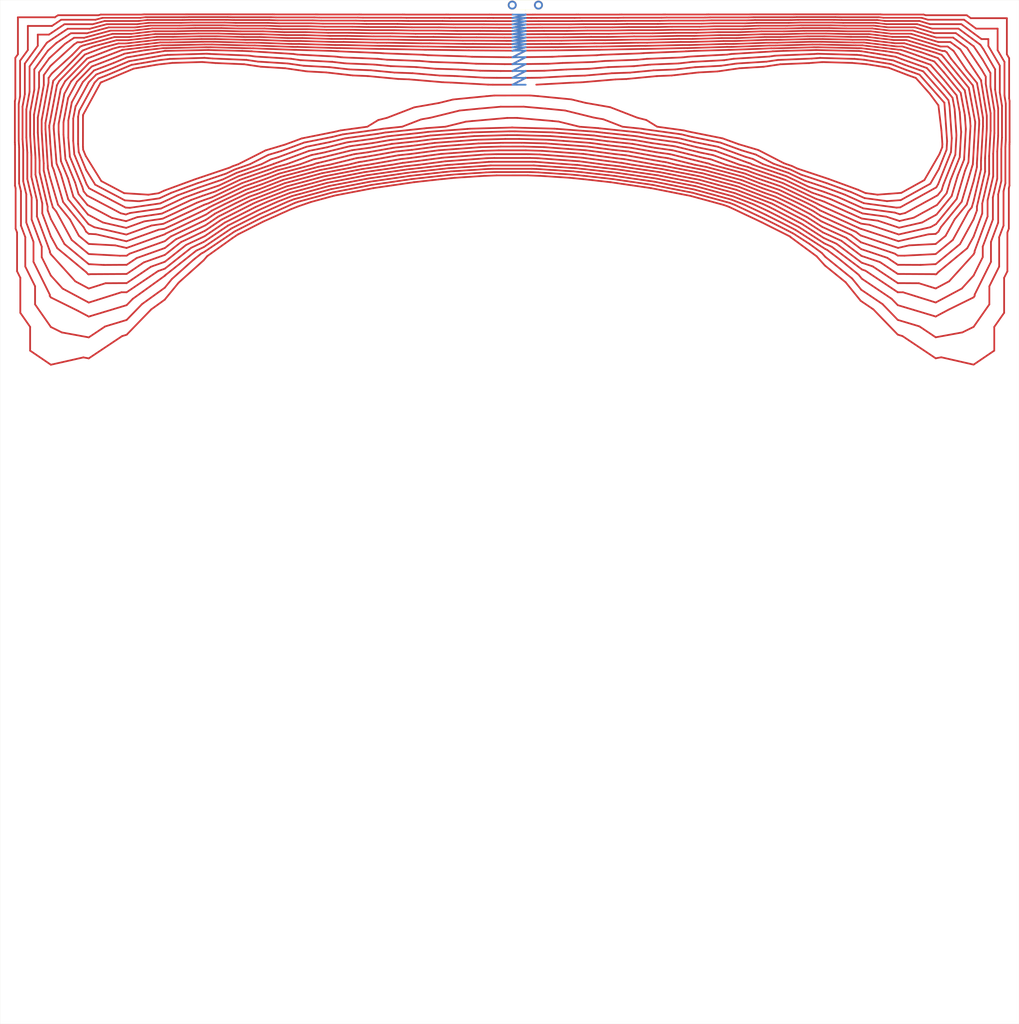
<source format=kicad_pcb>
(kicad_pcb (version 20221018) (generator pcbnew)
  (layers (0 "F.Cu" signal) (31 "B.Cu" signal) (34 "B.Paste" user) (35 "F.Paste" user) (36 "B.SilkS" user "B.Silkscreen") (37 "F.SilkS" user "F.Silkscreen") (38 "B.Mask" user) (39 "F.Mask" user) (44 "Edge.Cuts" user))
  (net 0 "")
  (net 1 "Net-(J1-Pin_1)")
  (footprint "Library:Banana_Jack_2Pin_Horz" (layer "F.Cu") (at 600 21)
    (fp_text reference "J1")
    (fp_text value "Conn_01x02_Socket")
  )
  (gr_rect (start 15.24 15.24) (end 1178.56 1183.64) (stroke (width 0.1)) (fill none) (layer "Edge.Cuts"))
  (segment (start 627.48 111.8000) (end 670.28 109.42) (width 2.00) (layer F.Cu) (net 0))
  (segment (start 670.28 109.4200) (end 678.56 109.16) (width 2.00) (layer F.Cu) (net 0))
  (segment (start 678.56 109.1600) (end 717.78 105.82) (width 2.00) (layer F.Cu) (net 0))
  (segment (start 717.78 105.8200) (end 730.31 105.35) (width 2.00) (layer F.Cu) (net 0))
  (segment (start 730.31 105.3500) (end 765.17 102.02) (width 2.00) (layer F.Cu) (net 0))
  (segment (start 765.17 102.0200) (end 782.19 101.32) (width 2.00) (layer F.Cu) (net 0))
  (segment (start 782.19 101.3200) (end 812.37 97.88) (width 2.00) (layer F.Cu) (net 0))
  (segment (start 812.37 97.8800) (end 834.40 96.70) (width 2.00) (layer F.Cu) (net 0))
  (segment (start 834.40 96.7000) (end 859.21 93.12) (width 2.00) (layer F.Cu) (net 0))
  (segment (start 859.21 93.1200) (end 887.02 91.37) (width 2.00) (layer F.Cu) (net 0))
  (segment (start 887.02 91.3700) (end 906.15 88.55) (width 2.00) (layer F.Cu) (net 0))
  (segment (start 906.15 88.5500) (end 938.98 87.18) (width 2.00) (layer F.Cu) (net 0))
  (segment (start 938.98 87.1800) (end 954.25 86.02) (width 2.00) (layer F.Cu) (net 0))
  (segment (start 954.25 86.0200) (end 988.07 87.00) (width 2.00) (layer F.Cu) (net 0))
  (segment (start 988.07 87.0000) (end 1004.31 88.38) (width 2.00) (layer F.Cu) (net 0))
  (segment (start 1004.31 88.3800) (end 1029.73 92.49) (width 2.00) (layer F.Cu) (net 0))
  (segment (start 1029.73 92.4900) (end 1052.36 101.17) (width 2.00) (layer F.Cu) (net 0))
  (segment (start 1052.36 101.1700) (end 1060.83 104.16) (width 2.00) (layer F.Cu) (net 0))
  (segment (start 1060.83 104.1600) (end 1076.77 122.18) (width 2.00) (layer F.Cu) (net 0))
  (segment (start 1076.77 122.1800) (end 1086.58 135.42) (width 2.00) (layer F.Cu) (net 0))
  (segment (start 1086.58 135.4200) (end 1090.03 164.18) (width 2.00) (layer F.Cu) (net 0))
  (segment (start 1090.03 164.1800) (end 1091.12 179.72) (width 2.00) (layer F.Cu) (net 0))
  (segment (start 1091.12 179.7200) (end 1090.92 183.18) (width 2.00) (layer F.Cu) (net 0))
  (segment (start 1090.92 183.1800) (end 1087.76 191.07) (width 2.00) (layer F.Cu) (net 0))
  (segment (start 1087.76 191.0700) (end 1070.54 220.68) (width 2.00) (layer F.Cu) (net 0))
  (segment (start 1070.54 220.6800) (end 1044.13 235.30) (width 2.00) (layer F.Cu) (net 0))
  (segment (start 1044.13 235.3000) (end 1017.03 237.33) (width 2.00) (layer F.Cu) (net 0))
  (segment (start 1017.03 237.3300) (end 1003.16 235.46) (width 2.00) (layer F.Cu) (net 0))
  (segment (start 1003.16 235.4600) (end 994.89 231.76) (width 2.00) (layer F.Cu) (net 0))
  (segment (start 994.89 231.7600) (end 961.46 219.50) (width 2.00) (layer F.Cu) (net 0))
  (segment (start 961.46 219.5000) (end 925.45 207.51) (width 2.00) (layer F.Cu) (net 0))
  (segment (start 925.45 207.5100) (end 919.57 204.71) (width 2.00) (layer F.Cu) (net 0))
  (segment (start 919.57 204.7100) (end 910.46 201.59) (width 2.00) (layer F.Cu) (net 0))
  (segment (start 910.46 201.5900) (end 881.10 186.44) (width 2.00) (layer F.Cu) (net 0))
  (segment (start 881.10 186.4400) (end 858.46 179.73) (width 2.00) (layer F.Cu) (net 0))
  (segment (start 858.46 179.7300) (end 840.20 173.09) (width 2.00) (layer F.Cu) (net 0))
  (segment (start 840.20 173.0900) (end 801.45 165.34) (width 2.00) (layer F.Cu) (net 0))
  (segment (start 801.45 165.3400) (end 795.86 163.97) (width 2.00) (layer F.Cu) (net 0))
  (segment (start 795.86 163.9700) (end 765.50 159.78) (width 2.00) (layer F.Cu) (net 0))
  (segment (start 765.50 159.7800) (end 753.08 152.12) (width 2.00) (layer F.Cu) (net 0))
  (segment (start 753.08 152.1200) (end 742.81 149.50) (width 2.00) (layer F.Cu) (net 0))
  (segment (start 742.81 149.5000) (end 711.88 137.52) (width 2.00) (layer F.Cu) (net 0))
  (segment (start 711.88 137.5200) (end 683.53 132.54) (width 2.00) (layer F.Cu) (net 0))
  (segment (start 683.53 132.5400) (end 667.44 128.58) (width 2.00) (layer F.Cu) (net 0))
  (segment (start 667.44 128.5800) (end 629.59 124.92) (width 2.00) (layer F.Cu) (net 0))
  (segment (start 629.59 124.9200) (end 620.43 124.12) (width 2.00) (layer F.Cu) (net 0))
  (segment (start 620.43 124.1200) (end 579.60 124.16) (width 2.00) (layer F.Cu) (net 0))
  (segment (start 579.60 124.1600) (end 570.37 124.98) (width 2.00) (layer F.Cu) (net 0))
  (segment (start 570.37 124.9800) (end 532.62 128.69) (width 2.00) (layer F.Cu) (net 0))
  (segment (start 532.62 128.6900) (end 516.38 132.70) (width 2.00) (layer F.Cu) (net 0))
  (segment (start 516.38 132.7000) (end 488.19 137.65) (width 2.00) (layer F.Cu) (net 0))
  (segment (start 488.19 137.6500) (end 457.13 149.61) (width 2.00) (layer F.Cu) (net 0))
  (segment (start 457.13 149.6100) (end 446.96 152.19) (width 2.00) (layer F.Cu) (net 0))
  (segment (start 446.96 152.1900) (end 434.58 159.78) (width 2.00) (layer F.Cu) (net 0))
  (segment (start 434.58 159.7800) (end 404.14 163.97) (width 2.00) (layer F.Cu) (net 0))
  (segment (start 404.14 163.9700) (end 398.56 165.33) (width 2.00) (layer F.Cu) (net 0))
  (segment (start 398.56 165.3300) (end 359.80 173.10) (width 2.00) (layer F.Cu) (net 0))
  (segment (start 359.80 173.1000) (end 340.44 180.24) (width 2.00) (layer F.Cu) (net 0))
  (segment (start 340.44 180.2400) (end 318.52 186.73) (width 2.00) (layer F.Cu) (net 0))
  (segment (start 318.52 186.7300) (end 287.11 202.64) (width 2.00) (layer F.Cu) (net 0))
  (segment (start 287.11 202.6400) (end 280.84 204.84) (width 2.00) (layer F.Cu) (net 0))
  (segment (start 280.84 204.8400) (end 277.39 206.47) (width 2.00) (layer F.Cu) (net 0))
  (segment (start 277.39 206.4700) (end 238.38 219.60) (width 2.00) (layer F.Cu) (net 0))
  (segment (start 238.38 219.6000) (end 202.97 232.57) (width 2.00) (layer F.Cu) (net 0))
  (segment (start 202.97 232.5700) (end 196.32 235.67) (width 2.00) (layer F.Cu) (net 0))
  (segment (start 196.32 235.6700) (end 184.68 237.36) (width 2.00) (layer F.Cu) (net 0))
  (segment (start 184.68 237.3600) (end 157.01 235.64) (width 2.00) (layer F.Cu) (net 0))
  (segment (start 157.01 235.6400) (end 130.86 221.82) (width 2.00) (layer F.Cu) (net 0))
  (segment (start 130.86 221.8200) (end 113.09 193.20) (width 2.00) (layer F.Cu) (net 0))
  (segment (start 113.09 193.2000) (end 110.16 186.08) (width 2.00) (layer F.Cu) (net 0))
  (segment (start 110.16 186.0800) (end 109.90 182.86) (width 2.00) (layer F.Cu) (net 0))
  (segment (start 109.90 182.8600) (end 109.94 147.55) (width 2.00) (layer F.Cu) (net 0))
  (segment (start 109.94 147.5500) (end 109.97 146.39) (width 2.00) (layer F.Cu) (net 0))
  (segment (start 109.97 146.3900) (end 112.83 141.12) (width 2.00) (layer F.Cu) (net 0))
  (segment (start 112.83 141.1200) (end 129.99 109.68) (width 2.00) (layer F.Cu) (net 0))
  (segment (start 129.99 109.6800) (end 130.41 109.24) (width 2.00) (layer F.Cu) (net 0))
  (segment (start 130.41 109.2400) (end 131.15 108.96) (width 2.00) (layer F.Cu) (net 0))
  (segment (start 131.15 108.9600) (end 131.15 108.96) (width 2.00) (layer F.Cu) (net 0))
  (segment (start 131.15 108.9600) (end 167.83 93.51) (width 2.00) (layer F.Cu) (net 0))
  (segment (start 167.83 93.5100) (end 195.07 88.87) (width 2.00) (layer F.Cu) (net 0))
  (segment (start 195.07 88.8700) (end 211.81 87.00) (width 2.00) (layer F.Cu) (net 0))
  (segment (start 211.81 87.0000) (end 245.94 85.95) (width 2.00) (layer F.Cu) (net 0))
  (segment (start 245.94 85.9500) (end 260.98 87.12) (width 2.00) (layer F.Cu) (net 0))
  (segment (start 260.98 87.1200) (end 293.88 88.50) (width 2.00) (layer F.Cu) (net 0))
  (segment (start 293.88 88.5000) (end 312.95 91.32) (width 2.00) (layer F.Cu) (net 0))
  (segment (start 312.95 91.3200) (end 340.82 93.08) (width 2.00) (layer F.Cu) (net 0))
  (segment (start 340.82 93.0800) (end 365.58 96.65) (width 2.00) (layer F.Cu) (net 0))
  (segment (start 365.58 96.6500) (end 387.66 97.84) (width 2.00) (layer F.Cu) (net 0))
  (segment (start 387.66 97.8400) (end 417.79 101.27) (width 2.00) (layer F.Cu) (net 0))
  (segment (start 417.79 101.2700) (end 434.86 101.97) (width 2.00) (layer F.Cu) (net 0))
  (segment (start 434.86 101.9700) (end 469.65 105.28) (width 2.00) (layer F.Cu) (net 0))
  (segment (start 469.65 105.2800) (end 482.26 105.75) (width 2.00) (layer F.Cu) (net 0))
  (segment (start 482.26 105.7500) (end 521.40 109.09) (width 2.00) (layer F.Cu) (net 0))
  (segment (start 521.40 109.0900) (end 529.76 109.36) (width 2.00) (layer F.Cu) (net 0))
  (segment (start 529.76 109.3600) (end 572.50 111.77) (width 2.00) (layer F.Cu) (net 0))
  (segment (start 572.50 111.7700) (end 577.89 111.85) (width 2.00) (layer F.Cu) (net 0))
  (segment (start 577.89 111.8500) (end 600.36 111.86) (width 2.00) (layer F.Cu) (net 0))
  (segment (start 600.36 111.8602) (end 615.36 104.04) (width 2.00) (layer F.Cu) (net 0))
  (segment (start 615.36 104.0387) (end 617.64 104.04) (width 2.00) (layer F.Cu) (net 0))
  (segment (start 617.64 104.0400) (end 632.04 103.85) (width 2.00) (layer F.Cu) (net 0))
  (segment (start 632.04 103.8500) (end 666.01 101.96) (width 2.00) (layer F.Cu) (net 0))
  (segment (start 666.01 101.9600) (end 683.00 101.42) (width 2.00) (layer F.Cu) (net 0))
  (segment (start 683.00 101.4200) (end 713.76 98.80) (width 2.00) (layer F.Cu) (net 0))
  (segment (start 713.76 98.8000) (end 734.50 98.03) (width 2.00) (layer F.Cu) (net 0))
  (segment (start 734.50 98.0300) (end 761.41 95.46) (width 2.00) (layer F.Cu) (net 0))
  (segment (start 761.41 95.4600) (end 786.12 94.45) (width 2.00) (layer F.Cu) (net 0))
  (segment (start 786.12 94.4500) (end 808.91 91.85) (width 2.00) (layer F.Cu) (net 0))
  (segment (start 808.91 91.8500) (end 838.07 90.29) (width 2.00) (layer F.Cu) (net 0))
  (segment (start 838.07 90.2900) (end 856.09 87.69) (width 2.00) (layer F.Cu) (net 0))
  (segment (start 856.09 87.6900) (end 890.36 85.52) (width 2.00) (layer F.Cu) (net 0))
  (segment (start 890.36 85.5200) (end 903.33 83.62) (width 2.00) (layer F.Cu) (net 0))
  (segment (start 903.33 83.6200) (end 941.95 82.00) (width 2.00) (layer F.Cu) (net 0))
  (segment (start 941.95 82.0000) (end 951.54 81.28) (width 2.00) (layer F.Cu) (net 0))
  (segment (start 951.54 81.2800) (end 990.78 82.40) (width 2.00) (layer F.Cu) (net 0))
  (segment (start 990.78 82.4000) (end 1001.41 83.31) (width 2.00) (layer F.Cu) (net 0))
  (segment (start 1001.41 83.3100) (end 1032.35 88.31) (width 2.00) (layer F.Cu) (net 0))
  (segment (start 1032.35 88.3100) (end 1049.99 95.07) (width 2.00) (layer F.Cu) (net 0))
  (segment (start 1049.99 95.0700) (end 1065.04 100.40) (width 2.00) (layer F.Cu) (net 0))
  (segment (start 1065.04 100.4000) (end 1093.38 132.44) (width 2.00) (layer F.Cu) (net 0))
  (segment (start 1093.38 132.4400) (end 1093.40 132.46) (width 2.00) (layer F.Cu) (net 0))
  (segment (start 1093.40 132.4600) (end 1093.40 132.51) (width 2.00) (layer F.Cu) (net 0))
  (segment (start 1093.40 132.5100) (end 1096.47 176.26) (width 2.00) (layer F.Cu) (net 0))
  (segment (start 1096.47 176.2600) (end 1095.91 186.01) (width 2.00) (layer F.Cu) (net 0))
  (segment (start 1095.91 186.0100) (end 1087.01 208.24) (width 2.00) (layer F.Cu) (net 0))
  (segment (start 1087.01 208.2400) (end 1077.36 224.83) (width 2.00) (layer F.Cu) (net 0))
  (segment (start 1077.36 224.8300) (end 1043.55 243.55) (width 2.00) (layer F.Cu) (net 0))
  (segment (start 1043.55 243.5500) (end 1027.88 244.72) (width 2.00) (layer F.Cu) (net 0))
  (segment (start 1027.88 244.7200) (end 1002.36 241.28) (width 2.00) (layer F.Cu) (net 0))
  (segment (start 1002.36 241.2800) (end 987.15 234.48) (width 2.00) (layer F.Cu) (net 0))
  (segment (start 987.15 234.4800) (end 959.51 224.34) (width 2.00) (layer F.Cu) (net 0))
  (segment (start 959.51 224.3400) (end 929.75 214.43) (width 2.00) (layer F.Cu) (net 0))
  (segment (start 929.75 214.4300) (end 917.44 208.59) (width 2.00) (layer F.Cu) (net 0))
  (segment (start 917.44 208.5900) (end 898.36 202.05) (width 2.00) (layer F.Cu) (net 0))
  (segment (start 898.36 202.0500) (end 877.99 191.53) (width 2.00) (layer F.Cu) (net 0))
  (segment (start 877.99 191.5300) (end 862.27 186.88) (width 2.00) (layer F.Cu) (net 0))
  (segment (start 862.27 186.8800) (end 837.47 177.86) (width 2.00) (layer F.Cu) (net 0))
  (segment (start 837.47 177.8600) (end 804.89 171.34) (width 2.00) (layer F.Cu) (net 0))
  (segment (start 804.89 171.3400) (end 793.26 168.50) (width 2.00) (layer F.Cu) (net 0))
  (segment (start 793.26 168.5000) (end 750.29 162.56) (width 2.00) (layer F.Cu) (net 0))
  (segment (start 750.29 162.5600) (end 747.39 162.05) (width 2.00) (layer F.Cu) (net 0))
  (segment (start 747.39 162.0500) (end 725.92 159.78) (width 2.00) (layer F.Cu) (net 0))
  (segment (start 725.92 159.7800) (end 704.00 151.28) (width 2.00) (layer F.Cu) (net 0))
  (segment (start 704.00 151.2800) (end 693.18 149.39) (width 2.00) (layer F.Cu) (net 0))
  (segment (start 693.18 149.3900) (end 660.18 141.25) (width 2.00) (layer F.Cu) (net 0))
  (segment (start 660.18 141.2500) (end 637.70 139.07) (width 2.00) (layer F.Cu) (net 0))
  (segment (start 637.70 139.0700) (end 613.09 136.93) (width 2.00) (layer F.Cu) (net 0))
  (segment (start 613.09 136.9300) (end 586.93 136.96) (width 2.00) (layer F.Cu) (net 0))
  (segment (start 586.93 136.9600) (end 562.25 139.16) (width 2.00) (layer F.Cu) (net 0))
  (segment (start 562.25 139.1600) (end 539.88 141.35) (width 2.00) (layer F.Cu) (net 0))
  (segment (start 539.88 141.3500) (end 506.74 149.53) (width 2.00) (layer F.Cu) (net 0))
  (segment (start 506.74 149.5300) (end 496.07 151.40) (width 2.00) (layer F.Cu) (net 0))
  (segment (start 496.07 151.4000) (end 474.32 159.78) (width 2.00) (layer F.Cu) (net 0))
  (segment (start 474.32 159.7800) (end 452.61 162.06) (width 2.00) (layer F.Cu) (net 0))
  (segment (start 452.61 162.0600) (end 449.70 162.57) (width 2.00) (layer F.Cu) (net 0))
  (segment (start 449.70 162.5700) (end 406.73 168.49) (width 2.00) (layer F.Cu) (net 0))
  (segment (start 406.73 168.4900) (end 395.13 171.32) (width 2.00) (layer F.Cu) (net 0))
  (segment (start 395.13 171.3200) (end 362.53 177.85) (width 2.00) (layer F.Cu) (net 0))
  (segment (start 362.53 177.8500) (end 336.25 187.55) (width 2.00) (layer F.Cu) (net 0))
  (segment (start 336.25 187.5500) (end 321.57 191.90) (width 2.00) (layer F.Cu) (net 0))
  (segment (start 321.57 191.9000) (end 300.53 202.55) (width 2.00) (layer F.Cu) (net 0))
  (segment (start 300.53 202.5500) (end 282.99 208.69) (width 2.00) (layer F.Cu) (net 0))
  (segment (start 282.99 208.6900) (end 273.34 213.26) (width 2.00) (layer F.Cu) (net 0))
  (segment (start 273.34 213.2600) (end 240.40 224.35) (width 2.00) (layer F.Cu) (net 0))
  (segment (start 240.40 224.3500) (end 210.49 235.31) (width 2.00) (layer F.Cu) (net 0))
  (segment (start 210.49 235.3100) (end 197.23 241.49) (width 2.00) (layer F.Cu) (net 0))
  (segment (start 197.23 241.4900) (end 174.03 244.85) (width 2.00) (layer F.Cu) (net 0))
  (segment (start 174.03 244.8500) (end 157.77 243.84) (width 2.00) (layer F.Cu) (net 0))
  (segment (start 157.77 243.8400) (end 123.90 225.94) (width 2.00) (layer F.Cu) (net 0))
  (segment (start 123.90 225.9400) (end 113.58 209.31) (width 2.00) (layer F.Cu) (net 0))
  (segment (start 113.58 209.3100) (end 105.09 188.70) (width 2.00) (layer F.Cu) (net 0))
  (segment (start 105.09 188.7000) (end 104.34 179.37) (width 2.00) (layer F.Cu) (net 0))
  (segment (start 104.34 179.3700) (end 104.38 148.39) (width 2.00) (layer F.Cu) (net 0))
  (segment (start 104.38 148.3900) (end 105.68 141.58) (width 2.00) (layer F.Cu) (net 0))
  (segment (start 105.68 141.5800) (end 123.26 109.38) (width 2.00) (layer F.Cu) (net 0))
  (segment (start 123.26 109.3800) (end 127.79 104.70) (width 2.00) (layer F.Cu) (net 0))
  (segment (start 127.79 104.7000) (end 135.82 101.63) (width 2.00) (layer F.Cu) (net 0))
  (segment (start 135.82 101.6300) (end 135.82 101.63) (width 2.00) (layer F.Cu) (net 0))
  (segment (start 135.82 101.6300) (end 165.23 89.24) (width 2.00) (layer F.Cu) (net 0))
  (segment (start 165.23 89.2400) (end 197.87 83.67) (width 2.00) (layer F.Cu) (net 0))
  (segment (start 197.87 83.6700) (end 209.04 82.43) (width 2.00) (layer F.Cu) (net 0))
  (segment (start 209.04 82.4300) (end 248.59 81.22) (width 2.00) (layer F.Cu) (net 0))
  (segment (start 248.59 81.2200) (end 258.02 81.94) (width 2.00) (layer F.Cu) (net 0))
  (segment (start 258.02 81.9400) (end 296.70 83.57) (width 2.00) (layer F.Cu) (net 0))
  (segment (start 296.70 83.5700) (end 309.61 85.47) (width 2.00) (layer F.Cu) (net 0))
  (segment (start 309.61 85.4700) (end 343.93 87.65) (width 2.00) (layer F.Cu) (net 0))
  (segment (start 343.93 87.6500) (end 361.90 90.24) (width 2.00) (layer F.Cu) (net 0))
  (segment (start 361.90 90.2400) (end 391.12 91.80) (width 2.00) (layer F.Cu) (net 0))
  (segment (start 391.12 91.8000) (end 413.85 94.40) (width 2.00) (layer F.Cu) (net 0))
  (segment (start 413.85 94.4000) (end 438.62 95.41) (width 2.00) (layer F.Cu) (net 0))
  (segment (start 438.62 95.4100) (end 465.46 97.97) (width 2.00) (layer F.Cu) (net 0))
  (segment (start 465.46 97.9700) (end 486.27 98.74) (width 2.00) (layer F.Cu) (net 0))
  (segment (start 486.27 98.7400) (end 516.97 101.36) (width 2.00) (layer F.Cu) (net 0))
  (segment (start 516.97 101.3600) (end 534.02 101.90) (width 2.00) (layer F.Cu) (net 0))
  (segment (start 534.02 101.9000) (end 567.94 103.82) (width 2.00) (layer F.Cu) (net 0))
  (segment (start 567.94 103.8200) (end 582.38 104.02) (width 2.00) (layer F.Cu) (net 0))
  (segment (start 582.38 104.0200) (end 600.36 104.03) (width 2.00) (layer F.Cu) (net 0))
  (segment (start 600.36 104.0302) (end 615.36 96.18) (width 2.00) (layer F.Cu) (net 0))
  (segment (start 615.36 96.1818) (end 636.59 95.91) (width 2.00) (layer F.Cu) (net 0))
  (segment (start 636.59 95.9100) (end 661.74 94.51) (width 2.00) (layer F.Cu) (net 0))
  (segment (start 661.74 94.5100) (end 687.43 93.69) (width 2.00) (layer F.Cu) (net 0))
  (segment (start 687.43 93.6900) (end 709.74 91.79) (width 2.00) (layer F.Cu) (net 0))
  (segment (start 709.74 91.7900) (end 738.70 90.71) (width 2.00) (layer F.Cu) (net 0))
  (segment (start 738.70 90.7100) (end 757.66 88.90) (width 2.00) (layer F.Cu) (net 0))
  (segment (start 757.66 88.9000) (end 790.06 87.57) (width 2.00) (layer F.Cu) (net 0))
  (segment (start 790.06 87.5700) (end 805.45 85.82) (width 2.00) (layer F.Cu) (net 0))
  (segment (start 805.45 85.8200) (end 841.74 83.88) (width 2.00) (layer F.Cu) (net 0))
  (segment (start 841.74 83.8800) (end 852.98 82.25) (width 2.00) (layer F.Cu) (net 0))
  (segment (start 852.98 82.2500) (end 893.71 79.68) (width 2.00) (layer F.Cu) (net 0))
  (segment (start 893.71 79.6800) (end 900.50 78.69) (width 2.00) (layer F.Cu) (net 0))
  (segment (start 900.50 78.6900) (end 944.92 76.82) (width 2.00) (layer F.Cu) (net 0))
  (segment (start 944.92 76.8200) (end 948.82 76.53) (width 2.00) (layer F.Cu) (net 0))
  (segment (start 948.82 76.5300) (end 993.49 77.81) (width 2.00) (layer F.Cu) (net 0))
  (segment (start 993.49 77.8100) (end 998.50 78.24) (width 2.00) (layer F.Cu) (net 0))
  (segment (start 998.50 78.2400) (end 1034.98 84.13) (width 2.00) (layer F.Cu) (net 0))
  (segment (start 1034.98 84.1300) (end 1047.61 88.98) (width 2.00) (layer F.Cu) (net 0))
  (segment (start 1047.61 88.9800) (end 1069.25 96.63) (width 2.00) (layer F.Cu) (net 0))
  (segment (start 1069.25 96.6300) (end 1093.26 123.78) (width 2.00) (layer F.Cu) (net 0))
  (segment (start 1093.26 123.7800) (end 1098.05 129.63) (width 2.00) (layer F.Cu) (net 0))
  (segment (start 1098.05 129.6300) (end 1099.25 136.04) (width 2.00) (layer F.Cu) (net 0))
  (segment (start 1099.25 136.0400) (end 1101.83 172.81) (width 2.00) (layer F.Cu) (net 0))
  (segment (start 1101.83 172.8100) (end 1100.91 188.84) (width 2.00) (layer F.Cu) (net 0))
  (segment (start 1100.91 188.8400) (end 1086.26 225.41) (width 2.00) (layer F.Cu) (net 0))
  (segment (start 1086.26 225.4100) (end 1084.18 228.98) (width 2.00) (layer F.Cu) (net 0))
  (segment (start 1084.18 228.9800) (end 1042.97 251.80) (width 2.00) (layer F.Cu) (net 0))
  (segment (start 1042.97 251.8000) (end 1038.74 252.11) (width 2.00) (layer F.Cu) (net 0))
  (segment (start 1038.74 252.1100) (end 1001.56 247.11) (width 2.00) (layer F.Cu) (net 0))
  (segment (start 1001.56 247.1100) (end 979.40 237.19) (width 2.00) (layer F.Cu) (net 0))
  (segment (start 979.40 237.1900) (end 957.56 229.18) (width 2.00) (layer F.Cu) (net 0))
  (segment (start 957.56 229.1800) (end 934.04 221.35) (width 2.00) (layer F.Cu) (net 0))
  (segment (start 934.04 221.3500) (end 915.30 212.46) (width 2.00) (layer F.Cu) (net 0))
  (segment (start 915.30 212.4600) (end 886.27 202.52) (width 2.00) (layer F.Cu) (net 0))
  (segment (start 886.27 202.5200) (end 874.87 196.63) (width 2.00) (layer F.Cu) (net 0))
  (segment (start 874.87 196.6300) (end 866.08 194.03) (width 2.00) (layer F.Cu) (net 0))
  (segment (start 866.08 194.0300) (end 834.74 182.63) (width 2.00) (layer F.Cu) (net 0))
  (segment (start 834.74 182.6300) (end 808.33 177.35) (width 2.00) (layer F.Cu) (net 0))
  (segment (start 808.33 177.3500) (end 790.67 173.03) (width 2.00) (layer F.Cu) (net 0))
  (segment (start 790.67 173.0300) (end 753.33 167.87) (width 2.00) (layer F.Cu) (net 0))
  (segment (start 753.33 167.8700) (end 744.91 166.38) (width 2.00) (layer F.Cu) (net 0))
  (segment (start 744.91 166.3800) (end 700.20 161.65) (width 2.00) (layer F.Cu) (net 0))
  (segment (start 700.20 161.6500) (end 698.21 161.39) (width 2.00) (layer F.Cu) (net 0))
  (segment (start 698.21 161.3900) (end 676.68 159.78) (width 2.00) (layer F.Cu) (net 0))
  (segment (start 676.68 159.7800) (end 652.92 153.92) (width 2.00) (layer F.Cu) (net 0))
  (segment (start 652.92 153.9200) (end 645.82 153.23) (width 2.00) (layer F.Cu) (net 0))
  (segment (start 645.82 153.2300) (end 605.75 149.74) (width 2.00) (layer F.Cu) (net 0))
  (segment (start 605.75 149.7400) (end 594.26 149.75) (width 2.00) (layer F.Cu) (net 0))
  (segment (start 594.26 149.7500) (end 554.13 153.33) (width 2.00) (layer F.Cu) (net 0))
  (segment (start 554.13 153.3300) (end 547.13 154.02) (width 2.00) (layer F.Cu) (net 0))
  (segment (start 547.13 154.0200) (end 523.78 159.78) (width 2.00) (layer F.Cu) (net 0))
  (segment (start 523.78 159.7800) (end 501.81 161.42) (width 2.00) (layer F.Cu) (net 0))
  (segment (start 501.81 161.4200) (end 499.77 161.69) (width 2.00) (layer F.Cu) (net 0))
  (segment (start 499.77 161.6900) (end 455.10 166.40) (width 2.00) (layer F.Cu) (net 0))
  (segment (start 455.10 166.4000) (end 446.67 167.87) (width 2.00) (layer F.Cu) (net 0))
  (segment (start 446.67 167.8700) (end 409.32 173.01) (width 2.00) (layer F.Cu) (net 0))
  (segment (start 409.32 173.0100) (end 391.69 177.32) (width 2.00) (layer F.Cu) (net 0))
  (segment (start 391.69 177.3200) (end 365.25 182.61) (width 2.00) (layer F.Cu) (net 0))
  (segment (start 365.25 182.6100) (end 332.06 194.86) (width 2.00) (layer F.Cu) (net 0))
  (segment (start 332.06 194.8600) (end 324.62 197.06) (width 2.00) (layer F.Cu) (net 0))
  (segment (start 324.62 197.0600) (end 313.96 202.46) (width 2.00) (layer F.Cu) (net 0))
  (segment (start 313.96 202.4600) (end 285.14 212.54) (width 2.00) (layer F.Cu) (net 0))
  (segment (start 285.14 212.5400) (end 269.29 220.05) (width 2.00) (layer F.Cu) (net 0))
  (segment (start 269.29 220.0500) (end 242.41 229.10) (width 2.00) (layer F.Cu) (net 0))
  (segment (start 242.41 229.1000) (end 218.01 238.04) (width 2.00) (layer F.Cu) (net 0))
  (segment (start 218.01 238.0400) (end 198.13 247.30) (width 2.00) (layer F.Cu) (net 0))
  (segment (start 198.13 247.3000) (end 163.38 252.34) (width 2.00) (layer F.Cu) (net 0))
  (segment (start 163.38 252.3400) (end 158.54 252.04) (width 2.00) (layer F.Cu) (net 0))
  (segment (start 158.54 252.0400) (end 116.95 230.06) (width 2.00) (layer F.Cu) (net 0))
  (segment (start 116.95 230.0600) (end 114.06 225.41) (width 2.00) (layer F.Cu) (net 0))
  (segment (start 114.06 225.4100) (end 100.01 191.31) (width 2.00) (layer F.Cu) (net 0))
  (segment (start 100.01 191.3100) (end 98.78 175.88) (width 2.00) (layer F.Cu) (net 0))
  (segment (start 98.78 175.8800) (end 98.81 150.47) (width 2.00) (layer F.Cu) (net 0))
  (segment (start 98.81 150.4700) (end 101.43 136.72) (width 2.00) (layer F.Cu) (net 0))
  (segment (start 101.43 136.7200) (end 116.52 109.08) (width 2.00) (layer F.Cu) (net 0))
  (segment (start 116.52 109.0800) (end 125.18 100.15) (width 2.00) (layer F.Cu) (net 0))
  (segment (start 125.18 100.1500) (end 140.48 94.30) (width 2.00) (layer F.Cu) (net 0))
  (segment (start 140.48 94.3000) (end 140.48 94.30) (width 2.00) (layer F.Cu) (net 0))
  (segment (start 140.48 94.3000) (end 162.64 84.97) (width 2.00) (layer F.Cu) (net 0))
  (segment (start 162.64 84.9700) (end 200.67 78.48) (width 2.00) (layer F.Cu) (net 0))
  (segment (start 200.67 78.4800) (end 206.26 77.85) (width 2.00) (layer F.Cu) (net 0))
  (segment (start 206.26 77.8500) (end 251.24 76.48) (width 2.00) (layer F.Cu) (net 0))
  (segment (start 251.24 76.4800) (end 255.06 76.77) (width 2.00) (layer F.Cu) (net 0))
  (segment (start 255.06 76.7700) (end 299.53 78.64) (width 2.00) (layer F.Cu) (net 0))
  (segment (start 299.53 78.6400) (end 306.26 79.63) (width 2.00) (layer F.Cu) (net 0))
  (segment (start 306.26 79.6300) (end 347.04 82.21) (width 2.00) (layer F.Cu) (net 0))
  (segment (start 347.04 82.2100) (end 358.23 83.83) (width 2.00) (layer F.Cu) (net 0))
  (segment (start 358.23 83.8300) (end 394.57 85.77) (width 2.00) (layer F.Cu) (net 0))
  (segment (start 394.57 85.7700) (end 409.91 87.52) (width 2.00) (layer F.Cu) (net 0))
  (segment (start 409.91 87.5200) (end 442.37 88.85) (width 2.00) (layer F.Cu) (net 0))
  (segment (start 442.37 88.8500) (end 461.27 90.65) (width 2.00) (layer F.Cu) (net 0))
  (segment (start 461.27 90.6500) (end 490.29 91.73) (width 2.00) (layer F.Cu) (net 0))
  (segment (start 490.29 91.7300) (end 512.54 93.62) (width 2.00) (layer F.Cu) (net 0))
  (segment (start 512.54 93.6200) (end 538.29 94.45) (width 2.00) (layer F.Cu) (net 0))
  (segment (start 538.29 94.4500) (end 563.39 95.87) (width 2.00) (layer F.Cu) (net 0))
  (segment (start 563.39 95.8700) (end 586.86 96.19) (width 2.00) (layer F.Cu) (net 0))
  (segment (start 586.86 96.1900) (end 600.36 96.20) (width 2.00) (layer F.Cu) (net 0))
  (segment (start 600.36 96.2003) (end 615.36 88.29) (width 2.00) (layer F.Cu) (net 0))
  (segment (start 615.36 88.2934) (end 641.15 87.96) (width 2.00) (layer F.Cu) (net 0))
  (segment (start 641.15 87.9600) (end 657.46 87.05) (width 2.00) (layer F.Cu) (net 0))
  (segment (start 657.46 87.0500) (end 691.86 85.95) (width 2.00) (layer F.Cu) (net 0))
  (segment (start 691.86 85.9500) (end 705.73 84.77) (width 2.00) (layer F.Cu) (net 0))
  (segment (start 705.73 84.7700) (end 742.89 83.39) (width 2.00) (layer F.Cu) (net 0))
  (segment (start 742.89 83.3900) (end 753.90 82.34) (width 2.00) (layer F.Cu) (net 0))
  (segment (start 753.90 82.3400) (end 794.00 80.70) (width 2.00) (layer F.Cu) (net 0))
  (segment (start 794.00 80.7000) (end 802.00 79.79) (width 2.00) (layer F.Cu) (net 0))
  (segment (start 802.00 79.7900) (end 845.42 77.46) (width 2.00) (layer F.Cu) (net 0))
  (segment (start 845.42 77.4600) (end 849.87 76.82) (width 2.00) (layer F.Cu) (net 0))
  (segment (start 849.87 76.8200) (end 897.06 73.84) (width 2.00) (layer F.Cu) (net 0))
  (segment (start 897.06 73.8400) (end 897.67 73.75) (width 2.00) (layer F.Cu) (net 0))
  (segment (start 897.67 73.7500) (end 909.39 73.26) (width 2.00) (layer F.Cu) (net 0))
  (segment (start 909.39 73.2600) (end 946.40 72.28) (width 2.00) (layer F.Cu) (net 0))
  (segment (start 946.40 72.2800) (end 947.52 72.28) (width 2.00) (layer F.Cu) (net 0))
  (segment (start 947.52 72.2800) (end 995.72 73.37) (width 2.00) (layer F.Cu) (net 0))
  (segment (start 995.72 73.3700) (end 996.11 73.37) (width 2.00) (layer F.Cu) (net 0))
  (segment (start 996.11 73.3700) (end 998.90 73.70) (width 2.00) (layer F.Cu) (net 0))
  (segment (start 998.90 73.7000) (end 1037.60 79.95) (width 2.00) (layer F.Cu) (net 0))
  (segment (start 1037.60 79.9500) (end 1045.23 82.88) (width 2.00) (layer F.Cu) (net 0))
  (segment (start 1045.23 82.8800) (end 1073.45 92.86) (width 2.00) (layer F.Cu) (net 0))
  (segment (start 1073.45 92.8600) (end 1093.12 115.09) (width 2.00) (layer F.Cu) (net 0))
  (segment (start 1093.12 115.0900) (end 1102.70 126.80) (width 2.00) (layer F.Cu) (net 0))
  (segment (start 1102.70 126.8000) (end 1105.09 139.64) (width 2.00) (layer F.Cu) (net 0))
  (segment (start 1105.09 139.6400) (end 1107.18 169.35) (width 2.00) (layer F.Cu) (net 0))
  (segment (start 1107.18 169.3500) (end 1105.90 191.67) (width 2.00) (layer F.Cu) (net 0))
  (segment (start 1105.90 191.6700) (end 1092.08 226.18) (width 2.00) (layer F.Cu) (net 0))
  (segment (start 1092.08 226.1800) (end 1090.22 232.46) (width 2.00) (layer F.Cu) (net 0))
  (segment (start 1090.22 232.4600) (end 1085.63 238.07) (width 2.00) (layer F.Cu) (net 0))
  (segment (start 1085.63 238.0700) (end 1048.78 258.25) (width 2.00) (layer F.Cu) (net 0))
  (segment (start 1048.78 258.2500) (end 1042.50 259.69) (width 2.00) (layer F.Cu) (net 0))
  (segment (start 1042.50 259.6900) (end 1036.68 257.77) (width 2.00) (layer F.Cu) (net 0))
  (segment (start 1036.68 257.7700) (end 1000.77 252.93) (width 2.00) (layer F.Cu) (net 0))
  (segment (start 1000.77 252.9300) (end 971.66 239.91) (width 2.00) (layer F.Cu) (net 0))
  (segment (start 971.66 239.9100) (end 955.62 234.02) (width 2.00) (layer F.Cu) (net 0))
  (segment (start 955.62 234.0200) (end 938.33 228.27) (width 2.00) (layer F.Cu) (net 0))
  (segment (start 938.33 228.2700) (end 913.17 216.33) (width 2.00) (layer F.Cu) (net 0))
  (segment (start 913.17 216.3300) (end 874.17 202.98) (width 2.00) (layer F.Cu) (net 0))
  (segment (start 874.17 202.9800) (end 871.75 201.73) (width 2.00) (layer F.Cu) (net 0))
  (segment (start 871.75 201.7300) (end 869.89 201.18) (width 2.00) (layer F.Cu) (net 0))
  (segment (start 869.89 201.1800) (end 832.00 187.40) (width 2.00) (layer F.Cu) (net 0))
  (segment (start 832.00 187.4000) (end 811.76 183.35) (width 2.00) (layer F.Cu) (net 0))
  (segment (start 811.76 183.3500) (end 788.08 177.55) (width 2.00) (layer F.Cu) (net 0))
  (segment (start 788.08 177.5500) (end 756.37 173.17) (width 2.00) (layer F.Cu) (net 0))
  (segment (start 756.37 173.1700) (end 742.43 170.71) (width 2.00) (layer F.Cu) (net 0))
  (segment (start 742.43 170.7100) (end 703.01 166.54) (width 2.00) (layer F.Cu) (net 0))
  (segment (start 703.01 166.5400) (end 695.80 165.60) (width 2.00) (layer F.Cu) (net 0))
  (segment (start 695.80 165.6000) (end 650.98 162.24) (width 2.00) (layer F.Cu) (net 0))
  (segment (start 650.98 162.2400) (end 648.27 162.04) (width 2.00) (layer F.Cu) (net 0))
  (segment (start 648.27 162.0400) (end 600.54 160.72) (width 2.00) (layer F.Cu) (net 0))
  (segment (start 600.54 160.7200) (end 599.46 160.72) (width 2.00) (layer F.Cu) (net 0))
  (segment (start 599.46 160.7200) (end 551.75 162.07) (width 2.00) (layer F.Cu) (net 0))
  (segment (start 551.75 162.0700) (end 549.00 162.28) (width 2.00) (layer F.Cu) (net 0))
  (segment (start 549.00 162.2800) (end 504.22 165.63) (width 2.00) (layer F.Cu) (net 0))
  (segment (start 504.22 165.6300) (end 496.97 166.58) (width 2.00) (layer F.Cu) (net 0))
  (segment (start 496.97 166.5800) (end 457.58 170.73) (width 2.00) (layer F.Cu) (net 0))
  (segment (start 457.58 170.7300) (end 443.63 173.17) (width 2.00) (layer F.Cu) (net 0))
  (segment (start 443.63 173.1700) (end 411.91 177.53) (width 2.00) (layer F.Cu) (net 0))
  (segment (start 411.91 177.5300) (end 388.26 183.31) (width 2.00) (layer F.Cu) (net 0))
  (segment (start 388.26 183.3100) (end 367.98 187.37) (width 2.00) (layer F.Cu) (net 0))
  (segment (start 367.98 187.3700) (end 327.87 202.17) (width 2.00) (layer F.Cu) (net 0))
  (segment (start 327.87 202.1700) (end 327.67 202.23) (width 2.00) (layer F.Cu) (net 0))
  (segment (start 327.67 202.2300) (end 327.39 202.37) (width 2.00) (layer F.Cu) (net 0))
  (segment (start 327.39 202.3700) (end 287.29 216.40) (width 2.00) (layer F.Cu) (net 0))
  (segment (start 287.29 216.4000) (end 265.24 226.85) (width 2.00) (layer F.Cu) (net 0))
  (segment (start 265.24 226.8500) (end 244.43 233.86) (width 2.00) (layer F.Cu) (net 0))
  (segment (start 244.43 233.8600) (end 225.53 240.78) (width 2.00) (layer F.Cu) (net 0))
  (segment (start 225.53 240.7800) (end 199.04 253.12) (width 2.00) (layer F.Cu) (net 0))
  (segment (start 199.04 253.1200) (end 163.60 258.26) (width 2.00) (layer F.Cu) (net 0))
  (segment (start 163.60 258.2600) (end 158.95 259.92) (width 2.00) (layer F.Cu) (net 0))
  (segment (start 158.95 259.9200) (end 153.07 258.57) (width 2.00) (layer F.Cu) (net 0))
  (segment (start 153.07 258.5700) (end 114.58 238.32) (width 2.00) (layer F.Cu) (net 0))
  (segment (start 114.58 238.3200) (end 110.67 233.53) (width 2.00) (layer F.Cu) (net 0))
  (segment (start 110.67 233.5300) (end 109.24 228.64) (width 2.00) (layer F.Cu) (net 0))
  (segment (start 109.24 228.6400) (end 94.94 193.93) (width 2.00) (layer F.Cu) (net 0))
  (segment (start 94.94 193.9300) (end 93.21 172.40) (width 2.00) (layer F.Cu) (net 0))
  (segment (start 93.21 172.4000) (end 93.24 152.54) (width 2.00) (layer F.Cu) (net 0))
  (segment (start 93.24 152.5400) (end 97.18 131.86) (width 2.00) (layer F.Cu) (net 0))
  (segment (start 97.18 131.8600) (end 109.79 108.78) (width 2.00) (layer F.Cu) (net 0))
  (segment (start 109.79 108.7800) (end 122.56 95.60) (width 2.00) (layer F.Cu) (net 0))
  (segment (start 122.56 95.6000) (end 145.15 86.96) (width 2.00) (layer F.Cu) (net 0))
  (segment (start 145.15 86.9600) (end 145.15 86.96) (width 2.00) (layer F.Cu) (net 0))
  (segment (start 145.15 86.9600) (end 160.05 80.69) (width 2.00) (layer F.Cu) (net 0))
  (segment (start 160.05 80.6900) (end 203.47 73.28) (width 2.00) (layer F.Cu) (net 0))
  (segment (start 203.47 73.2800) (end 203.49 73.28) (width 2.00) (layer F.Cu) (net 0))
  (segment (start 203.49 73.2800) (end 204.12 73.26) (width 2.00) (layer F.Cu) (net 0))
  (segment (start 204.12 73.2600) (end 252.47 72.25) (width 2.00) (layer F.Cu) (net 0))
  (segment (start 252.47 72.2500) (end 253.62 72.25) (width 2.00) (layer F.Cu) (net 0))
  (segment (start 253.62 72.2500) (end 291.69 73.26) (width 2.00) (layer F.Cu) (net 0))
  (segment (start 291.69 73.2600) (end 302.35 73.71) (width 2.00) (layer F.Cu) (net 0))
  (segment (start 302.35 73.7100) (end 302.91 73.79) (width 2.00) (layer F.Cu) (net 0))
  (segment (start 302.91 73.7900) (end 350.16 76.78) (width 2.00) (layer F.Cu) (net 0))
  (segment (start 350.16 76.7800) (end 354.55 77.42) (width 2.00) (layer F.Cu) (net 0))
  (segment (start 354.55 77.4200) (end 398.03 79.74) (width 2.00) (layer F.Cu) (net 0))
  (segment (start 398.03 79.7400) (end 405.97 80.65) (width 2.00) (layer F.Cu) (net 0))
  (segment (start 405.97 80.6500) (end 446.13 82.29) (width 2.00) (layer F.Cu) (net 0))
  (segment (start 446.13 82.2900) (end 457.08 83.33) (width 2.00) (layer F.Cu) (net 0))
  (segment (start 457.08 83.3300) (end 494.31 84.72) (width 2.00) (layer F.Cu) (net 0))
  (segment (start 494.31 84.7200) (end 508.11 85.89) (width 2.00) (layer F.Cu) (net 0))
  (segment (start 508.11 85.8900) (end 542.56 87.00) (width 2.00) (layer F.Cu) (net 0))
  (segment (start 542.56 87.0000) (end 558.83 87.92) (width 2.00) (layer F.Cu) (net 0))
  (segment (start 558.83 87.9200) (end 591.34 88.37) (width 2.00) (layer F.Cu) (net 0))
  (segment (start 591.34 88.3700) (end 600.36 88.38) (width 2.00) (layer F.Cu) (net 0))
  (segment (start 600.36 88.3752) (end 615.36 80.40) (width 2.00) (layer F.Cu) (net 0))
  (segment (start 615.36 80.4047) (end 645.70 80.01) (width 2.00) (layer F.Cu) (net 0))
  (segment (start 645.70 80.0100) (end 653.19 79.59) (width 2.00) (layer F.Cu) (net 0))
  (segment (start 653.19 79.5900) (end 696.29 78.22) (width 2.00) (layer F.Cu) (net 0))
  (segment (start 696.29 78.2200) (end 701.71 77.76) (width 2.00) (layer F.Cu) (net 0))
  (segment (start 701.71 77.7600) (end 747.08 76.07) (width 2.00) (layer F.Cu) (net 0))
  (segment (start 747.08 76.0700) (end 750.14 75.78) (width 2.00) (layer F.Cu) (net 0))
  (segment (start 750.14 75.7800) (end 797.94 73.82) (width 2.00) (layer F.Cu) (net 0))
  (segment (start 797.94 73.8200) (end 798.54 73.75) (width 2.00) (layer F.Cu) (net 0))
  (segment (start 798.54 73.7500) (end 807.77 73.26) (width 2.00) (layer F.Cu) (net 0))
  (segment (start 807.77 73.2600) (end 847.16 72.10) (width 2.00) (layer F.Cu) (net 0))
  (segment (start 847.16 72.1000) (end 848.49 72.10) (width 2.00) (layer F.Cu) (net 0))
  (segment (start 848.49 72.1000) (end 895.73 70.35) (width 2.00) (layer F.Cu) (net 0))
  (segment (start 895.73 70.3500) (end 899.06 70.35) (width 2.00) (layer F.Cu) (net 0))
  (segment (start 899.06 70.3500) (end 944.60 69.15) (width 2.00) (layer F.Cu) (net 0))
  (segment (start 944.60 69.1500) (end 949.31 69.15) (width 2.00) (layer F.Cu) (net 0))
  (segment (start 949.31 69.1500) (end 993.94 70.15) (width 2.00) (layer F.Cu) (net 0))
  (segment (start 993.94 70.1500) (end 997.98 70.15) (width 2.00) (layer F.Cu) (net 0))
  (segment (start 997.98 70.1500) (end 1026.88 73.62) (width 2.00) (layer F.Cu) (net 0))
  (segment (start 1026.88 73.6200) (end 1040.22 75.77) (width 2.00) (layer F.Cu) (net 0))
  (segment (start 1040.22 75.7700) (end 1042.85 76.78) (width 2.00) (layer F.Cu) (net 0))
  (segment (start 1042.85 76.7800) (end 1077.66 89.09) (width 2.00) (layer F.Cu) (net 0))
  (segment (start 1077.66 89.0900) (end 1092.97 106.40) (width 2.00) (layer F.Cu) (net 0))
  (segment (start 1092.97 106.4000) (end 1107.35 123.98) (width 2.00) (layer F.Cu) (net 0))
  (segment (start 1107.35 123.9800) (end 1110.94 143.23) (width 2.00) (layer F.Cu) (net 0))
  (segment (start 1110.94 143.2300) (end 1112.53 165.90) (width 2.00) (layer F.Cu) (net 0))
  (segment (start 1112.53 165.9000) (end 1110.89 194.50) (width 2.00) (layer F.Cu) (net 0))
  (segment (start 1110.89 194.5000) (end 1100.38 220.74) (width 2.00) (layer F.Cu) (net 0))
  (segment (start 1100.38 220.7400) (end 1095.95 235.70) (width 2.00) (layer F.Cu) (net 0))
  (segment (start 1095.95 235.7000) (end 1085.03 249.03) (width 2.00) (layer F.Cu) (net 0))
  (segment (start 1085.03 249.0300) (end 1058.35 263.65) (width 2.00) (layer F.Cu) (net 0))
  (segment (start 1058.35 263.6500) (end 1042.09 267.37) (width 2.00) (layer F.Cu) (net 0))
  (segment (start 1042.09 267.3700) (end 1027.04 262.40) (width 2.00) (layer F.Cu) (net 0))
  (segment (start 1027.04 262.4000) (end 999.97 258.76) (width 2.00) (layer F.Cu) (net 0))
  (segment (start 999.97 258.7600) (end 963.92 242.63) (width 2.00) (layer F.Cu) (net 0))
  (segment (start 963.92 242.6300) (end 953.67 238.87) (width 2.00) (layer F.Cu) (net 0))
  (segment (start 953.67 238.8700) (end 942.62 235.19) (width 2.00) (layer F.Cu) (net 0))
  (segment (start 942.62 235.1900) (end 911.04 220.20) (width 2.00) (layer F.Cu) (net 0))
  (segment (start 911.04 220.2000) (end 873.22 207.25) (width 2.00) (layer F.Cu) (net 0))
  (segment (start 873.22 207.2500) (end 869.50 205.81) (width 2.00) (layer F.Cu) (net 0))
  (segment (start 869.50 205.8100) (end 859.30 203.09) (width 2.00) (layer F.Cu) (net 0))
  (segment (start 859.30 203.0900) (end 829.27 192.17) (width 2.00) (layer F.Cu) (net 0))
  (segment (start 829.27 192.1700) (end 815.20 189.35) (width 2.00) (layer F.Cu) (net 0))
  (segment (start 815.20 189.3500) (end 785.49 182.08) (width 2.00) (layer F.Cu) (net 0))
  (segment (start 785.49 182.0800) (end 759.41 178.48) (width 2.00) (layer F.Cu) (net 0))
  (segment (start 759.41 178.4800) (end 739.95 175.05) (width 2.00) (layer F.Cu) (net 0))
  (segment (start 739.95 175.0500) (end 705.81 171.43) (width 2.00) (layer F.Cu) (net 0))
  (segment (start 705.81 171.4300) (end 693.39 169.80) (width 2.00) (layer F.Cu) (net 0))
  (segment (start 693.39 169.8000) (end 653.60 166.83) (width 2.00) (layer F.Cu) (net 0))
  (segment (start 653.60 166.8300) (end 645.86 166.25) (width 2.00) (layer F.Cu) (net 0))
  (segment (start 645.86 166.2500) (end 603.02 165.06) (width 2.00) (layer F.Cu) (net 0))
  (segment (start 603.02 165.0600) (end 596.97 165.06) (width 2.00) (layer F.Cu) (net 0))
  (segment (start 596.97 165.0600) (end 554.16 166.27) (width 2.00) (layer F.Cu) (net 0))
  (segment (start 554.16 166.2700) (end 546.38 166.86) (width 2.00) (layer F.Cu) (net 0))
  (segment (start 546.38 166.8600) (end 506.63 169.84) (width 2.00) (layer F.Cu) (net 0))
  (segment (start 506.63 169.8400) (end 494.18 171.46) (width 2.00) (layer F.Cu) (net 0))
  (segment (start 494.18 171.4600) (end 460.06 175.06) (width 2.00) (layer F.Cu) (net 0))
  (segment (start 460.06 175.0600) (end 440.60 178.46) (width 2.00) (layer F.Cu) (net 0))
  (segment (start 440.60 178.4600) (end 414.50 182.06) (width 2.00) (layer F.Cu) (net 0))
  (segment (start 414.50 182.0600) (end 384.83 189.30) (width 2.00) (layer F.Cu) (net 0))
  (segment (start 384.83 189.3000) (end 370.71 192.13) (width 2.00) (layer F.Cu) (net 0))
  (segment (start 370.71 192.1300) (end 342.41 202.57) (width 2.00) (layer F.Cu) (net 0))
  (segment (start 342.41 202.5700) (end 329.79 205.93) (width 2.00) (layer F.Cu) (net 0))
  (segment (start 329.79 205.9300) (end 324.58 207.96) (width 2.00) (layer F.Cu) (net 0))
  (segment (start 324.58 207.9600) (end 289.44 220.25) (width 2.00) (layer F.Cu) (net 0))
  (segment (start 289.44 220.2500) (end 261.20 233.64) (width 2.00) (layer F.Cu) (net 0))
  (segment (start 261.20 233.6400) (end 246.45 238.61) (width 2.00) (layer F.Cu) (net 0))
  (segment (start 246.45 238.6100) (end 233.05 243.51) (width 2.00) (layer F.Cu) (net 0))
  (segment (start 233.05 243.5100) (end 199.95 258.94) (width 2.00) (layer F.Cu) (net 0))
  (segment (start 199.95 258.9400) (end 171.82 263.02) (width 2.00) (layer F.Cu) (net 0))
  (segment (start 171.82 263.0200) (end 159.10 267.57) (width 2.00) (layer F.Cu) (net 0))
  (segment (start 159.10 267.5700) (end 143.01 263.87) (width 2.00) (layer F.Cu) (net 0))
  (segment (start 143.01 263.8700) (end 115.11 249.19) (width 2.00) (layer F.Cu) (net 0))
  (segment (start 115.11 249.1900) (end 104.82 236.59) (width 2.00) (layer F.Cu) (net 0))
  (segment (start 104.82 236.5900) (end 101.05 223.69) (width 2.00) (layer F.Cu) (net 0))
  (segment (start 101.05 223.6900) (end 89.87 196.55) (width 2.00) (layer F.Cu) (net 0))
  (segment (start 89.87 196.5500) (end 87.65 168.91) (width 2.00) (layer F.Cu) (net 0))
  (segment (start 87.65 168.9100) (end 87.67 154.61) (width 2.00) (layer F.Cu) (net 0))
  (segment (start 87.67 154.6100) (end 92.94 127.01) (width 2.00) (layer F.Cu) (net 0))
  (segment (start 92.94 127.0100) (end 103.05 108.48) (width 2.00) (layer F.Cu) (net 0))
  (segment (start 103.05 108.4800) (end 119.95 91.05) (width 2.00) (layer F.Cu) (net 0))
  (segment (start 119.95 91.0500) (end 149.82 79.63) (width 2.00) (layer F.Cu) (net 0))
  (segment (start 149.82 79.6300) (end 149.82 79.63) (width 2.00) (layer F.Cu) (net 0))
  (segment (start 149.82 79.6300) (end 157.45 76.42) (width 2.00) (layer F.Cu) (net 0))
  (segment (start 157.45 76.4200) (end 179.77 72.61) (width 2.00) (layer F.Cu) (net 0))
  (segment (start 179.77 72.6100) (end 201.65 70.07) (width 2.00) (layer F.Cu) (net 0))
  (segment (start 201.65 70.0700) (end 205.31 70.07) (width 2.00) (layer F.Cu) (net 0))
  (segment (start 205.31 70.0700) (end 250.67 69.12) (width 2.00) (layer F.Cu) (net 0))
  (segment (start 250.67 69.1200) (end 255.41 69.12) (width 2.00) (layer F.Cu) (net 0))
  (segment (start 255.41 69.1200) (end 300.93 70.33) (width 2.00) (layer F.Cu) (net 0))
  (segment (start 300.93 70.3300) (end 304.29 70.33) (width 2.00) (layer F.Cu) (net 0))
  (segment (start 304.29 70.3300) (end 351.50 72.07) (width 2.00) (layer F.Cu) (net 0))
  (segment (start 351.50 72.0700) (end 352.85 72.07) (width 2.00) (layer F.Cu) (net 0))
  (segment (start 352.85 72.0700) (end 393.05 73.26) (width 2.00) (layer F.Cu) (net 0))
  (segment (start 393.05 73.2600) (end 401.48 73.71) (width 2.00) (layer F.Cu) (net 0))
  (segment (start 401.48 73.7100) (end 402.03 73.77) (width 2.00) (layer F.Cu) (net 0))
  (segment (start 402.03 73.7700) (end 449.89 75.73) (width 2.00) (layer F.Cu) (net 0))
  (segment (start 449.89 75.7300) (end 452.88 76.02) (width 2.00) (layer F.Cu) (net 0))
  (segment (start 452.88 76.0200) (end 498.32 77.70) (width 2.00) (layer F.Cu) (net 0))
  (segment (start 498.32 77.7000) (end 503.68 78.16) (width 2.00) (layer F.Cu) (net 0))
  (segment (start 503.68 78.1600) (end 546.83 79.55) (width 2.00) (layer F.Cu) (net 0))
  (segment (start 546.83 79.5500) (end 554.28 79.97) (width 2.00) (layer F.Cu) (net 0))
  (segment (start 554.28 79.9700) (end 595.83 80.54) (width 2.00) (layer F.Cu) (net 0))
  (segment (start 595.83 80.5400) (end 600.36 80.55) (width 2.00) (layer F.Cu) (net 0))
  (segment (start 600.36 80.5454) (end 615.36 72.91) (width 2.00) (layer F.Cu) (net 0))
  (segment (start 615.36 72.9071) (end 649.24 72.70) (width 2.00) (layer F.Cu) (net 0))
  (segment (start 649.24 72.7000) (end 649.89 72.70) (width 2.00) (layer F.Cu) (net 0))
  (segment (start 649.89 72.7000) (end 698.38 71.95) (width 2.00) (layer F.Cu) (net 0))
  (segment (start 698.38 71.9500) (end 699.88 71.95) (width 2.00) (layer F.Cu) (net 0))
  (segment (start 699.88 71.9500) (end 747.44 71.06) (width 2.00) (layer F.Cu) (net 0))
  (segment (start 747.44 71.0600) (end 749.96 71.06) (width 2.00) (layer F.Cu) (net 0))
  (segment (start 749.96 71.0600) (end 796.43 70.06) (width 2.00) (layer F.Cu) (net 0))
  (segment (start 796.43 70.0600) (end 800.09 70.06) (width 2.00) (layer F.Cu) (net 0))
  (segment (start 800.09 70.0600) (end 845.23 68.73) (width 2.00) (layer F.Cu) (net 0))
  (segment (start 845.23 68.7300) (end 850.42 68.73) (width 2.00) (layer F.Cu) (net 0))
  (segment (start 850.42 68.7300) (end 893.88 67.12) (width 2.00) (layer F.Cu) (net 0))
  (segment (start 893.88 67.1200) (end 900.91 67.12) (width 2.00) (layer F.Cu) (net 0))
  (segment (start 900.91 67.1200) (end 942.81 66.02) (width 2.00) (layer F.Cu) (net 0))
  (segment (start 942.81 66.0200) (end 951.11 66.02) (width 2.00) (layer F.Cu) (net 0))
  (segment (start 951.11 66.0200) (end 992.17 66.94) (width 2.00) (layer F.Cu) (net 0))
  (segment (start 992.17 66.9400) (end 999.84 66.94) (width 2.00) (layer F.Cu) (net 0))
  (segment (start 999.84 66.9400) (end 1040.79 71.85) (width 2.00) (layer F.Cu) (net 0))
  (segment (start 1040.79 71.8500) (end 1042.76 71.85) (width 2.00) (layer F.Cu) (net 0))
  (segment (start 1042.76 71.8500) (end 1049.66 73.93) (width 2.00) (layer F.Cu) (net 0))
  (segment (start 1049.66 73.9300) (end 1081.87 85.32) (width 2.00) (layer F.Cu) (net 0))
  (segment (start 1081.87 85.3200) (end 1092.82 97.71) (width 2.00) (layer F.Cu) (net 0))
  (segment (start 1092.82 97.7100) (end 1112.00 121.15) (width 2.00) (layer F.Cu) (net 0))
  (segment (start 1112.00 121.1500) (end 1116.79 146.82) (width 2.00) (layer F.Cu) (net 0))
  (segment (start 1116.79 146.8200) (end 1117.88 162.44) (width 2.00) (layer F.Cu) (net 0))
  (segment (start 1117.88 162.4400) (end 1115.88 197.33) (width 2.00) (layer F.Cu) (net 0))
  (segment (start 1115.88 197.3300) (end 1108.68 215.30) (width 2.00) (layer F.Cu) (net 0))
  (segment (start 1108.68 215.3000) (end 1101.68 238.93) (width 2.00) (layer F.Cu) (net 0))
  (segment (start 1101.68 238.9300) (end 1084.44 260.00) (width 2.00) (layer F.Cu) (net 0))
  (segment (start 1084.44 260.0000) (end 1067.92 269.05) (width 2.00) (layer F.Cu) (net 0))
  (segment (start 1067.92 269.0500) (end 1041.68 275.05) (width 2.00) (layer F.Cu) (net 0))
  (segment (start 1041.68 275.0500) (end 1017.40 267.04) (width 2.00) (layer F.Cu) (net 0))
  (segment (start 1017.40 267.0400) (end 999.17 264.58) (width 2.00) (layer F.Cu) (net 0))
  (segment (start 999.17 264.5800) (end 956.18 245.35) (width 2.00) (layer F.Cu) (net 0))
  (segment (start 956.18 245.3500) (end 951.72 243.71) (width 2.00) (layer F.Cu) (net 0))
  (segment (start 951.72 243.7100) (end 946.92 242.11) (width 2.00) (layer F.Cu) (net 0))
  (segment (start 946.92 242.1100) (end 908.90 224.07) (width 2.00) (layer F.Cu) (net 0))
  (segment (start 908.90 224.0700) (end 876.38 212.94) (width 2.00) (layer F.Cu) (net 0))
  (segment (start 876.38 212.9400) (end 867.56 209.53) (width 2.00) (layer F.Cu) (net 0))
  (segment (start 867.56 209.5300) (end 843.39 203.07) (width 2.00) (layer F.Cu) (net 0))
  (segment (start 843.39 203.0700) (end 826.54 196.93) (width 2.00) (layer F.Cu) (net 0))
  (segment (start 826.54 196.9300) (end 818.64 195.36) (width 2.00) (layer F.Cu) (net 0))
  (segment (start 818.64 195.3600) (end 782.89 186.61) (width 2.00) (layer F.Cu) (net 0))
  (segment (start 782.89 186.6100) (end 762.45 183.78) (width 2.00) (layer F.Cu) (net 0))
  (segment (start 762.45 183.7800) (end 737.47 179.38) (width 2.00) (layer F.Cu) (net 0))
  (segment (start 737.47 179.3800) (end 708.61 176.32) (width 2.00) (layer F.Cu) (net 0))
  (segment (start 708.61 176.3200) (end 690.98 174.01) (width 2.00) (layer F.Cu) (net 0))
  (segment (start 690.98 174.0100) (end 656.23 171.41) (width 2.00) (layer F.Cu) (net 0))
  (segment (start 656.23 171.4100) (end 643.45 170.45) (width 2.00) (layer F.Cu) (net 0))
  (segment (start 643.45 170.4500) (end 605.51 169.40) (width 2.00) (layer F.Cu) (net 0))
  (segment (start 605.51 169.4000) (end 594.49 169.40) (width 2.00) (layer F.Cu) (net 0))
  (segment (start 594.49 169.4000) (end 556.56 170.48) (width 2.00) (layer F.Cu) (net 0))
  (segment (start 556.56 170.4800) (end 543.75 171.44) (width 2.00) (layer F.Cu) (net 0))
  (segment (start 543.75 171.4400) (end 509.04 174.04) (width 2.00) (layer F.Cu) (net 0))
  (segment (start 509.04 174.0400) (end 491.38 176.35) (width 2.00) (layer F.Cu) (net 0))
  (segment (start 491.38 176.3500) (end 462.54 179.39) (width 2.00) (layer F.Cu) (net 0))
  (segment (start 462.54 179.3900) (end 437.57 183.76) (width 2.00) (layer F.Cu) (net 0))
  (segment (start 437.57 183.7600) (end 417.09 186.58) (width 2.00) (layer F.Cu) (net 0))
  (segment (start 417.09 186.5800) (end 381.39 195.29) (width 2.00) (layer F.Cu) (net 0))
  (segment (start 381.39 195.2900) (end 373.43 196.89) (width 2.00) (layer F.Cu) (net 0))
  (segment (start 373.43 196.8900) (end 357.48 202.77) (width 2.00) (layer F.Cu) (net 0))
  (segment (start 357.48 202.7700) (end 331.88 209.59) (width 2.00) (layer F.Cu) (net 0))
  (segment (start 331.88 209.5900) (end 321.32 213.70) (width 2.00) (layer F.Cu) (net 0))
  (segment (start 321.32 213.7000) (end 291.59 224.10) (width 2.00) (layer F.Cu) (net 0))
  (segment (start 291.59 224.1000) (end 257.15 240.43) (width 2.00) (layer F.Cu) (net 0))
  (segment (start 257.15 240.4300) (end 248.46 243.36) (width 2.00) (layer F.Cu) (net 0))
  (segment (start 248.46 243.3600) (end 240.58 246.24) (width 2.00) (layer F.Cu) (net 0))
  (segment (start 240.58 246.2400) (end 200.86 264.75) (width 2.00) (layer F.Cu) (net 0))
  (segment (start 200.86 264.7500) (end 180.04 267.77) (width 2.00) (layer F.Cu) (net 0))
  (segment (start 180.04 267.7700) (end 159.25 275.21) (width 2.00) (layer F.Cu) (net 0))
  (segment (start 159.25 275.2100) (end 132.95 269.17) (width 2.00) (layer F.Cu) (net 0))
  (segment (start 132.95 269.1700) (end 115.65 260.06) (width 2.00) (layer F.Cu) (net 0))
  (segment (start 115.65 260.0600) (end 98.96 239.64) (width 2.00) (layer F.Cu) (net 0))
  (segment (start 98.96 239.6400) (end 92.86 218.74) (width 2.00) (layer F.Cu) (net 0))
  (segment (start 92.86 218.7400) (end 84.79 199.17) (width 2.00) (layer F.Cu) (net 0))
  (segment (start 84.79 199.1700) (end 82.09 165.42) (width 2.00) (layer F.Cu) (net 0))
  (segment (start 82.09 165.4200) (end 82.10 156.68) (width 2.00) (layer F.Cu) (net 0))
  (segment (start 82.10 156.6800) (end 88.69 122.15) (width 2.00) (layer F.Cu) (net 0))
  (segment (start 88.69 122.1500) (end 96.32 108.18) (width 2.00) (layer F.Cu) (net 0))
  (segment (start 96.32 108.1800) (end 117.33 86.50) (width 2.00) (layer F.Cu) (net 0))
  (segment (start 117.33 86.5000) (end 154.48 72.30) (width 2.00) (layer F.Cu) (net 0))
  (segment (start 154.48 72.3000) (end 154.48 72.30) (width 2.00) (layer F.Cu) (net 0))
  (segment (start 154.48 72.3000) (end 154.86 72.14) (width 2.00) (layer F.Cu) (net 0))
  (segment (start 154.86 72.1400) (end 155.96 71.95) (width 2.00) (layer F.Cu) (net 0))
  (segment (start 155.96 71.9500) (end 199.81 66.86) (width 2.00) (layer F.Cu) (net 0))
  (segment (start 199.81 66.8600) (end 207.14 66.86) (width 2.00) (layer F.Cu) (net 0))
  (segment (start 207.14 66.8600) (end 248.88 65.99) (width 2.00) (layer F.Cu) (net 0))
  (segment (start 248.88 65.9900) (end 257.21 65.99) (width 2.00) (layer F.Cu) (net 0))
  (segment (start 257.21 65.9900) (end 299.08 67.10) (width 2.00) (layer F.Cu) (net 0))
  (segment (start 299.08 67.1000) (end 306.14 67.10) (width 2.00) (layer F.Cu) (net 0))
  (segment (start 306.14 67.1000) (end 349.57 68.71) (width 2.00) (layer F.Cu) (net 0))
  (segment (start 349.57 68.7100) (end 354.78 68.71) (width 2.00) (layer F.Cu) (net 0))
  (segment (start 354.78 68.7100) (end 399.89 70.04) (width 2.00) (layer F.Cu) (net 0))
  (segment (start 399.89 70.0400) (end 403.58 70.04) (width 2.00) (layer F.Cu) (net 0))
  (segment (start 403.58 70.0400) (end 450.03 71.04) (width 2.00) (layer F.Cu) (net 0))
  (segment (start 450.03 71.0400) (end 452.58 71.04) (width 2.00) (layer F.Cu) (net 0))
  (segment (start 452.58 71.0400) (end 500.10 71.92) (width 2.00) (layer F.Cu) (net 0))
  (segment (start 500.10 71.9200) (end 501.63 71.92) (width 2.00) (layer F.Cu) (net 0))
  (segment (start 501.63 71.9200) (end 550.10 72.68) (width 2.00) (layer F.Cu) (net 0))
  (segment (start 550.10 72.6800) (end 550.77 72.68) (width 2.00) (layer F.Cu) (net 0))
  (segment (start 550.77 72.6800) (end 599.85 73.00) (width 2.00) (layer F.Cu) (net 0))
  (segment (start 599.85 73.0000) (end 600.15 73.00) (width 2.00) (layer F.Cu) (net 0))
  (segment (start 600.15 73.0000) (end 600.36 73.00) (width 2.00) (layer F.Cu) (net 0))
  (segment (start 600.36 72.9987) (end 615.36 69.18) (width 2.00) (layer F.Cu) (net 0))
  (segment (start 615.36 69.1784) (end 647.12 68.98) (width 2.00) (layer F.Cu) (net 0))
  (segment (start 647.12 68.9800) (end 652.01 68.98) (width 2.00) (layer F.Cu) (net 0))
  (segment (start 652.01 68.9800) (end 696.29 68.30) (width 2.00) (layer F.Cu) (net 0))
  (segment (start 696.29 68.3000) (end 701.97 68.30) (width 2.00) (layer F.Cu) (net 0))
  (segment (start 701.97 68.3000) (end 745.39 67.49) (width 2.00) (layer F.Cu) (net 0))
  (segment (start 745.39 67.4900) (end 752.00 67.49) (width 2.00) (layer F.Cu) (net 0))
  (segment (start 752.00 67.4900) (end 794.43 66.58) (width 2.00) (layer F.Cu) (net 0))
  (segment (start 794.43 66.5800) (end 802.09 66.58) (width 2.00) (layer F.Cu) (net 0))
  (segment (start 802.09 66.5800) (end 843.30 65.36) (width 2.00) (layer F.Cu) (net 0))
  (segment (start 843.30 65.3600) (end 852.35 65.36) (width 2.00) (layer F.Cu) (net 0))
  (segment (start 852.35 65.3600) (end 892.03 63.90) (width 2.00) (layer F.Cu) (net 0))
  (segment (start 892.03 63.9000) (end 902.76 63.90) (width 2.00) (layer F.Cu) (net 0))
  (segment (start 902.76 63.9000) (end 941.01 62.89) (width 2.00) (layer F.Cu) (net 0))
  (segment (start 941.01 62.8900) (end 952.90 62.89) (width 2.00) (layer F.Cu) (net 0))
  (segment (start 952.90 62.8900) (end 990.39 63.73) (width 2.00) (layer F.Cu) (net 0))
  (segment (start 990.39 63.7300) (end 1001.71 63.73) (width 2.00) (layer F.Cu) (net 0))
  (segment (start 1001.71 63.7300) (end 1039.10 68.21) (width 2.00) (layer F.Cu) (net 0))
  (segment (start 1039.10 68.2100) (end 1045.20 68.21) (width 2.00) (layer F.Cu) (net 0))
  (segment (start 1045.20 68.2100) (end 1066.67 74.69) (width 2.00) (layer F.Cu) (net 0))
  (segment (start 1066.67 74.6900) (end 1086.08 81.55) (width 2.00) (layer F.Cu) (net 0))
  (segment (start 1086.08 81.5500) (end 1092.68 89.02) (width 2.00) (layer F.Cu) (net 0))
  (segment (start 1092.68 89.0200) (end 1116.65 118.32) (width 2.00) (layer F.Cu) (net 0))
  (segment (start 1116.65 118.3200) (end 1122.63 150.41) (width 2.00) (layer F.Cu) (net 0))
  (segment (start 1122.63 150.4100) (end 1123.23 158.99) (width 2.00) (layer F.Cu) (net 0))
  (segment (start 1123.23 158.9900) (end 1120.88 200.15) (width 2.00) (layer F.Cu) (net 0))
  (segment (start 1120.88 200.1500) (end 1116.99 209.87) (width 2.00) (layer F.Cu) (net 0))
  (segment (start 1116.99 209.8700) (end 1107.42 242.16) (width 2.00) (layer F.Cu) (net 0))
  (segment (start 1107.42 242.1600) (end 1083.85 270.96) (width 2.00) (layer F.Cu) (net 0))
  (segment (start 1083.85 270.9600) (end 1077.48 274.44) (width 2.00) (layer F.Cu) (net 0))
  (segment (start 1077.48 274.4400) (end 1041.28 282.73) (width 2.00) (layer F.Cu) (net 0))
  (segment (start 1041.28 282.7300) (end 1007.76 271.67) (width 2.00) (layer F.Cu) (net 0))
  (segment (start 1007.76 271.6700) (end 998.38 270.41) (width 2.00) (layer F.Cu) (net 0))
  (segment (start 998.38 270.4100) (end 958.66 252.64) (width 2.00) (layer F.Cu) (net 0))
  (segment (start 958.66 252.6400) (end 950.42 248.89) (width 2.00) (layer F.Cu) (net 0))
  (segment (start 950.42 248.8900) (end 949.48 248.29) (width 2.00) (layer F.Cu) (net 0))
  (segment (start 949.48 248.2900) (end 947.89 247.46) (width 2.00) (layer F.Cu) (net 0))
  (segment (start 947.89 247.4600) (end 906.77 227.94) (width 2.00) (layer F.Cu) (net 0))
  (segment (start 906.77 227.9400) (end 879.53 218.62) (width 2.00) (layer F.Cu) (net 0))
  (segment (start 879.53 218.6200) (end 865.62 213.24) (width 2.00) (layer F.Cu) (net 0))
  (segment (start 865.62 213.2400) (end 827.49 203.04) (width 2.00) (layer F.Cu) (net 0))
  (segment (start 827.49 203.0400) (end 823.81 201.70) (width 2.00) (layer F.Cu) (net 0))
  (segment (start 823.81 201.7000) (end 822.08 201.36) (width 2.00) (layer F.Cu) (net 0))
  (segment (start 822.08 201.3600) (end 780.30 191.13) (width 2.00) (layer F.Cu) (net 0))
  (segment (start 780.30 191.1300) (end 765.48 189.08) (width 2.00) (layer F.Cu) (net 0))
  (segment (start 765.48 189.0800) (end 734.99 183.71) (width 2.00) (layer F.Cu) (net 0))
  (segment (start 734.99 183.7100) (end 711.41 181.21) (width 2.00) (layer F.Cu) (net 0))
  (segment (start 711.41 181.2100) (end 688.57 178.21) (width 2.00) (layer F.Cu) (net 0))
  (segment (start 688.57 178.2100) (end 658.85 175.99) (width 2.00) (layer F.Cu) (net 0))
  (segment (start 658.85 175.9900) (end 641.04 174.66) (width 2.00) (layer F.Cu) (net 0))
  (segment (start 641.04 174.6600) (end 608.00 173.74) (width 2.00) (layer F.Cu) (net 0))
  (segment (start 608.00 173.7400) (end 592.00 173.75) (width 2.00) (layer F.Cu) (net 0))
  (segment (start 592.00 173.7500) (end 558.97 174.68) (width 2.00) (layer F.Cu) (net 0))
  (segment (start 558.97 174.6800) (end 541.13 176.02) (width 2.00) (layer F.Cu) (net 0))
  (segment (start 541.13 176.0200) (end 511.45 178.25) (width 2.00) (layer F.Cu) (net 0))
  (segment (start 511.45 178.2500) (end 488.58 181.24) (width 2.00) (layer F.Cu) (net 0))
  (segment (start 488.58 181.2400) (end 465.02 183.72) (width 2.00) (layer F.Cu) (net 0))
  (segment (start 465.02 183.7200) (end 434.53 189.05) (width 2.00) (layer F.Cu) (net 0))
  (segment (start 434.53 189.0500) (end 419.68 191.10) (width 2.00) (layer F.Cu) (net 0))
  (segment (start 419.68 191.1000) (end 377.96 201.28) (width 2.00) (layer F.Cu) (net 0))
  (segment (start 377.96 201.2800) (end 376.16 201.64) (width 2.00) (layer F.Cu) (net 0))
  (segment (start 376.16 201.6400) (end 372.54 202.98) (width 2.00) (layer F.Cu) (net 0))
  (segment (start 372.54 202.9800) (end 333.97 213.26) (width 2.00) (layer F.Cu) (net 0))
  (segment (start 333.97 213.2600) (end 318.06 219.45) (width 2.00) (layer F.Cu) (net 0))
  (segment (start 318.06 219.4500) (end 293.74 227.96) (width 2.00) (layer F.Cu) (net 0))
  (segment (start 293.74 227.9600) (end 253.10 247.22) (width 2.00) (layer F.Cu) (net 0))
  (segment (start 253.10 247.2200) (end 250.48 248.11) (width 2.00) (layer F.Cu) (net 0))
  (segment (start 250.48 248.1100) (end 248.10 248.98) (width 2.00) (layer F.Cu) (net 0))
  (segment (start 248.10 248.9800) (end 201.77 270.57) (width 2.00) (layer F.Cu) (net 0))
  (segment (start 201.77 270.5700) (end 188.25 272.53) (width 2.00) (layer F.Cu) (net 0))
  (segment (start 188.25 272.5300) (end 159.39 282.86) (width 2.00) (layer F.Cu) (net 0))
  (segment (start 159.39 282.8600) (end 122.89 274.47) (width 2.00) (layer F.Cu) (net 0))
  (segment (start 122.89 274.4700) (end 116.18 270.93) (width 2.00) (layer F.Cu) (net 0))
  (segment (start 116.18 270.9300) (end 93.11 242.69) (width 2.00) (layer F.Cu) (net 0))
  (segment (start 93.11 242.6900) (end 84.67 213.79) (width 2.00) (layer F.Cu) (net 0))
  (segment (start 84.67 213.7900) (end 79.72 201.78) (width 2.00) (layer F.Cu) (net 0))
  (segment (start 79.72 201.7800) (end 76.53 161.93) (width 2.00) (layer F.Cu) (net 0))
  (segment (start 76.53 161.9300) (end 76.53 158.75) (width 2.00) (layer F.Cu) (net 0))
  (segment (start 76.53 158.7500) (end 84.44 117.29) (width 2.00) (layer F.Cu) (net 0))
  (segment (start 84.44 117.2900) (end 89.58 107.88) (width 2.00) (layer F.Cu) (net 0))
  (segment (start 89.58 107.8800) (end 114.72 81.95) (width 2.00) (layer F.Cu) (net 0))
  (segment (start 114.72 81.9500) (end 143.99 70.76) (width 2.00) (layer F.Cu) (net 0))
  (segment (start 143.99 70.7600) (end 152.61 68.45) (width 2.00) (layer F.Cu) (net 0))
  (segment (start 152.61 68.4500) (end 156.71 68.45) (width 2.00) (layer F.Cu) (net 0))
  (segment (start 156.71 68.4500) (end 156.71 68.45) (width 2.00) (layer F.Cu) (net 0))
  (segment (start 156.71 68.4500) (end 197.98 63.66) (width 2.00) (layer F.Cu) (net 0))
  (segment (start 197.98 63.6600) (end 208.98 63.66) (width 2.00) (layer F.Cu) (net 0))
  (segment (start 208.98 63.6600) (end 247.09 62.86) (width 2.00) (layer F.Cu) (net 0))
  (segment (start 247.09 62.8600) (end 259.00 62.86) (width 2.00) (layer F.Cu) (net 0))
  (segment (start 259.00 62.8600) (end 297.23 63.87) (width 2.00) (layer F.Cu) (net 0))
  (segment (start 297.23 63.8700) (end 307.99 63.87) (width 2.00) (layer F.Cu) (net 0))
  (segment (start 307.99 63.8700) (end 347.64 65.34) (width 2.00) (layer F.Cu) (net 0))
  (segment (start 347.64 65.3400) (end 356.71 65.34) (width 2.00) (layer F.Cu) (net 0))
  (segment (start 356.71 65.3400) (end 397.90 66.56) (width 2.00) (layer F.Cu) (net 0))
  (segment (start 397.90 66.5600) (end 405.58 66.56) (width 2.00) (layer F.Cu) (net 0))
  (segment (start 405.58 66.5600) (end 447.99 67.47) (width 2.00) (layer F.Cu) (net 0))
  (segment (start 447.99 67.4700) (end 454.62 67.47) (width 2.00) (layer F.Cu) (net 0))
  (segment (start 454.62 67.4700) (end 498.02 68.28) (width 2.00) (layer F.Cu) (net 0))
  (segment (start 498.02 68.2800) (end 503.72 68.28) (width 2.00) (layer F.Cu) (net 0))
  (segment (start 503.72 68.2800) (end 547.98 68.97) (width 2.00) (layer F.Cu) (net 0))
  (segment (start 547.98 68.9700) (end 552.89 68.97) (width 2.00) (layer F.Cu) (net 0))
  (segment (start 552.89 68.9700) (end 597.71 69.26) (width 2.00) (layer F.Cu) (net 0))
  (segment (start 597.71 69.2600) (end 600.36 69.26) (width 2.00) (layer F.Cu) (net 0))
  (segment (start 600.36 69.2600) (end 615.36 65.45) (width 2.00) (layer F.Cu) (net 0))
  (segment (start 615.36 65.4527) (end 644.99 65.27) (width 2.00) (layer F.Cu) (net 0))
  (segment (start 644.99 65.2700) (end 654.14 65.27) (width 2.00) (layer F.Cu) (net 0))
  (segment (start 654.14 65.2700) (end 694.20 64.65) (width 2.00) (layer F.Cu) (net 0))
  (segment (start 694.20 64.6500) (end 704.06 64.65) (width 2.00) (layer F.Cu) (net 0))
  (segment (start 704.06 64.6500) (end 743.34 63.92) (width 2.00) (layer F.Cu) (net 0))
  (segment (start 743.34 63.9200) (end 754.05 63.92) (width 2.00) (layer F.Cu) (net 0))
  (segment (start 754.05 63.9200) (end 792.44 63.09) (width 2.00) (layer F.Cu) (net 0))
  (segment (start 792.44 63.0900) (end 804.09 63.09) (width 2.00) (layer F.Cu) (net 0))
  (segment (start 804.09 63.0900) (end 841.37 61.99) (width 2.00) (layer F.Cu) (net 0))
  (segment (start 841.37 61.9900) (end 854.28 61.99) (width 2.00) (layer F.Cu) (net 0))
  (segment (start 854.28 61.9900) (end 890.18 60.67) (width 2.00) (layer F.Cu) (net 0))
  (segment (start 890.18 60.6700) (end 904.61 60.67) (width 2.00) (layer F.Cu) (net 0))
  (segment (start 904.61 60.6700) (end 939.22 59.75) (width 2.00) (layer F.Cu) (net 0))
  (segment (start 939.22 59.7500) (end 954.69 59.75) (width 2.00) (layer F.Cu) (net 0))
  (segment (start 954.69 59.7500) (end 988.61 60.51) (width 2.00) (layer F.Cu) (net 0))
  (segment (start 988.61 60.5100) (end 1003.57 60.51) (width 2.00) (layer F.Cu) (net 0))
  (segment (start 1003.57 60.5100) (end 1037.40 64.57) (width 2.00) (layer F.Cu) (net 0))
  (segment (start 1037.40 64.5700) (end 1047.65 64.57) (width 2.00) (layer F.Cu) (net 0))
  (segment (start 1047.65 64.5700) (end 1083.68 75.45) (width 2.00) (layer F.Cu) (net 0))
  (segment (start 1083.68 75.4500) (end 1090.29 77.79) (width 2.00) (layer F.Cu) (net 0))
  (segment (start 1090.29 77.7900) (end 1092.53 80.33) (width 2.00) (layer F.Cu) (net 0))
  (segment (start 1092.53 80.3300) (end 1121.30 115.49) (width 2.00) (layer F.Cu) (net 0))
  (segment (start 1121.30 115.4900) (end 1128.48 154.01) (width 2.00) (layer F.Cu) (net 0))
  (segment (start 1128.48 154.0100) (end 1128.59 155.53) (width 2.00) (layer F.Cu) (net 0))
  (segment (start 1128.59 155.5300) (end 1125.87 202.98) (width 2.00) (layer F.Cu) (net 0))
  (segment (start 1125.87 202.9800) (end 1125.29 204.43) (width 2.00) (layer F.Cu) (net 0))
  (segment (start 1125.29 204.4300) (end 1113.15 245.39) (width 2.00) (layer F.Cu) (net 0))
  (segment (start 1113.15 245.3900) (end 1089.37 274.45) (width 2.00) (layer F.Cu) (net 0))
  (segment (start 1089.37 274.4500) (end 1086.55 279.59) (width 2.00) (layer F.Cu) (net 0))
  (segment (start 1086.55 279.5900) (end 1083.48 282.12) (width 2.00) (layer F.Cu) (net 0))
  (segment (start 1083.48 282.1200) (end 1075.25 282.54) (width 2.00) (layer F.Cu) (net 0))
  (segment (start 1075.25 282.5400) (end 1040.87 290.41) (width 2.00) (layer F.Cu) (net 0))
  (segment (start 1040.87 290.4100) (end 998.12 276.31) (width 2.00) (layer F.Cu) (net 0))
  (segment (start 998.12 276.3100) (end 997.58 276.23) (width 2.00) (layer F.Cu) (net 0))
  (segment (start 997.58 276.2300) (end 995.28 275.20) (width 2.00) (layer F.Cu) (net 0))
  (segment (start 995.28 275.2000) (end 951.29 255.19) (width 2.00) (layer F.Cu) (net 0))
  (segment (start 951.29 255.1900) (end 946.29 251.99) (width 2.00) (layer F.Cu) (net 0))
  (segment (start 946.29 251.9900) (end 937.77 247.54) (width 2.00) (layer F.Cu) (net 0))
  (segment (start 937.77 247.5400) (end 904.63 231.81) (width 2.00) (layer F.Cu) (net 0))
  (segment (start 904.63 231.8100) (end 882.69 224.30) (width 2.00) (layer F.Cu) (net 0))
  (segment (start 882.69 224.3000) (end 863.67 216.95) (width 2.00) (layer F.Cu) (net 0))
  (segment (start 863.67 216.9500) (end 824.87 206.57) (width 2.00) (layer F.Cu) (net 0))
  (segment (start 824.87 206.5700) (end 821.58 205.68) (width 2.00) (layer F.Cu) (net 0))
  (segment (start 821.58 205.6800) (end 807.86 203.04) (width 2.00) (layer F.Cu) (net 0))
  (segment (start 807.86 203.0400) (end 777.71 195.66) (width 2.00) (layer F.Cu) (net 0))
  (segment (start 777.71 195.6600) (end 768.52 194.39) (width 2.00) (layer F.Cu) (net 0))
  (segment (start 768.52 194.3900) (end 732.50 188.04) (width 2.00) (layer F.Cu) (net 0))
  (segment (start 732.50 188.0400) (end 714.21 186.10) (width 2.00) (layer F.Cu) (net 0))
  (segment (start 714.21 186.1000) (end 686.16 182.42) (width 2.00) (layer F.Cu) (net 0))
  (segment (start 686.16 182.4200) (end 661.48 180.58) (width 2.00) (layer F.Cu) (net 0))
  (segment (start 661.48 180.5800) (end 638.63 178.86) (width 2.00) (layer F.Cu) (net 0))
  (segment (start 638.63 178.8600) (end 610.49 178.08) (width 2.00) (layer F.Cu) (net 0))
  (segment (start 610.49 178.0800) (end 589.51 178.09) (width 2.00) (layer F.Cu) (net 0))
  (segment (start 589.51 178.0900) (end 561.38 178.89) (width 2.00) (layer F.Cu) (net 0))
  (segment (start 561.38 178.8900) (end 538.50 180.61) (width 2.00) (layer F.Cu) (net 0))
  (segment (start 538.50 180.6100) (end 513.86 182.45) (width 2.00) (layer F.Cu) (net 0))
  (segment (start 513.86 182.4500) (end 485.78 186.12) (width 2.00) (layer F.Cu) (net 0))
  (segment (start 485.78 186.1200) (end 467.50 188.05) (width 2.00) (layer F.Cu) (net 0))
  (segment (start 467.50 188.0500) (end 431.50 194.35) (width 2.00) (layer F.Cu) (net 0))
  (segment (start 431.50 194.3500) (end 422.27 195.62) (width 2.00) (layer F.Cu) (net 0))
  (segment (start 422.27 195.6200) (end 391.88 203.04) (width 2.00) (layer F.Cu) (net 0))
  (segment (start 391.88 203.0400) (end 378.43 205.61) (width 2.00) (layer F.Cu) (net 0))
  (segment (start 378.43 205.6100) (end 374.89 206.57) (width 2.00) (layer F.Cu) (net 0))
  (segment (start 374.89 206.5700) (end 336.06 216.92) (width 2.00) (layer F.Cu) (net 0))
  (segment (start 336.06 216.9200) (end 314.80 225.20) (width 2.00) (layer F.Cu) (net 0))
  (segment (start 314.80 225.2000) (end 295.89 231.81) (width 2.00) (layer F.Cu) (net 0))
  (segment (start 295.89 231.8100) (end 258.62 249.48) (width 2.00) (layer F.Cu) (net 0))
  (segment (start 258.62 249.4800) (end 253.45 252.09) (width 2.00) (layer F.Cu) (net 0))
  (segment (start 253.45 252.0900) (end 251.09 253.68) (width 2.00) (layer F.Cu) (net 0))
  (segment (start 251.09 253.6800) (end 232.15 262.65) (width 2.00) (layer F.Cu) (net 0))
  (segment (start 232.15 262.6500) (end 202.68 276.38) (width 2.00) (layer F.Cu) (net 0))
  (segment (start 202.68 276.3800) (end 196.47 277.28) (width 2.00) (layer F.Cu) (net 0))
  (segment (start 196.47 277.2800) (end 159.54 290.50) (width 2.00) (layer F.Cu) (net 0))
  (segment (start 159.54 290.5000) (end 124.64 282.48) (width 2.00) (layer F.Cu) (net 0))
  (segment (start 124.64 282.4800) (end 116.52 282.04) (width 2.00) (layer F.Cu) (net 0))
  (segment (start 116.52 282.0400) (end 113.50 279.55) (width 2.00) (layer F.Cu) (net 0))
  (segment (start 113.50 279.5500) (end 110.77 274.53) (width 2.00) (layer F.Cu) (net 0))
  (segment (start 110.77 274.5300) (end 87.26 245.74) (width 2.00) (layer F.Cu) (net 0))
  (segment (start 87.26 245.7400) (end 76.48 208.85) (width 2.00) (layer F.Cu) (net 0))
  (segment (start 76.48 208.8500) (end 74.64 204.40) (width 2.00) (layer F.Cu) (net 0))
  (segment (start 74.64 204.4000) (end 72.63 179.29) (width 2.00) (layer F.Cu) (net 0))
  (segment (start 72.63 179.2900) (end 71.47 160.74) (width 2.00) (layer F.Cu) (net 0))
  (segment (start 71.47 160.7400) (end 71.47 158.61) (width 2.00) (layer F.Cu) (net 0))
  (segment (start 71.47 158.6100) (end 71.47 158.61) (width 2.00) (layer F.Cu) (net 0))
  (segment (start 71.47 158.6100) (end 74.01 144.85) (width 2.00) (layer F.Cu) (net 0))
  (segment (start 74.01 144.8500) (end 80.20 112.43) (width 2.00) (layer F.Cu) (net 0))
  (segment (start 80.20 112.4300) (end 82.85 107.58) (width 2.00) (layer F.Cu) (net 0))
  (segment (start 82.85 107.5800) (end 112.10 77.41) (width 2.00) (layer F.Cu) (net 0))
  (segment (start 112.10 77.4100) (end 132.67 69.54) (width 2.00) (layer F.Cu) (net 0))
  (segment (start 132.67 69.5400) (end 150.37 64.79) (width 2.00) (layer F.Cu) (net 0))
  (segment (start 150.37 64.7900) (end 158.81 64.79) (width 2.00) (layer F.Cu) (net 0))
  (segment (start 158.81 64.7900) (end 196.14 60.45) (width 2.00) (layer F.Cu) (net 0))
  (segment (start 196.14 60.4500) (end 210.82 60.45) (width 2.00) (layer F.Cu) (net 0))
  (segment (start 210.82 60.4500) (end 245.29 59.73) (width 2.00) (layer F.Cu) (net 0))
  (segment (start 245.29 59.7300) (end 260.79 59.73) (width 2.00) (layer F.Cu) (net 0))
  (segment (start 260.79 59.7300) (end 295.38 60.65) (width 2.00) (layer F.Cu) (net 0))
  (segment (start 295.38 60.6500) (end 309.83 60.65) (width 2.00) (layer F.Cu) (net 0))
  (segment (start 309.83 60.6500) (end 345.71 61.98) (width 2.00) (layer F.Cu) (net 0))
  (segment (start 345.71 61.9800) (end 358.64 61.98) (width 2.00) (layer F.Cu) (net 0))
  (segment (start 358.64 61.9800) (end 395.90 63.07) (width 2.00) (layer F.Cu) (net 0))
  (segment (start 395.90 63.0700) (end 407.57 63.07) (width 2.00) (layer F.Cu) (net 0))
  (segment (start 407.57 63.0700) (end 445.94 63.90) (width 2.00) (layer F.Cu) (net 0))
  (segment (start 445.94 63.9000) (end 456.67 63.90) (width 2.00) (layer F.Cu) (net 0))
  (segment (start 456.67 63.9000) (end 495.93 64.63) (width 2.00) (layer F.Cu) (net 0))
  (segment (start 495.93 64.6300) (end 505.81 64.63) (width 2.00) (layer F.Cu) (net 0))
  (segment (start 505.81 64.6300) (end 545.85 65.26) (width 2.00) (layer F.Cu) (net 0))
  (segment (start 545.85 65.2600) (end 555.02 65.26) (width 2.00) (layer F.Cu) (net 0))
  (segment (start 555.02 65.2600) (end 595.57 65.52) (width 2.00) (layer F.Cu) (net 0))
  (segment (start 595.57 65.5200) (end 600.36 65.52) (width 2.00) (layer F.Cu) (net 0))
  (segment (start 600.36 65.5200) (end 615.36 61.73) (width 2.00) (layer F.Cu) (net 0))
  (segment (start 615.36 61.7268) (end 642.86 61.56) (width 2.00) (layer F.Cu) (net 0))
  (segment (start 642.86 61.5600) (end 656.27 61.56) (width 2.00) (layer F.Cu) (net 0))
  (segment (start 656.27 61.5600) (end 692.11 61.01) (width 2.00) (layer F.Cu) (net 0))
  (segment (start 692.11 61.0100) (end 706.15 61.01) (width 2.00) (layer F.Cu) (net 0))
  (segment (start 706.15 61.0100) (end 741.30 60.35) (width 2.00) (layer F.Cu) (net 0))
  (segment (start 741.30 60.3500) (end 756.09 60.35) (width 2.00) (layer F.Cu) (net 0))
  (segment (start 756.09 60.3500) (end 790.44 59.61) (width 2.00) (layer F.Cu) (net 0))
  (segment (start 790.44 59.6100) (end 806.08 59.61) (width 2.00) (layer F.Cu) (net 0))
  (segment (start 806.08 59.6100) (end 839.44 58.63) (width 2.00) (layer F.Cu) (net 0))
  (segment (start 839.44 58.6300) (end 856.21 58.63) (width 2.00) (layer F.Cu) (net 0))
  (segment (start 856.21 58.6300) (end 888.33 57.44) (width 2.00) (layer F.Cu) (net 0))
  (segment (start 888.33 57.4400) (end 906.46 57.44) (width 2.00) (layer F.Cu) (net 0))
  (segment (start 906.46 57.4400) (end 937.42 56.62) (width 2.00) (layer F.Cu) (net 0))
  (segment (start 937.42 56.6200) (end 956.49 56.62) (width 2.00) (layer F.Cu) (net 0))
  (segment (start 956.49 56.6200) (end 986.84 57.30) (width 2.00) (layer F.Cu) (net 0))
  (segment (start 986.84 57.3000) (end 1005.44 57.30) (width 2.00) (layer F.Cu) (net 0))
  (segment (start 1005.44 57.3000) (end 1035.71 60.93) (width 2.00) (layer F.Cu) (net 0))
  (segment (start 1035.71 60.9300) (end 1050.09 60.93) (width 2.00) (layer F.Cu) (net 0))
  (segment (start 1050.09 60.9300) (end 1091.29 73.37) (width 2.00) (layer F.Cu) (net 0))
  (segment (start 1091.29 73.3700) (end 1093.96 73.37) (width 2.00) (layer F.Cu) (net 0))
  (segment (start 1093.96 73.3700) (end 1096.17 75.00) (width 2.00) (layer F.Cu) (net 0))
  (segment (start 1096.17 75.0000) (end 1100.97 82.13) (width 2.00) (layer F.Cu) (net 0))
  (segment (start 1100.97 82.1300) (end 1125.95 112.67) (width 2.00) (layer F.Cu) (net 0))
  (segment (start 1125.95 112.6700) (end 1131.24 141.04) (width 2.00) (layer F.Cu) (net 0))
  (segment (start 1131.24 141.0400) (end 1133.14 152.62) (width 2.00) (layer F.Cu) (net 0))
  (segment (start 1133.14 152.6200) (end 1133.14 156.80) (width 2.00) (layer F.Cu) (net 0))
  (segment (start 1133.14 156.8000) (end 1130.57 201.28) (width 2.00) (layer F.Cu) (net 0))
  (segment (start 1130.57 201.2800) (end 1130.57 205.67) (width 2.00) (layer F.Cu) (net 0))
  (segment (start 1130.57 205.6700) (end 1126.74 222.11) (width 2.00) (layer F.Cu) (net 0))
  (segment (start 1126.74 222.1100) (end 1118.89 248.62) (width 2.00) (layer F.Cu) (net 0))
  (segment (start 1118.89 248.6200) (end 1105.14 265.42) (width 2.00) (layer F.Cu) (net 0))
  (segment (start 1105.14 265.4200) (end 1094.78 284.30) (width 2.00) (layer F.Cu) (net 0))
  (segment (start 1094.78 284.3000) (end 1083.48 293.61) (width 2.00) (layer F.Cu) (net 0))
  (segment (start 1083.48 293.6100) (end 1053.21 295.17) (width 2.00) (layer F.Cu) (net 0))
  (segment (start 1053.21 295.1700) (end 1040.46 298.08) (width 2.00) (layer F.Cu) (net 0))
  (segment (start 1040.46 298.0800) (end 1023.76 292.58) (width 2.00) (layer F.Cu) (net 0))
  (segment (start 1023.76 292.5800) (end 997.82 283.89) (width 2.00) (layer F.Cu) (net 0))
  (segment (start 997.82 283.8900) (end 992.36 279.78) (width 2.00) (layer F.Cu) (net 0))
  (segment (start 992.36 279.7800) (end 952.15 261.50) (width 2.00) (layer F.Cu) (net 0))
  (segment (start 952.15 261.5000) (end 943.10 255.68) (width 2.00) (layer F.Cu) (net 0))
  (segment (start 943.10 255.6800) (end 927.65 247.62) (width 2.00) (layer F.Cu) (net 0))
  (segment (start 927.65 247.6200) (end 902.50 235.69) (width 2.00) (layer F.Cu) (net 0))
  (segment (start 902.50 235.6900) (end 885.84 229.98) (width 2.00) (layer F.Cu) (net 0))
  (segment (start 885.84 229.9800) (end 861.73 220.66) (width 2.00) (layer F.Cu) (net 0))
  (segment (start 861.73 220.6600) (end 827.41 211.48) (width 2.00) (layer F.Cu) (net 0))
  (segment (start 827.41 211.4800) (end 819.55 209.34) (width 2.00) (layer F.Cu) (net 0))
  (segment (start 819.55 209.3400) (end 786.77 203.04) (width 2.00) (layer F.Cu) (net 0))
  (segment (start 786.77 203.0400) (end 775.11 200.18) (width 2.00) (layer F.Cu) (net 0))
  (segment (start 775.11 200.1800) (end 771.56 199.69) (width 2.00) (layer F.Cu) (net 0))
  (segment (start 771.56 199.6900) (end 730.02 192.37) (width 2.00) (layer F.Cu) (net 0))
  (segment (start 730.02 192.3700) (end 717.01 191.00) (width 2.00) (layer F.Cu) (net 0))
  (segment (start 717.01 191.0000) (end 683.75 186.63) (width 2.00) (layer F.Cu) (net 0))
  (segment (start 683.75 186.6300) (end 664.10 185.16) (width 2.00) (layer F.Cu) (net 0))
  (segment (start 664.10 185.1600) (end 636.22 183.07) (width 2.00) (layer F.Cu) (net 0))
  (segment (start 636.22 183.0700) (end 612.97 182.42) (width 2.00) (layer F.Cu) (net 0))
  (segment (start 612.97 182.4200) (end 587.02 182.43) (width 2.00) (layer F.Cu) (net 0))
  (segment (start 587.02 182.4300) (end 563.79 183.09) (width 2.00) (layer F.Cu) (net 0))
  (segment (start 563.79 183.0900) (end 535.88 185.19) (width 2.00) (layer F.Cu) (net 0))
  (segment (start 535.88 185.1900) (end 516.27 186.66) (width 2.00) (layer F.Cu) (net 0))
  (segment (start 516.27 186.6600) (end 482.98 191.01) (width 2.00) (layer F.Cu) (net 0))
  (segment (start 482.98 191.0100) (end 469.98 192.38) (width 2.00) (layer F.Cu) (net 0))
  (segment (start 469.98 192.3800) (end 428.46 199.65) (width 2.00) (layer F.Cu) (net 0))
  (segment (start 428.46 199.6500) (end 424.86 200.14) (width 2.00) (layer F.Cu) (net 0))
  (segment (start 424.86 200.1400) (end 413.00 203.04) (width 2.00) (layer F.Cu) (net 0))
  (segment (start 413.00 203.0400) (end 380.51 209.25) (width 2.00) (layer F.Cu) (net 0))
  (segment (start 380.51 209.2500) (end 371.98 211.57) (width 2.00) (layer F.Cu) (net 0))
  (segment (start 371.98 211.5700) (end 338.15 220.58) (width 2.00) (layer F.Cu) (net 0))
  (segment (start 338.15 220.5800) (end 311.54 230.94) (width 2.00) (layer F.Cu) (net 0))
  (segment (start 311.54 230.9400) (end 298.04 235.66) (width 2.00) (layer F.Cu) (net 0))
  (segment (start 298.04 235.6600) (end 271.42 248.28) (width 2.00) (layer F.Cu) (net 0))
  (segment (start 271.42 248.2800) (end 257.15 255.50) (width 2.00) (layer F.Cu) (net 0))
  (segment (start 257.15 255.5000) (end 250.65 259.88) (width 2.00) (layer F.Cu) (net 0))
  (segment (start 250.65 259.8800) (end 204.33 281.80) (width 2.00) (layer F.Cu) (net 0))
  (segment (start 204.33 281.8000) (end 203.45 282.50) (width 2.00) (layer F.Cu) (net 0))
  (segment (start 203.45 282.5000) (end 194.45 285.70) (width 2.00) (layer F.Cu) (net 0))
  (segment (start 194.45 285.7000) (end 159.69 298.15) (width 2.00) (layer F.Cu) (net 0))
  (segment (start 159.69 298.1500) (end 146.83 295.19) (width 2.00) (layer F.Cu) (net 0))
  (segment (start 146.83 295.1900) (end 116.52 293.57) (width 2.00) (layer F.Cu) (net 0))
  (segment (start 116.52 293.5700) (end 105.27 284.27) (width 2.00) (layer F.Cu) (net 0))
  (segment (start 105.27 284.2700) (end 95.08 265.55) (width 2.00) (layer F.Cu) (net 0))
  (segment (start 95.08 265.5500) (end 81.40 248.80) (width 2.00) (layer F.Cu) (net 0))
  (segment (start 81.40 248.8000) (end 72.03 216.70) (width 2.00) (layer F.Cu) (net 0))
  (segment (start 72.03 216.7000) (end 69.73 206.97) (width 2.00) (layer F.Cu) (net 0))
  (segment (start 69.73 206.9700) (end 69.73 204.68) (width 2.00) (layer F.Cu) (net 0))
  (segment (start 69.73 204.6800) (end 67.11 162.63) (width 2.00) (layer F.Cu) (net 0))
  (segment (start 67.11 162.6300) (end 67.11 155.51) (width 2.00) (layer F.Cu) (net 0))
  (segment (start 67.11 155.5100) (end 67.11 155.51) (width 2.00) (layer F.Cu) (net 0))
  (segment (start 67.11 155.5100) (end 75.58 109.53) (width 2.00) (layer F.Cu) (net 0))
  (segment (start 75.58 109.5300) (end 75.95 107.57) (width 2.00) (layer F.Cu) (net 0))
  (segment (start 75.95 107.5700) (end 76.11 107.28) (width 2.00) (layer F.Cu) (net 0))
  (segment (start 76.11 107.2800) (end 109.49 72.86) (width 2.00) (layer F.Cu) (net 0))
  (segment (start 109.49 72.8600) (end 121.35 68.32) (width 2.00) (layer F.Cu) (net 0))
  (segment (start 121.35 68.3200) (end 148.13 61.12) (width 2.00) (layer F.Cu) (net 0))
  (segment (start 148.13 61.1200) (end 160.90 61.12) (width 2.00) (layer F.Cu) (net 0))
  (segment (start 160.90 61.1200) (end 194.30 57.24) (width 2.00) (layer F.Cu) (net 0))
  (segment (start 194.30 57.2400) (end 212.65 57.24) (width 2.00) (layer F.Cu) (net 0))
  (segment (start 212.65 57.2400) (end 243.50 56.60) (width 2.00) (layer F.Cu) (net 0))
  (segment (start 243.50 56.6000) (end 262.59 56.60) (width 2.00) (layer F.Cu) (net 0))
  (segment (start 262.59 56.6000) (end 293.53 57.42) (width 2.00) (layer F.Cu) (net 0))
  (segment (start 293.53 57.4200) (end 311.68 57.42) (width 2.00) (layer F.Cu) (net 0))
  (segment (start 311.68 57.4200) (end 343.78 58.61) (width 2.00) (layer F.Cu) (net 0))
  (segment (start 343.78 58.6100) (end 360.57 58.61) (width 2.00) (layer F.Cu) (net 0))
  (segment (start 360.57 58.6100) (end 393.91 59.59) (width 2.00) (layer F.Cu) (net 0))
  (segment (start 393.91 59.5900) (end 409.57 59.59) (width 2.00) (layer F.Cu) (net 0))
  (segment (start 409.57 59.5900) (end 443.90 60.33) (width 2.00) (layer F.Cu) (net 0))
  (segment (start 443.90 60.3300) (end 458.71 60.33) (width 2.00) (layer F.Cu) (net 0))
  (segment (start 458.71 60.3300) (end 493.84 60.99) (width 2.00) (layer F.Cu) (net 0))
  (segment (start 493.84 60.9900) (end 507.90 60.99) (width 2.00) (layer F.Cu) (net 0))
  (segment (start 507.90 60.9900) (end 543.72 61.54) (width 2.00) (layer F.Cu) (net 0))
  (segment (start 543.72 61.5400) (end 557.15 61.54) (width 2.00) (layer F.Cu) (net 0))
  (segment (start 557.15 61.5400) (end 593.42 61.78) (width 2.00) (layer F.Cu) (net 0))
  (segment (start 593.42 61.7800) (end 600.36 61.78) (width 2.00) (layer F.Cu) (net 0))
  (segment (start 600.36 61.7800) (end 615.36 58.00) (width 2.00) (layer F.Cu) (net 0))
  (segment (start 615.36 57.9985) (end 640.73 57.84) (width 2.00) (layer F.Cu) (net 0))
  (segment (start 640.73 57.8400) (end 658.40 57.84) (width 2.00) (layer F.Cu) (net 0))
  (segment (start 658.40 57.8400) (end 690.02 57.36) (width 2.00) (layer F.Cu) (net 0))
  (segment (start 690.02 57.3600) (end 708.24 57.36) (width 2.00) (layer F.Cu) (net 0))
  (segment (start 708.24 57.3600) (end 739.25 56.78) (width 2.00) (layer F.Cu) (net 0))
  (segment (start 739.25 56.7800) (end 758.14 56.78) (width 2.00) (layer F.Cu) (net 0))
  (segment (start 758.14 56.7800) (end 788.44 56.12) (width 2.00) (layer F.Cu) (net 0))
  (segment (start 788.44 56.1200) (end 808.08 56.12) (width 2.00) (layer F.Cu) (net 0))
  (segment (start 808.08 56.1200) (end 837.51 55.26) (width 2.00) (layer F.Cu) (net 0))
  (segment (start 837.51 55.2600) (end 858.14 55.26) (width 2.00) (layer F.Cu) (net 0))
  (segment (start 858.14 55.2600) (end 886.48 54.21) (width 2.00) (layer F.Cu) (net 0))
  (segment (start 886.48 54.2100) (end 908.30 54.21) (width 2.00) (layer F.Cu) (net 0))
  (segment (start 908.30 54.2100) (end 935.63 53.49) (width 2.00) (layer F.Cu) (net 0))
  (segment (start 935.63 53.4900) (end 958.28 53.49) (width 2.00) (layer F.Cu) (net 0))
  (segment (start 958.28 53.4900) (end 985.06 54.09) (width 2.00) (layer F.Cu) (net 0))
  (segment (start 985.06 54.0900) (end 1007.31 54.09) (width 2.00) (layer F.Cu) (net 0))
  (segment (start 1007.31 54.0900) (end 1034.01 57.29) (width 2.00) (layer F.Cu) (net 0))
  (segment (start 1034.01 57.2900) (end 1052.54 57.29) (width 2.00) (layer F.Cu) (net 0))
  (segment (start 1052.54 57.2900) (end 1088.89 68.27) (width 2.00) (layer F.Cu) (net 0))
  (segment (start 1088.89 68.2700) (end 1097.08 68.27) (width 2.00) (layer F.Cu) (net 0))
  (segment (start 1097.08 68.2700) (end 1103.85 73.27) (width 2.00) (layer F.Cu) (net 0))
  (segment (start 1103.85 73.2700) (end 1118.57 95.13) (width 2.00) (layer F.Cu) (net 0))
  (segment (start 1118.57 95.1300) (end 1130.60 109.84) (width 2.00) (layer F.Cu) (net 0))
  (segment (start 1130.60 109.8400) (end 1133.15 123.51) (width 2.00) (layer F.Cu) (net 0))
  (segment (start 1133.15 123.5100) (end 1137.48 149.85) (width 2.00) (layer F.Cu) (net 0))
  (segment (start 1137.48 149.8500) (end 1137.48 159.38) (width 2.00) (layer F.Cu) (net 0))
  (segment (start 1137.48 159.3800) (end 1135.21 198.63) (width 2.00) (layer F.Cu) (net 0))
  (segment (start 1135.21 198.6300) (end 1135.21 208.33) (width 2.00) (layer F.Cu) (net 0))
  (segment (start 1135.21 208.3300) (end 1126.74 244.70) (width 2.00) (layer F.Cu) (net 0))
  (segment (start 1126.74 244.7000) (end 1124.62 251.85) (width 2.00) (layer F.Cu) (net 0))
  (segment (start 1124.62 251.8500) (end 1120.91 256.38) (width 2.00) (layer F.Cu) (net 0))
  (segment (start 1120.91 256.3800) (end 1103.01 289.01) (width 2.00) (layer F.Cu) (net 0))
  (segment (start 1103.01 289.0100) (end 1083.48 305.11) (width 2.00) (layer F.Cu) (net 0))
  (segment (start 1083.48 305.1100) (end 1047.79 306.94) (width 2.00) (layer F.Cu) (net 0))
  (segment (start 1047.79 306.9400) (end 1040.22 306.90) (width 2.00) (layer F.Cu) (net 0))
  (segment (start 1040.22 306.9000) (end 1036.77 304.61) (width 2.00) (layer F.Cu) (net 0))
  (segment (start 1036.77 304.6100) (end 998.12 291.66) (width 2.00) (layer F.Cu) (net 0))
  (segment (start 998.12 291.6600) (end 986.85 283.19) (width 2.00) (layer F.Cu) (net 0))
  (segment (start 986.85 283.1900) (end 953.02 267.80) (width 2.00) (layer F.Cu) (net 0))
  (segment (start 953.02 267.8000) (end 939.90 259.38) (width 2.00) (layer F.Cu) (net 0))
  (segment (start 939.90 259.3800) (end 917.53 247.70) (width 2.00) (layer F.Cu) (net 0))
  (segment (start 917.53 247.7000) (end 900.36 239.56) (width 2.00) (layer F.Cu) (net 0))
  (segment (start 900.36 239.5600) (end 889.00 235.67) (width 2.00) (layer F.Cu) (net 0))
  (segment (start 889.00 235.6700) (end 859.79 224.38) (width 2.00) (layer F.Cu) (net 0))
  (segment (start 859.79 224.3800) (end 829.94 216.39) (width 2.00) (layer F.Cu) (net 0))
  (segment (start 829.94 216.3900) (end 817.51 213.01) (width 2.00) (layer F.Cu) (net 0))
  (segment (start 817.51 213.0100) (end 774.39 204.71) (width 2.00) (layer F.Cu) (net 0))
  (segment (start 774.39 204.7100) (end 772.71 204.38) (width 2.00) (layer F.Cu) (net 0))
  (segment (start 772.71 204.3800) (end 763.48 203.04) (width 2.00) (layer F.Cu) (net 0))
  (segment (start 763.48 203.0400) (end 727.54 196.70) (width 2.00) (layer F.Cu) (net 0))
  (segment (start 727.54 196.7000) (end 719.82 195.89) (width 2.00) (layer F.Cu) (net 0))
  (segment (start 719.82 195.8900) (end 681.34 190.83) (width 2.00) (layer F.Cu) (net 0))
  (segment (start 681.34 190.8300) (end 666.73 189.74) (width 2.00) (layer F.Cu) (net 0))
  (segment (start 666.73 189.7400) (end 633.81 187.27) (width 2.00) (layer F.Cu) (net 0))
  (segment (start 633.81 187.2700) (end 615.46 186.76) (width 2.00) (layer F.Cu) (net 0))
  (segment (start 615.46 186.7600) (end 584.54 186.77) (width 2.00) (layer F.Cu) (net 0))
  (segment (start 584.54 186.7700) (end 566.20 187.29) (width 2.00) (layer F.Cu) (net 0))
  (segment (start 566.20 187.2900) (end 533.25 189.77) (width 2.00) (layer F.Cu) (net 0))
  (segment (start 533.25 189.7700) (end 518.68 190.86) (width 2.00) (layer F.Cu) (net 0))
  (segment (start 518.68 190.8600) (end 480.18 195.90) (width 2.00) (layer F.Cu) (net 0))
  (segment (start 480.18 195.9000) (end 472.46 196.71) (width 2.00) (layer F.Cu) (net 0))
  (segment (start 472.46 196.7100) (end 436.31 203.04) (width 2.00) (layer F.Cu) (net 0))
  (segment (start 436.31 203.0400) (end 427.27 204.34) (width 2.00) (layer F.Cu) (net 0))
  (segment (start 427.27 204.3400) (end 425.59 204.67) (width 2.00) (layer F.Cu) (net 0))
  (segment (start 425.59 204.6700) (end 382.60 212.88) (width 2.00) (layer F.Cu) (net 0))
  (segment (start 382.60 212.8800) (end 369.06 216.56) (width 2.00) (layer F.Cu) (net 0))
  (segment (start 369.06 216.5600) (end 340.24 224.25) (width 2.00) (layer F.Cu) (net 0))
  (segment (start 340.24 224.2500) (end 308.29 236.69) (width 2.00) (layer F.Cu) (net 0))
  (segment (start 308.29 236.6900) (end 300.19 239.52) (width 2.00) (layer F.Cu) (net 0))
  (segment (start 300.19 239.5200) (end 284.23 247.08) (width 2.00) (layer F.Cu) (net 0))
  (segment (start 284.23 247.0800) (end 260.86 258.90) (width 2.00) (layer F.Cu) (net 0))
  (segment (start 260.86 258.9000) (end 250.20 266.08) (width 2.00) (layer F.Cu) (net 0))
  (segment (start 250.20 266.0800) (end 210.18 285.03) (width 2.00) (layer F.Cu) (net 0))
  (segment (start 210.18 285.0300) (end 203.45 290.35) (width 2.00) (layer F.Cu) (net 0))
  (segment (start 203.45 290.3500) (end 163.16 304.67) (width 2.00) (layer F.Cu) (net 0))
  (segment (start 163.16 304.6700) (end 159.78 306.95) (width 2.00) (layer F.Cu) (net 0))
  (segment (start 159.78 306.9500) (end 152.12 306.99) (width 2.00) (layer F.Cu) (net 0))
  (segment (start 152.12 306.9900) (end 116.52 305.09) (width 2.00) (layer F.Cu) (net 0))
  (segment (start 116.52 305.0900) (end 97.04 288.99) (width 2.00) (layer F.Cu) (net 0))
  (segment (start 97.04 288.9900) (end 79.40 256.56) (width 2.00) (layer F.Cu) (net 0))
  (segment (start 79.40 256.5600) (end 75.55 251.85) (width 2.00) (layer F.Cu) (net 0))
  (segment (start 75.55 251.8500) (end 72.91 242.83) (width 2.00) (layer F.Cu) (net 0))
  (segment (start 72.91 242.8300) (end 65.06 209.48) (width 2.00) (layer F.Cu) (net 0))
  (segment (start 65.06 209.4800) (end 65.06 201.62) (width 2.00) (layer F.Cu) (net 0))
  (segment (start 65.06 201.6200) (end 62.74 164.52) (width 2.00) (layer F.Cu) (net 0))
  (segment (start 62.74 164.5200) (end 62.74 152.40) (width 2.00) (layer F.Cu) (net 0))
  (segment (start 62.74 152.4000) (end 70.61 109.68) (width 2.00) (layer F.Cu) (net 0))
  (segment (start 70.61 109.6800) (end 70.61 104.19) (width 2.00) (layer F.Cu) (net 0))
  (segment (start 70.61 104.1900) (end 70.61 104.19) (width 2.00) (layer F.Cu) (net 0))
  (segment (start 70.61 104.1900) (end 74.29 99.13) (width 2.00) (layer F.Cu) (net 0))
  (segment (start 74.29 99.1300) (end 97.49 77.99) (width 2.00) (layer F.Cu) (net 0))
  (segment (start 97.49 77.9900) (end 106.87 68.31) (width 2.00) (layer F.Cu) (net 0))
  (segment (start 106.87 68.3100) (end 110.03 67.10) (width 2.00) (layer F.Cu) (net 0))
  (segment (start 110.03 67.1000) (end 145.90 57.46) (width 2.00) (layer F.Cu) (net 0))
  (segment (start 145.90 57.4600) (end 162.99 57.46) (width 2.00) (layer F.Cu) (net 0))
  (segment (start 162.99 57.4600) (end 192.47 54.04) (width 2.00) (layer F.Cu) (net 0))
  (segment (start 192.47 54.0400) (end 214.49 54.04) (width 2.00) (layer F.Cu) (net 0))
  (segment (start 214.49 54.0400) (end 241.71 53.47) (width 2.00) (layer F.Cu) (net 0))
  (segment (start 241.71 53.4700) (end 264.38 53.47) (width 2.00) (layer F.Cu) (net 0))
  (segment (start 264.38 53.4700) (end 291.69 54.19) (width 2.00) (layer F.Cu) (net 0))
  (segment (start 291.69 54.1900) (end 313.53 54.19) (width 2.00) (layer F.Cu) (net 0))
  (segment (start 313.53 54.1900) (end 341.85 55.24) (width 2.00) (layer F.Cu) (net 0))
  (segment (start 341.85 55.2400) (end 362.50 55.24) (width 2.00) (layer F.Cu) (net 0))
  (segment (start 362.50 55.2400) (end 391.91 56.11) (width 2.00) (layer F.Cu) (net 0))
  (segment (start 391.91 56.1100) (end 411.56 56.11) (width 2.00) (layer F.Cu) (net 0))
  (segment (start 411.56 56.1100) (end 441.85 56.76) (width 2.00) (layer F.Cu) (net 0))
  (segment (start 441.85 56.7600) (end 460.76 56.76) (width 2.00) (layer F.Cu) (net 0))
  (segment (start 460.76 56.7600) (end 491.75 57.34) (width 2.00) (layer F.Cu) (net 0))
  (segment (start 491.75 57.3400) (end 509.99 57.34) (width 2.00) (layer F.Cu) (net 0))
  (segment (start 509.99 57.3400) (end 541.60 57.83) (width 2.00) (layer F.Cu) (net 0))
  (segment (start 541.60 57.8300) (end 559.27 57.83) (width 2.00) (layer F.Cu) (net 0))
  (segment (start 559.27 57.8300) (end 591.28 58.04) (width 2.00) (layer F.Cu) (net 0))
  (segment (start 591.28 58.0400) (end 600.36 58.04) (width 2.00) (layer F.Cu) (net 0))
  (segment (start 600.36 58.0400) (end 615.36 54.27) (width 2.00) (layer F.Cu) (net 0))
  (segment (start 615.36 54.2725) (end 638.61 54.13) (width 2.00) (layer F.Cu) (net 0))
  (segment (start 638.61 54.1300) (end 660.52 54.13) (width 2.00) (layer F.Cu) (net 0))
  (segment (start 660.52 54.1300) (end 687.93 53.71) (width 2.00) (layer F.Cu) (net 0))
  (segment (start 687.93 53.7100) (end 710.33 53.71) (width 2.00) (layer F.Cu) (net 0))
  (segment (start 710.33 53.7100) (end 737.21 53.21) (width 2.00) (layer F.Cu) (net 0))
  (segment (start 737.21 53.2100) (end 760.18 53.21) (width 2.00) (layer F.Cu) (net 0))
  (segment (start 760.18 53.2100) (end 786.45 52.64) (width 2.00) (layer F.Cu) (net 0))
  (segment (start 786.45 52.6400) (end 810.07 52.64) (width 2.00) (layer F.Cu) (net 0))
  (segment (start 810.07 52.6400) (end 835.58 51.89) (width 2.00) (layer F.Cu) (net 0))
  (segment (start 835.58 51.8900) (end 860.07 51.89) (width 2.00) (layer F.Cu) (net 0))
  (segment (start 860.07 51.8900) (end 884.63 50.98) (width 2.00) (layer F.Cu) (net 0))
  (segment (start 884.63 50.9800) (end 910.15 50.98) (width 2.00) (layer F.Cu) (net 0))
  (segment (start 910.15 50.9800) (end 933.84 50.36) (width 2.00) (layer F.Cu) (net 0))
  (segment (start 933.84 50.3600) (end 960.08 50.36) (width 2.00) (layer F.Cu) (net 0))
  (segment (start 960.08 50.3600) (end 983.28 50.88) (width 2.00) (layer F.Cu) (net 0))
  (segment (start 983.28 50.8800) (end 1009.17 50.88) (width 2.00) (layer F.Cu) (net 0))
  (segment (start 1009.17 50.8800) (end 1032.32 53.65) (width 2.00) (layer F.Cu) (net 0))
  (segment (start 1032.32 53.6500) (end 1054.98 53.65) (width 2.00) (layer F.Cu) (net 0))
  (segment (start 1054.98 53.6500) (end 1086.49 63.16) (width 2.00) (layer F.Cu) (net 0))
  (segment (start 1086.49 63.1600) (end 1100.19 63.16) (width 2.00) (layer F.Cu) (net 0))
  (segment (start 1100.19 63.1600) (end 1111.53 71.53) (width 2.00) (layer F.Cu) (net 0))
  (segment (start 1111.53 71.5300) (end 1134.99 106.39) (width 2.00) (layer F.Cu) (net 0))
  (segment (start 1134.99 106.3900) (end 1135.30 106.91) (width 2.00) (layer F.Cu) (net 0))
  (segment (start 1135.30 106.9100) (end 1135.30 107.44) (width 2.00) (layer F.Cu) (net 0))
  (segment (start 1135.30 107.4400) (end 1141.82 147.09) (width 2.00) (layer F.Cu) (net 0))
  (segment (start 1141.82 147.0900) (end 1141.82 161.95) (width 2.00) (layer F.Cu) (net 0))
  (segment (start 1141.82 161.9500) (end 1139.85 195.97) (width 2.00) (layer F.Cu) (net 0))
  (segment (start 1139.85 195.9700) (end 1139.85 210.99) (width 2.00) (layer F.Cu) (net 0))
  (segment (start 1139.85 210.9900) (end 1130.57 250.85) (width 2.00) (layer F.Cu) (net 0))
  (segment (start 1130.57 250.8500) (end 1130.57 255.24) (width 2.00) (layer F.Cu) (net 0))
  (segment (start 1130.57 255.2400) (end 1126.74 265.47) (width 2.00) (layer F.Cu) (net 0))
  (segment (start 1126.74 265.4700) (end 1111.24 293.73) (width 2.00) (layer F.Cu) (net 0))
  (segment (start 1111.24 293.7300) (end 1083.48 316.60) (width 2.00) (layer F.Cu) (net 0))
  (segment (start 1083.48 316.6000) (end 1066.20 317.49) (width 2.00) (layer F.Cu) (net 0))
  (segment (start 1066.20 317.4900) (end 1040.22 317.36) (width 2.00) (layer F.Cu) (net 0))
  (segment (start 1040.22 317.3600) (end 1028.39 309.47) (width 2.00) (layer F.Cu) (net 0))
  (segment (start 1028.39 309.4700) (end 998.42 299.43) (width 2.00) (layer F.Cu) (net 0))
  (segment (start 998.42 299.4300) (end 981.34 286.59) (width 2.00) (layer F.Cu) (net 0))
  (segment (start 981.34 286.5900) (end 953.89 274.10) (width 2.00) (layer F.Cu) (net 0))
  (segment (start 953.89 274.1000) (end 936.71 263.08) (width 2.00) (layer F.Cu) (net 0))
  (segment (start 936.71 263.0800) (end 907.41 247.78) (width 2.00) (layer F.Cu) (net 0))
  (segment (start 907.41 247.7800) (end 898.23 243.43) (width 2.00) (layer F.Cu) (net 0))
  (segment (start 898.23 243.4300) (end 892.15 241.35) (width 2.00) (layer F.Cu) (net 0))
  (segment (start 892.15 241.3500) (end 857.85 228.09) (width 2.00) (layer F.Cu) (net 0))
  (segment (start 857.85 228.0900) (end 832.48 221.30) (width 2.00) (layer F.Cu) (net 0))
  (segment (start 832.48 221.3000) (end 815.48 216.67) (width 2.00) (layer F.Cu) (net 0))
  (segment (start 815.48 216.6700) (end 776.86 209.24) (width 2.00) (layer F.Cu) (net 0))
  (segment (start 776.86 209.2400) (end 770.63 208.01) (width 2.00) (layer F.Cu) (net 0))
  (segment (start 770.63 208.0100) (end 736.42 203.04) (width 2.00) (layer F.Cu) (net 0))
  (segment (start 736.42 203.0400) (end 725.06 201.04) (width 2.00) (layer F.Cu) (net 0))
  (segment (start 725.06 201.0400) (end 722.62 200.78) (width 2.00) (layer F.Cu) (net 0))
  (segment (start 722.62 200.7800) (end 678.93 195.04) (width 2.00) (layer F.Cu) (net 0))
  (segment (start 678.93 195.0400) (end 669.36 194.32) (width 2.00) (layer F.Cu) (net 0))
  (segment (start 669.36 194.3200) (end 631.41 191.48) (width 2.00) (layer F.Cu) (net 0))
  (segment (start 631.41 191.4800) (end 617.95 191.11) (width 2.00) (layer F.Cu) (net 0))
  (segment (start 617.95 191.1100) (end 582.05 191.12) (width 2.00) (layer F.Cu) (net 0))
  (segment (start 582.05 191.1200) (end 568.61 191.50) (width 2.00) (layer F.Cu) (net 0))
  (segment (start 568.61 191.5000) (end 530.63 194.35) (width 2.00) (layer F.Cu) (net 0))
  (segment (start 530.63 194.3500) (end 521.09 195.07) (width 2.00) (layer F.Cu) (net 0))
  (segment (start 521.09 195.0700) (end 477.38 200.78) (width 2.00) (layer F.Cu) (net 0))
  (segment (start 477.38 200.7800) (end 474.94 201.04) (width 2.00) (layer F.Cu) (net 0))
  (segment (start 474.94 201.0400) (end 463.53 203.04) (width 2.00) (layer F.Cu) (net 0))
  (segment (start 463.53 203.0400) (end 429.35 207.98) (width 2.00) (layer F.Cu) (net 0))
  (segment (start 429.35 207.9800) (end 422.99 209.20) (width 2.00) (layer F.Cu) (net 0))
  (segment (start 422.99 209.2000) (end 384.68 216.52) (width 2.00) (layer F.Cu) (net 0))
  (segment (start 384.68 216.5200) (end 366.15 221.56) (width 2.00) (layer F.Cu) (net 0))
  (segment (start 366.15 221.5600) (end 342.33 227.91) (width 2.00) (layer F.Cu) (net 0))
  (segment (start 342.33 227.9100) (end 305.03 242.43) (width 2.00) (layer F.Cu) (net 0))
  (segment (start 305.03 242.4300) (end 302.34 243.37) (width 2.00) (layer F.Cu) (net 0))
  (segment (start 302.34 243.3700) (end 297.04 245.88) (width 2.00) (layer F.Cu) (net 0))
  (segment (start 297.04 245.8800) (end 264.56 262.30) (width 2.00) (layer F.Cu) (net 0))
  (segment (start 264.56 262.3000) (end 249.76 272.28) (width 2.00) (layer F.Cu) (net 0))
  (segment (start 249.76 272.2800) (end 216.02 288.25) (width 2.00) (layer F.Cu) (net 0))
  (segment (start 216.02 288.2500) (end 203.45 298.20) (width 2.00) (layer F.Cu) (net 0))
  (segment (start 203.45 298.2000) (end 171.28 309.63) (width 2.00) (layer F.Cu) (net 0))
  (segment (start 171.28 309.6300) (end 159.78 317.38) (width 2.00) (layer F.Cu) (net 0))
  (segment (start 159.78 317.3800) (end 133.73 317.53) (width 2.00) (layer F.Cu) (net 0))
  (segment (start 133.73 317.5300) (end 116.52 316.61) (width 2.00) (layer F.Cu) (net 0))
  (segment (start 116.52 316.6100) (end 88.80 293.70) (width 2.00) (layer F.Cu) (net 0))
  (segment (start 88.80 293.7000) (end 73.26 265.13) (width 2.00) (layer F.Cu) (net 0))
  (segment (start 73.26 265.1300) (end 69.55 255.17) (width 2.00) (layer F.Cu) (net 0))
  (segment (start 69.55 255.1700) (end 69.55 250.92) (width 2.00) (layer F.Cu) (net 0))
  (segment (start 69.55 250.9200) (end 60.38 211.98) (width 2.00) (layer F.Cu) (net 0))
  (segment (start 60.38 211.9800) (end 60.38 198.56) (width 2.00) (layer F.Cu) (net 0))
  (segment (start 60.38 198.5600) (end 58.37 166.41) (width 2.00) (layer F.Cu) (net 0))
  (segment (start 58.37 166.4100) (end 58.37 149.30) (width 2.00) (layer F.Cu) (net 0))
  (segment (start 58.37 149.3000) (end 65.19 112.28) (width 2.00) (layer F.Cu) (net 0))
  (segment (start 65.19 112.2800) (end 65.19 100.90) (width 2.00) (layer F.Cu) (net 0))
  (segment (start 65.19 100.9000) (end 72.80 90.45) (width 2.00) (layer F.Cu) (net 0))
  (segment (start 72.80 90.4500) (end 99.54 66.08) (width 2.00) (layer F.Cu) (net 0))
  (segment (start 99.54 66.0800) (end 103.57 63.38) (width 2.00) (layer F.Cu) (net 0))
  (segment (start 103.57 63.3800) (end 108.00 63.38) (width 2.00) (layer F.Cu) (net 0))
  (segment (start 108.00 63.3800) (end 108.00 63.38) (width 2.00) (layer F.Cu) (net 0))
  (segment (start 108.00 63.3800) (end 143.66 53.80) (width 2.00) (layer F.Cu) (net 0))
  (segment (start 143.66 53.8000) (end 165.09 53.80) (width 2.00) (layer F.Cu) (net 0))
  (segment (start 165.09 53.8000) (end 190.63 50.83) (width 2.00) (layer F.Cu) (net 0))
  (segment (start 190.63 50.8300) (end 216.33 50.83) (width 2.00) (layer F.Cu) (net 0))
  (segment (start 216.33 50.8300) (end 239.91 50.34) (width 2.00) (layer F.Cu) (net 0))
  (segment (start 239.91 50.3400) (end 266.17 50.34) (width 2.00) (layer F.Cu) (net 0))
  (segment (start 266.17 50.3400) (end 289.84 50.97) (width 2.00) (layer F.Cu) (net 0))
  (segment (start 289.84 50.9700) (end 315.38 50.97) (width 2.00) (layer F.Cu) (net 0))
  (segment (start 315.38 50.9700) (end 339.92 51.88) (width 2.00) (layer F.Cu) (net 0))
  (segment (start 339.92 51.8800) (end 364.42 51.88) (width 2.00) (layer F.Cu) (net 0))
  (segment (start 364.42 51.8800) (end 389.92 52.63) (width 2.00) (layer F.Cu) (net 0))
  (segment (start 389.92 52.6300) (end 413.56 52.63) (width 2.00) (layer F.Cu) (net 0))
  (segment (start 413.56 52.6300) (end 439.81 53.19) (width 2.00) (layer F.Cu) (net 0))
  (segment (start 439.81 53.1900) (end 462.80 53.19) (width 2.00) (layer F.Cu) (net 0))
  (segment (start 462.80 53.1900) (end 489.66 53.69) (width 2.00) (layer F.Cu) (net 0))
  (segment (start 489.66 53.6900) (end 512.08 53.69) (width 2.00) (layer F.Cu) (net 0))
  (segment (start 512.08 53.6900) (end 539.47 54.12) (width 2.00) (layer F.Cu) (net 0))
  (segment (start 539.47 54.1200) (end 561.40 54.12) (width 2.00) (layer F.Cu) (net 0))
  (segment (start 561.40 54.1200) (end 589.14 54.30) (width 2.00) (layer F.Cu) (net 0))
  (segment (start 589.14 54.3000) (end 600.36 54.30) (width 2.00) (layer F.Cu) (net 0))
  (segment (start 600.36 54.3000) (end 615.36 50.55) (width 2.00) (layer F.Cu) (net 0))
  (segment (start 615.36 50.5460) (end 636.48 50.42) (width 2.00) (layer F.Cu) (net 0))
  (segment (start 636.48 50.4200) (end 662.65 50.42) (width 2.00) (layer F.Cu) (net 0))
  (segment (start 662.65 50.4200) (end 685.84 50.06) (width 2.00) (layer F.Cu) (net 0))
  (segment (start 685.84 50.0600) (end 712.42 50.06) (width 2.00) (layer F.Cu) (net 0))
  (segment (start 712.42 50.0600) (end 735.16 49.63) (width 2.00) (layer F.Cu) (net 0))
  (segment (start 735.16 49.6300) (end 762.23 49.63) (width 2.00) (layer F.Cu) (net 0))
  (segment (start 762.23 49.6300) (end 784.45 49.16) (width 2.00) (layer F.Cu) (net 0))
  (segment (start 784.45 49.1600) (end 812.07 49.16) (width 2.00) (layer F.Cu) (net 0))
  (segment (start 812.07 49.1600) (end 833.65 48.52) (width 2.00) (layer F.Cu) (net 0))
  (segment (start 833.65 48.5200) (end 862.00 48.52) (width 2.00) (layer F.Cu) (net 0))
  (segment (start 862.00 48.5200) (end 882.78 47.75) (width 2.00) (layer F.Cu) (net 0))
  (segment (start 882.78 47.7500) (end 912.00 47.75) (width 2.00) (layer F.Cu) (net 0))
  (segment (start 912.00 47.7500) (end 932.04 47.22) (width 2.00) (layer F.Cu) (net 0))
  (segment (start 932.04 47.2200) (end 961.87 47.22) (width 2.00) (layer F.Cu) (net 0))
  (segment (start 961.87 47.2200) (end 981.51 47.66) (width 2.00) (layer F.Cu) (net 0))
  (segment (start 981.51 47.6600) (end 1011.04 47.66) (width 2.00) (layer F.Cu) (net 0))
  (segment (start 1011.04 47.6600) (end 1030.62 50.01) (width 2.00) (layer F.Cu) (net 0))
  (segment (start 1030.62 50.0100) (end 1057.43 50.01) (width 2.00) (layer F.Cu) (net 0))
  (segment (start 1057.43 50.0100) (end 1084.08 58.06) (width 2.00) (layer F.Cu) (net 0))
  (segment (start 1084.08 58.0600) (end 1103.31 58.06) (width 2.00) (layer F.Cu) (net 0))
  (segment (start 1103.31 58.0600) (end 1119.21 69.80) (width 2.00) (layer F.Cu) (net 0))
  (segment (start 1119.21 69.8000) (end 1136.01 94.77) (width 2.00) (layer F.Cu) (net 0))
  (segment (start 1136.01 94.7700) (end 1140.64 102.70) (width 2.00) (layer F.Cu) (net 0))
  (segment (start 1140.64 102.7000) (end 1140.64 110.78) (width 2.00) (layer F.Cu) (net 0))
  (segment (start 1140.64 110.7800) (end 1146.15 144.33) (width 2.00) (layer F.Cu) (net 0))
  (segment (start 1146.15 144.3300) (end 1146.15 164.53) (width 2.00) (layer F.Cu) (net 0))
  (segment (start 1146.15 164.5300) (end 1144.49 193.31) (width 2.00) (layer F.Cu) (net 0))
  (segment (start 1144.49 193.3100) (end 1144.49 213.65) (width 2.00) (layer F.Cu) (net 0))
  (segment (start 1144.49 213.6500) (end 1136.64 247.38) (width 2.00) (layer F.Cu) (net 0))
  (segment (start 1136.64 247.3800) (end 1136.64 258.71) (width 2.00) (layer F.Cu) (net 0))
  (segment (start 1136.64 258.7100) (end 1126.74 285.19) (width 2.00) (layer F.Cu) (net 0))
  (segment (start 1126.74 285.1900) (end 1119.47 298.44) (width 2.00) (layer F.Cu) (net 0))
  (segment (start 1119.47 298.4400) (end 1086.30 325.78) (width 2.00) (layer F.Cu) (net 0))
  (segment (start 1086.30 325.7800) (end 1084.37 327.90) (width 2.00) (layer F.Cu) (net 0))
  (segment (start 1084.37 327.9000) (end 1083.48 328.38) (width 2.00) (layer F.Cu) (net 0))
  (segment (start 1083.48 328.3800) (end 1082.37 328.03) (width 2.00) (layer F.Cu) (net 0))
  (segment (start 1082.37 328.0300) (end 1040.22 327.81) (width 2.00) (layer F.Cu) (net 0))
  (segment (start 1040.22 327.8100) (end 1020.00 314.33) (width 2.00) (layer F.Cu) (net 0))
  (segment (start 1020.00 314.3300) (end 998.73 307.21) (width 2.00) (layer F.Cu) (net 0))
  (segment (start 998.73 307.2100) (end 975.83 289.99) (width 2.00) (layer F.Cu) (net 0))
  (segment (start 975.83 289.9900) (end 954.75 280.41) (width 2.00) (layer F.Cu) (net 0))
  (segment (start 954.75 280.4100) (end 933.51 266.77) (width 2.00) (layer F.Cu) (net 0))
  (segment (start 933.51 266.7700) (end 897.29 247.87) (width 2.00) (layer F.Cu) (net 0))
  (segment (start 897.29 247.8700) (end 896.10 247.30) (width 2.00) (layer F.Cu) (net 0))
  (segment (start 896.10 247.3000) (end 895.30 247.03) (width 2.00) (layer F.Cu) (net 0))
  (segment (start 895.30 247.0300) (end 855.91 231.80) (width 2.00) (layer F.Cu) (net 0))
  (segment (start 855.91 231.8000) (end 835.01 226.21) (width 2.00) (layer F.Cu) (net 0))
  (segment (start 835.01 226.2100) (end 813.45 220.33) (width 2.00) (layer F.Cu) (net 0))
  (segment (start 813.45 220.3300) (end 779.32 213.77) (width 2.00) (layer F.Cu) (net 0))
  (segment (start 779.32 213.7700) (end 768.55 211.64) (width 2.00) (layer F.Cu) (net 0))
  (segment (start 768.55 211.6400) (end 725.23 205.35) (width 2.00) (layer F.Cu) (net 0))
  (segment (start 725.23 205.3500) (end 722.80 204.99) (width 2.00) (layer F.Cu) (net 0))
  (segment (start 722.80 204.9900) (end 705.40 203.04) (width 2.00) (layer F.Cu) (net 0))
  (segment (start 705.40 203.0400) (end 676.52 199.25) (width 2.00) (layer F.Cu) (net 0))
  (segment (start 676.52 199.2500) (end 671.98 198.91) (width 2.00) (layer F.Cu) (net 0))
  (segment (start 671.98 198.9100) (end 629.00 195.68) (width 2.00) (layer F.Cu) (net 0))
  (segment (start 629.00 195.6800) (end 620.43 195.45) (width 2.00) (layer F.Cu) (net 0))
  (segment (start 620.43 195.4500) (end 579.56 195.46) (width 2.00) (layer F.Cu) (net 0))
  (segment (start 579.56 195.4600) (end 571.01 195.70) (width 2.00) (layer F.Cu) (net 0))
  (segment (start 571.01 195.7000) (end 528.00 198.94) (width 2.00) (layer F.Cu) (net 0))
  (segment (start 528.00 198.9400) (end 523.50 199.27) (width 2.00) (layer F.Cu) (net 0))
  (segment (start 523.50 199.2700) (end 494.71 203.04) (width 2.00) (layer F.Cu) (net 0))
  (segment (start 494.71 203.0400) (end 477.21 204.99) (width 2.00) (layer F.Cu) (net 0))
  (segment (start 477.21 204.9900) (end 474.76 205.35) (width 2.00) (layer F.Cu) (net 0))
  (segment (start 474.76 205.3500) (end 431.43 211.61) (width 2.00) (layer F.Cu) (net 0))
  (segment (start 431.43 211.6100) (end 420.40 213.73) (width 2.00) (layer F.Cu) (net 0))
  (segment (start 420.40 213.7300) (end 386.77 220.16) (width 2.00) (layer F.Cu) (net 0))
  (segment (start 386.77 220.1600) (end 363.23 226.56) (width 2.00) (layer F.Cu) (net 0))
  (segment (start 363.23 226.5600) (end 344.42 231.57) (width 2.00) (layer F.Cu) (net 0))
  (segment (start 344.42 231.5700) (end 309.17 245.29) (width 2.00) (layer F.Cu) (net 0))
  (segment (start 309.17 245.2900) (end 304.58 247.34) (width 2.00) (layer F.Cu) (net 0))
  (segment (start 304.58 247.3400) (end 301.96 248.67) (width 2.00) (layer F.Cu) (net 0))
  (segment (start 301.96 248.6700) (end 268.26 265.71) (width 2.00) (layer F.Cu) (net 0))
  (segment (start 268.26 265.7100) (end 249.31 278.48) (width 2.00) (layer F.Cu) (net 0))
  (segment (start 249.31 278.4800) (end 221.87 291.47) (width 2.00) (layer F.Cu) (net 0))
  (segment (start 221.87 291.4700) (end 203.45 306.04) (width 2.00) (layer F.Cu) (net 0))
  (segment (start 203.45 306.0400) (end 179.39 314.60) (width 2.00) (layer F.Cu) (net 0))
  (segment (start 179.39 314.6000) (end 159.78 327.82) (width 2.00) (layer F.Cu) (net 0))
  (segment (start 159.78 327.8200) (end 117.67 328.05) (width 2.00) (layer F.Cu) (net 0))
  (segment (start 117.67 328.0500) (end 116.52 328.41) (width 2.00) (layer F.Cu) (net 0))
  (segment (start 116.52 328.4100) (end 115.60 327.92) (width 2.00) (layer F.Cu) (net 0))
  (segment (start 115.60 327.9200) (end 113.61 325.73) (width 2.00) (layer F.Cu) (net 0))
  (segment (start 113.61 325.7300) (end 80.57 298.42) (width 2.00) (layer F.Cu) (net 0))
  (segment (start 80.57 298.4200) (end 73.26 284.99) (width 2.00) (layer F.Cu) (net 0))
  (segment (start 73.26 284.9900) (end 63.47 258.65) (width 2.00) (layer F.Cu) (net 0))
  (segment (start 63.47 258.6500) (end 63.47 247.43) (width 2.00) (layer F.Cu) (net 0))
  (segment (start 63.47 247.4300) (end 55.71 214.49) (width 2.00) (layer F.Cu) (net 0))
  (segment (start 55.71 214.4900) (end 55.71 195.51) (width 2.00) (layer F.Cu) (net 0))
  (segment (start 55.71 195.5100) (end 54.01 168.30) (width 2.00) (layer F.Cu) (net 0))
  (segment (start 54.01 168.3000) (end 54.01 146.20) (width 2.00) (layer F.Cu) (net 0))
  (segment (start 54.01 146.2000) (end 59.78 114.87) (width 2.00) (layer F.Cu) (net 0))
  (segment (start 59.78 114.8700) (end 59.78 97.62) (width 2.00) (layer F.Cu) (net 0))
  (segment (start 59.78 97.6200) (end 71.32 81.76) (width 2.00) (layer F.Cu) (net 0))
  (segment (start 71.32 81.7600) (end 89.52 65.17) (width 2.00) (layer F.Cu) (net 0))
  (segment (start 89.52 65.1700) (end 99.88 58.25) (width 2.00) (layer F.Cu) (net 0))
  (segment (start 99.88 58.2500) (end 111.25 58.25) (width 2.00) (layer F.Cu) (net 0))
  (segment (start 111.25 58.2500) (end 111.25 58.25) (width 2.00) (layer F.Cu) (net 0))
  (segment (start 111.25 58.2500) (end 141.42 50.14) (width 2.00) (layer F.Cu) (net 0))
  (segment (start 141.42 50.1400) (end 167.18 50.14) (width 2.00) (layer F.Cu) (net 0))
  (segment (start 167.18 50.1400) (end 188.79 47.63) (width 2.00) (layer F.Cu) (net 0))
  (segment (start 188.79 47.6300) (end 218.16 47.63) (width 2.00) (layer F.Cu) (net 0))
  (segment (start 218.16 47.6300) (end 238.12 47.21) (width 2.00) (layer F.Cu) (net 0))
  (segment (start 238.12 47.2100) (end 267.97 47.21) (width 2.00) (layer F.Cu) (net 0))
  (segment (start 267.97 47.2100) (end 287.99 47.74) (width 2.00) (layer F.Cu) (net 0))
  (segment (start 287.99 47.7400) (end 317.23 47.74) (width 2.00) (layer F.Cu) (net 0))
  (segment (start 317.23 47.7400) (end 338.00 48.51) (width 2.00) (layer F.Cu) (net 0))
  (segment (start 338.00 48.5100) (end 366.35 48.51) (width 2.00) (layer F.Cu) (net 0))
  (segment (start 366.35 48.5100) (end 387.92 49.15) (width 2.00) (layer F.Cu) (net 0))
  (segment (start 387.92 49.1500) (end 415.55 49.15) (width 2.00) (layer F.Cu) (net 0))
  (segment (start 415.55 49.1500) (end 437.76 49.62) (width 2.00) (layer F.Cu) (net 0))
  (segment (start 437.76 49.6200) (end 464.85 49.62) (width 2.00) (layer F.Cu) (net 0))
  (segment (start 464.85 49.6200) (end 487.57 50.05) (width 2.00) (layer F.Cu) (net 0))
  (segment (start 487.57 50.0500) (end 514.17 50.05) (width 2.00) (layer F.Cu) (net 0))
  (segment (start 514.17 50.0500) (end 537.34 50.41) (width 2.00) (layer F.Cu) (net 0))
  (segment (start 537.34 50.4100) (end 563.53 50.41) (width 2.00) (layer F.Cu) (net 0))
  (segment (start 563.53 50.4100) (end 587.00 50.56) (width 2.00) (layer F.Cu) (net 0))
  (segment (start 587.00 50.5600) (end 600.36 50.56) (width 2.00) (layer F.Cu) (net 0))
  (segment (start 600.36 50.5600) (end 615.36 46.82) (width 2.00) (layer F.Cu) (net 0))
  (segment (start 615.36 46.8187) (end 634.35 46.70) (width 2.00) (layer F.Cu) (net 0))
  (segment (start 634.35 46.7000) (end 664.78 46.70) (width 2.00) (layer F.Cu) (net 0))
  (segment (start 664.78 46.7000) (end 683.75 46.41) (width 2.00) (layer F.Cu) (net 0))
  (segment (start 683.75 46.4100) (end 714.51 46.41) (width 2.00) (layer F.Cu) (net 0))
  (segment (start 714.51 46.4100) (end 733.12 46.06) (width 2.00) (layer F.Cu) (net 0))
  (segment (start 733.12 46.0600) (end 764.28 46.06) (width 2.00) (layer F.Cu) (net 0))
  (segment (start 764.28 46.0600) (end 782.46 45.67) (width 2.00) (layer F.Cu) (net 0))
  (segment (start 782.46 45.6700) (end 814.07 45.67) (width 2.00) (layer F.Cu) (net 0))
  (segment (start 814.07 45.6700) (end 831.72 45.15) (width 2.00) (layer F.Cu) (net 0))
  (segment (start 831.72 45.1500) (end 863.93 45.15) (width 2.00) (layer F.Cu) (net 0))
  (segment (start 863.93 45.1500) (end 880.93 44.52) (width 2.00) (layer F.Cu) (net 0))
  (segment (start 880.93 44.5200) (end 913.85 44.52) (width 2.00) (layer F.Cu) (net 0))
  (segment (start 913.85 44.5200) (end 930.25 44.09) (width 2.00) (layer F.Cu) (net 0))
  (segment (start 930.25 44.0900) (end 963.67 44.09) (width 2.00) (layer F.Cu) (net 0))
  (segment (start 963.67 44.0900) (end 979.73 44.45) (width 2.00) (layer F.Cu) (net 0))
  (segment (start 979.73 44.4500) (end 1012.91 44.45) (width 2.00) (layer F.Cu) (net 0))
  (segment (start 1012.91 44.4500) (end 1028.93 46.37) (width 2.00) (layer F.Cu) (net 0))
  (segment (start 1028.93 46.3700) (end 1059.87 46.37) (width 2.00) (layer F.Cu) (net 0))
  (segment (start 1059.87 46.3700) (end 1081.68 52.96) (width 2.00) (layer F.Cu) (net 0))
  (segment (start 1081.68 52.9600) (end 1106.42 52.96) (width 2.00) (layer F.Cu) (net 0))
  (segment (start 1106.42 52.9600) (end 1126.89 68.07) (width 2.00) (layer F.Cu) (net 0))
  (segment (start 1126.89 68.0700) (end 1137.04 83.15) (width 2.00) (layer F.Cu) (net 0))
  (segment (start 1137.04 83.1500) (end 1145.98 98.50) (width 2.00) (layer F.Cu) (net 0))
  (segment (start 1145.98 98.5000) (end 1145.98 114.12) (width 2.00) (layer F.Cu) (net 0))
  (segment (start 1145.98 114.1200) (end 1150.49 141.56) (width 2.00) (layer F.Cu) (net 0))
  (segment (start 1150.49 141.5600) (end 1150.49 167.11) (width 2.00) (layer F.Cu) (net 0))
  (segment (start 1150.49 167.1100) (end 1149.13 190.65) (width 2.00) (layer F.Cu) (net 0))
  (segment (start 1149.13 190.6500) (end 1149.13 216.30) (width 2.00) (layer F.Cu) (net 0))
  (segment (start 1149.13 216.3000) (end 1142.70 243.90) (width 2.00) (layer F.Cu) (net 0))
  (segment (start 1142.70 243.9000) (end 1142.70 262.19) (width 2.00) (layer F.Cu) (net 0))
  (segment (start 1142.70 262.1900) (end 1127.83 301.98) (width 2.00) (layer F.Cu) (net 0))
  (segment (start 1127.83 301.9800) (end 1127.83 303.23) (width 2.00) (layer F.Cu) (net 0))
  (segment (start 1127.83 303.2300) (end 1126.74 305.42) (width 2.00) (layer F.Cu) (net 0))
  (segment (start 1126.74 305.4200) (end 1098.83 336.18) (width 2.00) (layer F.Cu) (net 0))
  (segment (start 1098.83 336.1800) (end 1083.48 344.38) (width 2.00) (layer F.Cu) (net 0))
  (segment (start 1083.48 344.3800) (end 1064.29 338.39) (width 2.00) (layer F.Cu) (net 0))
  (segment (start 1064.29 338.3900) (end 1040.22 338.26) (width 2.00) (layer F.Cu) (net 0))
  (segment (start 1040.22 338.2600) (end 1011.61 319.19) (width 2.00) (layer F.Cu) (net 0))
  (segment (start 1011.61 319.1900) (end 999.03 314.98) (width 2.00) (layer F.Cu) (net 0))
  (segment (start 999.03 314.9800) (end 970.32 293.40) (width 2.00) (layer F.Cu) (net 0))
  (segment (start 970.32 293.4000) (end 955.62 286.71) (width 2.00) (layer F.Cu) (net 0))
  (segment (start 955.62 286.7100) (end 930.32 270.47) (width 2.00) (layer F.Cu) (net 0))
  (segment (start 930.32 270.4700) (end 899.80 254.54) (width 2.00) (layer F.Cu) (net 0))
  (segment (start 899.80 254.5400) (end 893.98 251.61) (width 2.00) (layer F.Cu) (net 0))
  (segment (start 893.98 251.6100) (end 886.57 248.11) (width 2.00) (layer F.Cu) (net 0))
  (segment (start 886.57 248.1100) (end 853.97 235.51) (width 2.00) (layer F.Cu) (net 0))
  (segment (start 853.97 235.5100) (end 837.55 231.12) (width 2.00) (layer F.Cu) (net 0))
  (segment (start 837.55 231.1200) (end 811.41 224.00) (width 2.00) (layer F.Cu) (net 0))
  (segment (start 811.41 224.0000) (end 781.79 218.30) (width 2.00) (layer F.Cu) (net 0))
  (segment (start 781.79 218.3000) (end 766.47 215.27) (width 2.00) (layer F.Cu) (net 0))
  (segment (start 766.47 215.2700) (end 727.69 209.64) (width 2.00) (layer F.Cu) (net 0))
  (segment (start 727.69 209.6400) (end 720.72 208.61) (width 2.00) (layer F.Cu) (net 0))
  (segment (start 720.72 208.6100) (end 674.58 203.44) (width 2.00) (layer F.Cu) (net 0))
  (segment (start 674.58 203.4400) (end 674.14 203.40) (width 2.00) (layer F.Cu) (net 0))
  (segment (start 674.14 203.4000) (end 668.58 203.04) (width 2.00) (layer F.Cu) (net 0))
  (segment (start 668.58 203.0400) (end 626.59 199.89) (width 2.00) (layer F.Cu) (net 0))
  (segment (start 626.59 199.8900) (end 622.92 199.79) (width 2.00) (layer F.Cu) (net 0))
  (segment (start 622.92 199.7900) (end 577.07 199.80) (width 2.00) (layer F.Cu) (net 0))
  (segment (start 577.07 199.8000) (end 573.42 199.90) (width 2.00) (layer F.Cu) (net 0))
  (segment (start 573.42 199.9000) (end 531.77 203.04) (width 2.00) (layer F.Cu) (net 0))
  (segment (start 531.77 203.0400) (end 525.87 203.42) (width 2.00) (layer F.Cu) (net 0))
  (segment (start 525.87 203.4200) (end 525.40 203.47) (width 2.00) (layer F.Cu) (net 0))
  (segment (start 525.40 203.4700) (end 479.28 208.62) (width 2.00) (layer F.Cu) (net 0))
  (segment (start 479.28 208.6200) (end 472.31 209.64) (width 2.00) (layer F.Cu) (net 0))
  (segment (start 472.31 209.6400) (end 433.51 215.24) (width 2.00) (layer F.Cu) (net 0))
  (segment (start 433.51 215.2400) (end 417.80 218.26) (width 2.00) (layer F.Cu) (net 0))
  (segment (start 417.80 218.2600) (end 388.85 223.80) (width 2.00) (layer F.Cu) (net 0))
  (segment (start 388.85 223.8000) (end 360.31 231.55) (width 2.00) (layer F.Cu) (net 0))
  (segment (start 360.31 231.5500) (end 346.51 235.23) (width 2.00) (layer F.Cu) (net 0))
  (segment (start 346.51 235.2300) (end 320.64 245.31) (width 2.00) (layer F.Cu) (net 0))
  (segment (start 320.64 245.3100) (end 306.92 251.43) (width 2.00) (layer F.Cu) (net 0))
  (segment (start 306.92 251.4300) (end 299.10 255.39) (width 2.00) (layer F.Cu) (net 0))
  (segment (start 299.10 255.3900) (end 271.96 269.11) (width 2.00) (layer F.Cu) (net 0))
  (segment (start 271.96 269.1100) (end 248.87 284.68) (width 2.00) (layer F.Cu) (net 0))
  (segment (start 248.87 284.6800) (end 227.71 294.69) (width 2.00) (layer F.Cu) (net 0))
  (segment (start 227.71 294.6900) (end 203.45 313.89) (width 2.00) (layer F.Cu) (net 0))
  (segment (start 203.45 313.8900) (end 187.51 319.56) (width 2.00) (layer F.Cu) (net 0))
  (segment (start 187.51 319.5600) (end 159.78 338.25) (width 2.00) (layer F.Cu) (net 0))
  (segment (start 159.78 338.2500) (end 135.71 338.38) (width 2.00) (layer F.Cu) (net 0))
  (segment (start 135.71 338.3800) (end 116.52 344.44) (width 2.00) (layer F.Cu) (net 0))
  (segment (start 116.52 344.4400) (end 101.14 336.20) (width 2.00) (layer F.Cu) (net 0))
  (segment (start 101.14 336.2000) (end 73.26 305.34) (width 2.00) (layer F.Cu) (net 0))
  (segment (start 73.26 305.3400) (end 72.21 303.21) (width 2.00) (layer F.Cu) (net 0))
  (segment (start 72.21 303.2100) (end 72.21 302.00) (width 2.00) (layer F.Cu) (net 0))
  (segment (start 72.21 302.0000) (end 57.38 262.14) (width 2.00) (layer F.Cu) (net 0))
  (segment (start 57.38 262.1400) (end 57.38 243.95) (width 2.00) (layer F.Cu) (net 0))
  (segment (start 57.38 243.9500) (end 51.03 216.99) (width 2.00) (layer F.Cu) (net 0))
  (segment (start 51.03 216.9900) (end 51.03 192.45) (width 2.00) (layer F.Cu) (net 0))
  (segment (start 51.03 192.4500) (end 49.64 170.19) (width 2.00) (layer F.Cu) (net 0))
  (segment (start 49.64 170.1900) (end 49.64 143.09) (width 2.00) (layer F.Cu) (net 0))
  (segment (start 49.64 143.0900) (end 54.36 117.46) (width 2.00) (layer F.Cu) (net 0))
  (segment (start 54.36 117.4600) (end 54.36 94.34) (width 2.00) (layer F.Cu) (net 0))
  (segment (start 54.36 94.3400) (end 69.83 73.08) (width 2.00) (layer F.Cu) (net 0))
  (segment (start 69.83 73.0800) (end 79.51 64.26) (width 2.00) (layer F.Cu) (net 0))
  (segment (start 79.51 64.2600) (end 96.18 53.11) (width 2.00) (layer F.Cu) (net 0))
  (segment (start 96.18 53.1100) (end 114.51 53.11) (width 2.00) (layer F.Cu) (net 0))
  (segment (start 114.51 53.1100) (end 114.51 53.11) (width 2.00) (layer F.Cu) (net 0))
  (segment (start 114.51 53.1100) (end 139.19 46.47) (width 2.00) (layer F.Cu) (net 0))
  (segment (start 139.19 46.4700) (end 169.28 46.47) (width 2.00) (layer F.Cu) (net 0))
  (segment (start 169.28 46.4700) (end 186.96 44.42) (width 2.00) (layer F.Cu) (net 0))
  (segment (start 186.96 44.4200) (end 220.00 44.42) (width 2.00) (layer F.Cu) (net 0))
  (segment (start 220.00 44.4200) (end 236.33 44.08) (width 2.00) (layer F.Cu) (net 0))
  (segment (start 236.33 44.0800) (end 269.76 44.08) (width 2.00) (layer F.Cu) (net 0))
  (segment (start 269.76 44.0800) (end 286.14 44.51) (width 2.00) (layer F.Cu) (net 0))
  (segment (start 286.14 44.5100) (end 319.08 44.51) (width 2.00) (layer F.Cu) (net 0))
  (segment (start 319.08 44.5100) (end 336.07 45.14) (width 2.00) (layer F.Cu) (net 0))
  (segment (start 336.07 45.1400) (end 368.28 45.14) (width 2.00) (layer F.Cu) (net 0))
  (segment (start 368.28 45.1400) (end 385.93 45.66) (width 2.00) (layer F.Cu) (net 0))
  (segment (start 385.93 45.6600) (end 417.55 45.66) (width 2.00) (layer F.Cu) (net 0))
  (segment (start 417.55 45.6600) (end 435.72 46.05) (width 2.00) (layer F.Cu) (net 0))
  (segment (start 435.72 46.0500) (end 466.89 46.05) (width 2.00) (layer F.Cu) (net 0))
  (segment (start 466.89 46.0500) (end 485.48 46.40) (width 2.00) (layer F.Cu) (net 0))
  (segment (start 485.48 46.4000) (end 516.26 46.40) (width 2.00) (layer F.Cu) (net 0))
  (segment (start 516.26 46.4000) (end 535.22 46.70) (width 2.00) (layer F.Cu) (net 0))
  (segment (start 535.22 46.7000) (end 565.65 46.70) (width 2.00) (layer F.Cu) (net 0))
  (segment (start 565.65 46.7000) (end 584.85 46.82) (width 2.00) (layer F.Cu) (net 0))
  (segment (start 584.85 46.8200) (end 600.36 46.82) (width 2.00) (layer F.Cu) (net 0))
  (segment (start 600.36 46.8200) (end 615.36 43.08) (width 2.00) (layer F.Cu) (net 0))
  (segment (start 615.36 43.0800) (end 617.29 43.08) (width 2.00) (layer F.Cu) (net 0))
  (segment (start 617.29 43.0800) (end 632.22 42.99) (width 2.00) (layer F.Cu) (net 0))
  (segment (start 632.22 42.9900) (end 666.91 42.99) (width 2.00) (layer F.Cu) (net 0))
  (segment (start 666.91 42.9900) (end 681.66 42.76) (width 2.00) (layer F.Cu) (net 0))
  (segment (start 681.66 42.7600) (end 716.60 42.76) (width 2.00) (layer F.Cu) (net 0))
  (segment (start 716.60 42.7600) (end 731.07 42.49) (width 2.00) (layer F.Cu) (net 0))
  (segment (start 731.07 42.4900) (end 766.32 42.49) (width 2.00) (layer F.Cu) (net 0))
  (segment (start 766.32 42.4900) (end 780.46 42.19) (width 2.00) (layer F.Cu) (net 0))
  (segment (start 780.46 42.1900) (end 816.06 42.19) (width 2.00) (layer F.Cu) (net 0))
  (segment (start 816.06 42.1900) (end 829.79 41.78) (width 2.00) (layer F.Cu) (net 0))
  (segment (start 829.79 41.7800) (end 865.86 41.78) (width 2.00) (layer F.Cu) (net 0))
  (segment (start 865.86 41.7800) (end 879.08 41.29) (width 2.00) (layer F.Cu) (net 0))
  (segment (start 879.08 41.2900) (end 915.70 41.29) (width 2.00) (layer F.Cu) (net 0))
  (segment (start 915.70 41.2900) (end 928.45 40.96) (width 2.00) (layer F.Cu) (net 0))
  (segment (start 928.45 40.9600) (end 965.46 40.96) (width 2.00) (layer F.Cu) (net 0))
  (segment (start 965.46 40.9600) (end 977.95 41.24) (width 2.00) (layer F.Cu) (net 0))
  (segment (start 977.95 41.2400) (end 1014.77 41.24) (width 2.00) (layer F.Cu) (net 0))
  (segment (start 1014.77 41.2400) (end 1027.23 42.73) (width 2.00) (layer F.Cu) (net 0))
  (segment (start 1027.23 42.7300) (end 1062.32 42.73) (width 2.00) (layer F.Cu) (net 0))
  (segment (start 1062.32 42.7300) (end 1079.28 47.85) (width 2.00) (layer F.Cu) (net 0))
  (segment (start 1079.28 47.8500) (end 1109.54 47.85) (width 2.00) (layer F.Cu) (net 0))
  (segment (start 1109.54 47.8500) (end 1134.56 66.33) (width 2.00) (layer F.Cu) (net 0))
  (segment (start 1134.56 66.3300) (end 1138.06 71.53) (width 2.00) (layer F.Cu) (net 0))
  (segment (start 1138.06 71.5300) (end 1151.32 94.29) (width 2.00) (layer F.Cu) (net 0))
  (segment (start 1151.32 94.2900) (end 1151.32 117.46) (width 2.00) (layer F.Cu) (net 0))
  (segment (start 1151.32 117.4600) (end 1154.83 138.80) (width 2.00) (layer F.Cu) (net 0))
  (segment (start 1154.83 138.8000) (end 1154.83 169.68) (width 2.00) (layer F.Cu) (net 0))
  (segment (start 1154.83 169.6800) (end 1153.77 187.99) (width 2.00) (layer F.Cu) (net 0))
  (segment (start 1153.77 187.9900) (end 1153.77 218.96) (width 2.00) (layer F.Cu) (net 0))
  (segment (start 1153.77 218.9600) (end 1148.77 240.42) (width 2.00) (layer F.Cu) (net 0))
  (segment (start 1148.77 240.4200) (end 1148.77 265.66) (width 2.00) (layer F.Cu) (net 0))
  (segment (start 1148.77 265.6600) (end 1137.20 296.61) (width 2.00) (layer F.Cu) (net 0))
  (segment (start 1137.20 296.6100) (end 1137.20 308.60) (width 2.00) (layer F.Cu) (net 0))
  (segment (start 1137.20 308.6000) (end 1126.74 329.63) (width 2.00) (layer F.Cu) (net 0))
  (segment (start 1126.74 329.6300) (end 1113.28 344.46) (width 2.00) (layer F.Cu) (net 0))
  (segment (start 1113.28 344.4600) (end 1083.48 360.39) (width 2.00) (layer F.Cu) (net 0))
  (segment (start 1083.48 360.3900) (end 1046.21 348.74) (width 2.00) (layer F.Cu) (net 0))
  (segment (start 1046.21 348.7400) (end 1040.22 348.71) (width 2.00) (layer F.Cu) (net 0))
  (segment (start 1040.22 348.7100) (end 1003.22 324.05) (width 2.00) (layer F.Cu) (net 0))
  (segment (start 1003.22 324.0500) (end 999.34 322.75) (width 2.00) (layer F.Cu) (net 0))
  (segment (start 999.34 322.7500) (end 964.81 296.80) (width 2.00) (layer F.Cu) (net 0))
  (segment (start 964.81 296.8000) (end 956.49 293.01) (width 2.00) (layer F.Cu) (net 0))
  (segment (start 956.49 293.0100) (end 927.12 274.17) (width 2.00) (layer F.Cu) (net 0))
  (segment (start 927.12 274.1700) (end 904.52 262.37) (width 2.00) (layer F.Cu) (net 0))
  (segment (start 904.52 262.3700) (end 891.87 256.00) (width 2.00) (layer F.Cu) (net 0))
  (segment (start 891.87 256.0000) (end 875.74 248.39) (width 2.00) (layer F.Cu) (net 0))
  (segment (start 875.74 248.3900) (end 852.03 239.23) (width 2.00) (layer F.Cu) (net 0))
  (segment (start 852.03 239.2300) (end 840.08 236.03) (width 2.00) (layer F.Cu) (net 0))
  (segment (start 840.08 236.0300) (end 809.38 227.66) (width 2.00) (layer F.Cu) (net 0))
  (segment (start 809.38 227.6600) (end 784.25 222.83) (width 2.00) (layer F.Cu) (net 0))
  (segment (start 784.25 222.8300) (end 764.39 218.91) (width 2.00) (layer F.Cu) (net 0))
  (segment (start 764.39 218.9100) (end 730.15 213.93) (width 2.00) (layer F.Cu) (net 0))
  (segment (start 730.15 213.9300) (end 718.64 212.24) (width 2.00) (layer F.Cu) (net 0))
  (segment (start 718.64 212.2400) (end 676.94 207.57) (width 2.00) (layer F.Cu) (net 0))
  (segment (start 676.94 207.5700) (end 672.04 207.07) (width 2.00) (layer F.Cu) (net 0))
  (segment (start 672.04 207.0700) (end 625.35 204.03) (width 2.00) (layer F.Cu) (net 0))
  (segment (start 625.35 204.0300) (end 624.24 203.99) (width 2.00) (layer F.Cu) (net 0))
  (segment (start 624.24 203.9900) (end 575.77 204.00) (width 2.00) (layer F.Cu) (net 0))
  (segment (start 575.77 204.0000) (end 574.64 204.04) (width 2.00) (layer F.Cu) (net 0))
  (segment (start 574.64 204.0400) (end 527.97 207.09) (width 2.00) (layer F.Cu) (net 0))
  (segment (start 527.97 207.0900) (end 523.04 207.59) (width 2.00) (layer F.Cu) (net 0))
  (segment (start 523.04 207.5900) (end 481.36 212.24) (width 2.00) (layer F.Cu) (net 0))
  (segment (start 481.36 212.2400) (end 469.85 213.93) (width 2.00) (layer F.Cu) (net 0))
  (segment (start 469.85 213.9300) (end 435.60 218.88) (width 2.00) (layer F.Cu) (net 0))
  (segment (start 435.60 218.8800) (end 415.20 222.80) (width 2.00) (layer F.Cu) (net 0))
  (segment (start 415.20 222.8000) (end 390.93 227.43) (width 2.00) (layer F.Cu) (net 0))
  (segment (start 390.93 227.4300) (end 357.40 236.55) (width 2.00) (layer F.Cu) (net 0))
  (segment (start 357.40 236.5500) (end 348.60 238.90) (width 2.00) (layer F.Cu) (net 0))
  (segment (start 348.60 238.9000) (end 332.11 245.32) (width 2.00) (layer F.Cu) (net 0))
  (segment (start 332.11 245.3200) (end 309.26 255.52) (width 2.00) (layer F.Cu) (net 0))
  (segment (start 309.26 255.5200) (end 296.23 262.12) (width 2.00) (layer F.Cu) (net 0))
  (segment (start 296.23 262.1200) (end 275.67 272.51) (width 2.00) (layer F.Cu) (net 0))
  (segment (start 275.67 272.5100) (end 248.42 290.87) (width 2.00) (layer F.Cu) (net 0))
  (segment (start 248.42 290.8700) (end 233.56 297.91) (width 2.00) (layer F.Cu) (net 0))
  (segment (start 233.56 297.9100) (end 203.45 321.74) (width 2.00) (layer F.Cu) (net 0))
  (segment (start 203.45 321.7400) (end 195.63 324.52) (width 2.00) (layer F.Cu) (net 0))
  (segment (start 195.63 324.5200) (end 159.78 348.68) (width 2.00) (layer F.Cu) (net 0))
  (segment (start 159.78 348.6800) (end 153.75 348.72) (width 2.00) (layer F.Cu) (net 0))
  (segment (start 153.75 348.7200) (end 116.52 360.46) (width 2.00) (layer F.Cu) (net 0))
  (segment (start 116.52 360.4600) (end 86.68 344.49) (width 2.00) (layer F.Cu) (net 0))
  (segment (start 86.68 344.4900) (end 73.26 329.63) (width 2.00) (layer F.Cu) (net 0))
  (segment (start 73.26 329.6300) (end 62.82 308.59) (width 2.00) (layer F.Cu) (net 0))
  (segment (start 62.82 308.5900) (end 62.82 296.63) (width 2.00) (layer F.Cu) (net 0))
  (segment (start 62.82 296.6300) (end 51.29 265.63) (width 2.00) (layer F.Cu) (net 0))
  (segment (start 51.29 265.6300) (end 51.29 240.46) (width 2.00) (layer F.Cu) (net 0))
  (segment (start 51.29 240.4600) (end 46.36 219.50) (width 2.00) (layer F.Cu) (net 0))
  (segment (start 46.36 219.5000) (end 46.36 189.39) (width 2.00) (layer F.Cu) (net 0))
  (segment (start 46.36 189.3900) (end 45.28 172.08) (width 2.00) (layer F.Cu) (net 0))
  (segment (start 45.28 172.0800) (end 45.28 139.99) (width 2.00) (layer F.Cu) (net 0))
  (segment (start 45.28 139.9900) (end 48.95 120.06) (width 2.00) (layer F.Cu) (net 0))
  (segment (start 48.95 120.0600) (end 48.95 91.05) (width 2.00) (layer F.Cu) (net 0))
  (segment (start 48.95 91.0500) (end 68.35 64.39) (width 2.00) (layer F.Cu) (net 0))
  (segment (start 68.35 64.3900) (end 69.50 63.34) (width 2.00) (layer F.Cu) (net 0))
  (segment (start 69.50 63.3400) (end 92.49 47.97) (width 2.00) (layer F.Cu) (net 0))
  (segment (start 92.49 47.9700) (end 117.76 47.97) (width 2.00) (layer F.Cu) (net 0))
  (segment (start 117.76 47.9700) (end 117.76 47.97) (width 2.00) (layer F.Cu) (net 0))
  (segment (start 117.76 47.9700) (end 136.95 42.81) (width 2.00) (layer F.Cu) (net 0))
  (segment (start 136.95 42.8100) (end 171.37 42.81) (width 2.00) (layer F.Cu) (net 0))
  (segment (start 171.37 42.8100) (end 185.12 41.21) (width 2.00) (layer F.Cu) (net 0))
  (segment (start 185.12 41.2100) (end 221.84 41.21) (width 2.00) (layer F.Cu) (net 0))
  (segment (start 221.84 41.2100) (end 234.53 40.95) (width 2.00) (layer F.Cu) (net 0))
  (segment (start 234.53 40.9500) (end 271.55 40.95) (width 2.00) (layer F.Cu) (net 0))
  (segment (start 271.55 40.9500) (end 284.29 41.29) (width 2.00) (layer F.Cu) (net 0))
  (segment (start 284.29 41.2900) (end 320.93 41.29) (width 2.00) (layer F.Cu) (net 0))
  (segment (start 320.93 41.2900) (end 334.14 41.78) (width 2.00) (layer F.Cu) (net 0))
  (segment (start 334.14 41.7800) (end 370.21 41.78) (width 2.00) (layer F.Cu) (net 0))
  (segment (start 370.21 41.7800) (end 383.93 42.18) (width 2.00) (layer F.Cu) (net 0))
  (segment (start 383.93 42.1800) (end 419.54 42.18) (width 2.00) (layer F.Cu) (net 0))
  (segment (start 419.54 42.1800) (end 433.67 42.48) (width 2.00) (layer F.Cu) (net 0))
  (segment (start 433.67 42.4800) (end 468.93 42.48) (width 2.00) (layer F.Cu) (net 0))
  (segment (start 468.93 42.4800) (end 483.39 42.75) (width 2.00) (layer F.Cu) (net 0))
  (segment (start 483.39 42.7500) (end 518.35 42.75) (width 2.00) (layer F.Cu) (net 0))
  (segment (start 518.35 42.7500) (end 533.09 42.98) (width 2.00) (layer F.Cu) (net 0))
  (segment (start 533.09 42.9800) (end 567.78 42.98) (width 2.00) (layer F.Cu) (net 0))
  (segment (start 567.78 42.9800) (end 582.71 43.08) (width 2.00) (layer F.Cu) (net 0))
  (segment (start 582.71 43.0800) (end 600.36 43.08) (width 2.00) (layer F.Cu) (net 0))
  (segment (start 600.36 43.0800) (end 615.36 39.34) (width 2.00) (layer F.Cu) (net 0))
  (segment (start 615.36 39.3400) (end 619.43 39.34) (width 2.00) (layer F.Cu) (net 0))
  (segment (start 619.43 39.3400) (end 630.10 39.28) (width 2.00) (layer F.Cu) (net 0))
  (segment (start 630.10 39.2800) (end 669.03 39.28) (width 2.00) (layer F.Cu) (net 0))
  (segment (start 669.03 39.2800) (end 679.57 39.11) (width 2.00) (layer F.Cu) (net 0))
  (segment (start 679.57 39.1100) (end 718.69 39.11) (width 2.00) (layer F.Cu) (net 0))
  (segment (start 718.69 39.1100) (end 729.02 38.92) (width 2.00) (layer F.Cu) (net 0))
  (segment (start 729.02 38.9200) (end 768.37 38.92) (width 2.00) (layer F.Cu) (net 0))
  (segment (start 768.37 38.9200) (end 778.46 38.70) (width 2.00) (layer F.Cu) (net 0))
  (segment (start 778.46 38.7000) (end 818.06 38.70) (width 2.00) (layer F.Cu) (net 0))
  (segment (start 818.06 38.7000) (end 827.86 38.41) (width 2.00) (layer F.Cu) (net 0))
  (segment (start 827.86 38.4100) (end 867.79 38.41) (width 2.00) (layer F.Cu) (net 0))
  (segment (start 867.79 38.4100) (end 877.23 38.07) (width 2.00) (layer F.Cu) (net 0))
  (segment (start 877.23 38.0700) (end 917.55 38.07) (width 2.00) (layer F.Cu) (net 0))
  (segment (start 917.55 38.0700) (end 926.66 37.83) (width 2.00) (layer F.Cu) (net 0))
  (segment (start 926.66 37.8300) (end 967.26 37.83) (width 2.00) (layer F.Cu) (net 0))
  (segment (start 967.26 37.8300) (end 976.18 38.03) (width 2.00) (layer F.Cu) (net 0))
  (segment (start 976.18 38.0300) (end 1016.64 38.03) (width 2.00) (layer F.Cu) (net 0))
  (segment (start 1016.64 38.0300) (end 1025.54 39.09) (width 2.00) (layer F.Cu) (net 0))
  (segment (start 1025.54 39.0900) (end 1064.76 39.09) (width 2.00) (layer F.Cu) (net 0))
  (segment (start 1064.76 39.0900) (end 1076.87 42.75) (width 2.00) (layer F.Cu) (net 0))
  (segment (start 1076.87 42.7500) (end 1112.65 42.75) (width 2.00) (layer F.Cu) (net 0))
  (segment (start 1112.65 42.7500) (end 1135.70 59.77) (width 2.00) (layer F.Cu) (net 0))
  (segment (start 1135.70 59.7700) (end 1143.61 59.77) (width 2.00) (layer F.Cu) (net 0))
  (segment (start 1143.61 59.7700) (end 1143.61 67.68) (width 2.00) (layer F.Cu) (net 0))
  (segment (start 1143.61 67.6800) (end 1156.66 90.08) (width 2.00) (layer F.Cu) (net 0))
  (segment (start 1156.66 90.0800) (end 1156.66 120.79) (width 2.00) (layer F.Cu) (net 0))
  (segment (start 1156.66 120.7900) (end 1159.17 136.03) (width 2.00) (layer F.Cu) (net 0))
  (segment (start 1159.17 136.0300) (end 1159.17 172.26) (width 2.00) (layer F.Cu) (net 0))
  (segment (start 1159.17 172.2600) (end 1158.41 185.34) (width 2.00) (layer F.Cu) (net 0))
  (segment (start 1158.41 185.3400) (end 1158.41 221.62) (width 2.00) (layer F.Cu) (net 0))
  (segment (start 1158.41 221.6200) (end 1154.84 236.95) (width 2.00) (layer F.Cu) (net 0))
  (segment (start 1154.84 236.9500) (end 1154.84 269.14) (width 2.00) (layer F.Cu) (net 0))
  (segment (start 1154.84 269.1400) (end 1146.58 291.24) (width 2.00) (layer F.Cu) (net 0))
  (segment (start 1146.58 291.2400) (end 1146.58 313.97) (width 2.00) (layer F.Cu) (net 0))
  (segment (start 1146.58 313.9700) (end 1127.90 351.51) (width 2.00) (layer F.Cu) (net 0))
  (segment (start 1127.90 351.5100) (end 1127.90 352.84) (width 2.00) (layer F.Cu) (net 0))
  (segment (start 1127.90 352.8400) (end 1126.74 354.50) (width 2.00) (layer F.Cu) (net 0))
  (segment (start 1126.74 354.5000) (end 1098.07 368.60) (width 2.00) (layer F.Cu) (net 0))
  (segment (start 1098.07 368.6000) (end 1083.48 376.40) (width 2.00) (layer F.Cu) (net 0))
  (segment (start 1083.48 376.4000) (end 1081.33 375.72) (width 2.00) (layer F.Cu) (net 0))
  (segment (start 1081.33 375.7200) (end 1040.22 363.43) (width 2.00) (layer F.Cu) (net 0))
  (segment (start 1040.22 363.4300) (end 1033.22 356.19) (width 2.00) (layer F.Cu) (net 0))
  (segment (start 1033.22 356.1900) (end 999.13 333.21) (width 2.00) (layer F.Cu) (net 0))
  (segment (start 999.13 333.2100) (end 995.39 328.62) (width 2.00) (layer F.Cu) (net 0))
  (segment (start 995.39 328.6200) (end 972.49 310.12) (width 2.00) (layer F.Cu) (net 0))
  (segment (start 972.49 310.1200) (end 959.30 300.20) (width 2.00) (layer F.Cu) (net 0))
  (segment (start 959.30 300.2000) (end 957.35 299.32) (width 2.00) (layer F.Cu) (net 0))
  (segment (start 957.35 299.3200) (end 923.93 277.86) (width 2.00) (layer F.Cu) (net 0))
  (segment (start 923.93 277.8600) (end 909.25 270.20) (width 2.00) (layer F.Cu) (net 0))
  (segment (start 909.25 270.2000) (end 889.75 260.40) (width 2.00) (layer F.Cu) (net 0))
  (segment (start 889.75 260.4000) (end 864.91 248.67) (width 2.00) (layer F.Cu) (net 0))
  (segment (start 864.91 248.6700) (end 850.09 242.94) (width 2.00) (layer F.Cu) (net 0))
  (segment (start 850.09 242.9400) (end 842.62 240.94) (width 2.00) (layer F.Cu) (net 0))
  (segment (start 842.62 240.9400) (end 807.35 231.33) (width 2.00) (layer F.Cu) (net 0))
  (segment (start 807.35 231.3300) (end 786.72 227.36) (width 2.00) (layer F.Cu) (net 0))
  (segment (start 786.72 227.3600) (end 762.31 222.54) (width 2.00) (layer F.Cu) (net 0))
  (segment (start 762.31 222.5400) (end 732.61 218.22) (width 2.00) (layer F.Cu) (net 0))
  (segment (start 732.61 218.2200) (end 716.57 215.86) (width 2.00) (layer F.Cu) (net 0))
  (segment (start 716.57 215.8600) (end 679.30 211.69) (width 2.00) (layer F.Cu) (net 0))
  (segment (start 679.30 211.6900) (end 669.94 210.73) (width 2.00) (layer F.Cu) (net 0))
  (segment (start 669.94 210.7300) (end 627.61 207.98) (width 2.00) (layer F.Cu) (net 0))
  (segment (start 627.61 207.9800) (end 622.07 207.77) (width 2.00) (layer F.Cu) (net 0))
  (segment (start 622.07 207.7700) (end 577.94 207.78) (width 2.00) (layer F.Cu) (net 0))
  (segment (start 577.94 207.7800) (end 572.38 207.99) (width 2.00) (layer F.Cu) (net 0))
  (segment (start 572.38 207.9900) (end 530.07 210.75) (width 2.00) (layer F.Cu) (net 0))
  (segment (start 530.07 210.7500) (end 520.68 211.71) (width 2.00) (layer F.Cu) (net 0))
  (segment (start 520.68 211.7100) (end 483.44 215.87) (width 2.00) (layer F.Cu) (net 0))
  (segment (start 483.44 215.8700) (end 467.39 218.22) (width 2.00) (layer F.Cu) (net 0))
  (segment (start 467.39 218.2200) (end 437.68 222.51) (width 2.00) (layer F.Cu) (net 0))
  (segment (start 437.68 222.5100) (end 412.61 227.33) (width 2.00) (layer F.Cu) (net 0))
  (segment (start 412.61 227.3300) (end 393.02 231.07) (width 2.00) (layer F.Cu) (net 0))
  (segment (start 393.02 231.0700) (end 354.48 241.55) (width 2.00) (layer F.Cu) (net 0))
  (segment (start 354.48 241.5500) (end 350.69 242.56) (width 2.00) (layer F.Cu) (net 0))
  (segment (start 350.69 242.5600) (end 343.58 245.33) (width 2.00) (layer F.Cu) (net 0))
  (segment (start 343.58 245.3300) (end 311.61 259.60) (width 2.00) (layer F.Cu) (net 0))
  (segment (start 311.61 259.6000) (end 293.36 268.84) (width 2.00) (layer F.Cu) (net 0))
  (segment (start 293.36 268.8400) (end 279.37 275.92) (width 2.00) (layer F.Cu) (net 0))
  (segment (start 279.37 275.9200) (end 247.98 297.07) (width 2.00) (layer F.Cu) (net 0))
  (segment (start 247.98 297.0700) (end 239.40 301.13) (width 2.00) (layer F.Cu) (net 0))
  (segment (start 239.40 301.1300) (end 204.58 328.70) (width 2.00) (layer F.Cu) (net 0))
  (segment (start 204.58 328.7000) (end 203.73 329.45) (width 2.00) (layer F.Cu) (net 0))
  (segment (start 203.73 329.4500) (end 203.45 329.79) (width 2.00) (layer F.Cu) (net 0))
  (segment (start 203.45 329.7900) (end 166.79 356.19) (width 2.00) (layer F.Cu) (net 0))
  (segment (start 166.79 356.1900) (end 159.78 363.41) (width 2.00) (layer F.Cu) (net 0))
  (segment (start 159.78 363.4100) (end 118.35 375.91) (width 2.00) (layer F.Cu) (net 0))
  (segment (start 118.35 375.9100) (end 116.52 376.48) (width 2.00) (layer F.Cu) (net 0))
  (segment (start 116.52 376.4800) (end 103.92 369.74) (width 2.00) (layer F.Cu) (net 0))
  (segment (start 103.92 369.7400) (end 73.26 354.59) (width 2.00) (layer F.Cu) (net 0))
  (segment (start 73.26 354.5900) (end 72.05 352.87) (width 2.00) (layer F.Cu) (net 0))
  (segment (start 72.05 352.8700) (end 72.05 351.48) (width 2.00) (layer F.Cu) (net 0))
  (segment (start 72.05 351.4800) (end 53.44 313.96) (width 2.00) (layer F.Cu) (net 0))
  (segment (start 53.44 313.9600) (end 53.44 291.25) (width 2.00) (layer F.Cu) (net 0))
  (segment (start 53.44 291.2500) (end 45.21 269.11) (width 2.00) (layer F.Cu) (net 0))
  (segment (start 45.21 269.1100) (end 45.21 236.97) (width 2.00) (layer F.Cu) (net 0))
  (segment (start 45.21 236.9700) (end 41.68 222.00) (width 2.00) (layer F.Cu) (net 0))
  (segment (start 41.68 222.0000) (end 41.68 186.33) (width 2.00) (layer F.Cu) (net 0))
  (segment (start 41.68 186.3300) (end 40.91 173.97) (width 2.00) (layer F.Cu) (net 0))
  (segment (start 40.91 173.9700) (end 40.91 136.88) (width 2.00) (layer F.Cu) (net 0))
  (segment (start 40.91 136.8800) (end 43.53 122.65) (width 2.00) (layer F.Cu) (net 0))
  (segment (start 43.53 122.6500) (end 43.53 87.77) (width 2.00) (layer F.Cu) (net 0))
  (segment (start 43.53 87.7700) (end 58.33 67.43) (width 2.00) (layer F.Cu) (net 0))
  (segment (start 58.33 67.4300) (end 58.33 54.67) (width 2.00) (layer F.Cu) (net 0))
  (segment (start 58.33 54.6700) (end 71.09 54.67) (width 2.00) (layer F.Cu) (net 0))
  (segment (start 71.09 54.6700) (end 71.09 54.67) (width 2.00) (layer F.Cu) (net 0))
  (segment (start 71.09 54.6700) (end 88.79 42.83) (width 2.00) (layer F.Cu) (net 0))
  (segment (start 88.79 42.8300) (end 121.01 42.83) (width 2.00) (layer F.Cu) (net 0))
  (segment (start 121.01 42.8300) (end 134.72 39.15) (width 2.00) (layer F.Cu) (net 0))
  (segment (start 134.72 39.1500) (end 173.46 39.15) (width 2.00) (layer F.Cu) (net 0))
  (segment (start 173.46 39.1500) (end 183.28 38.01) (width 2.00) (layer F.Cu) (net 0))
  (segment (start 183.28 38.0100) (end 223.67 38.01) (width 2.00) (layer F.Cu) (net 0))
  (segment (start 223.67 38.0100) (end 232.74 37.82) (width 2.00) (layer F.Cu) (net 0))
  (segment (start 232.74 37.8200) (end 273.35 37.82) (width 2.00) (layer F.Cu) (net 0))
  (segment (start 273.35 37.8200) (end 282.44 38.06) (width 2.00) (layer F.Cu) (net 0))
  (segment (start 282.44 38.0600) (end 322.77 38.06) (width 2.00) (layer F.Cu) (net 0))
  (segment (start 322.77 38.0600) (end 332.21 38.41) (width 2.00) (layer F.Cu) (net 0))
  (segment (start 332.21 38.4100) (end 372.14 38.41) (width 2.00) (layer F.Cu) (net 0))
  (segment (start 372.14 38.4100) (end 381.94 38.70) (width 2.00) (layer F.Cu) (net 0))
  (segment (start 381.94 38.7000) (end 421.54 38.70) (width 2.00) (layer F.Cu) (net 0))
  (segment (start 421.54 38.7000) (end 431.63 38.92) (width 2.00) (layer F.Cu) (net 0))
  (segment (start 431.63 38.9200) (end 470.98 38.92) (width 2.00) (layer F.Cu) (net 0))
  (segment (start 470.98 38.9200) (end 481.31 39.11) (width 2.00) (layer F.Cu) (net 0))
  (segment (start 481.31 39.1100) (end 520.43 39.11) (width 2.00) (layer F.Cu) (net 0))
  (segment (start 520.43 39.1100) (end 530.96 39.27) (width 2.00) (layer F.Cu) (net 0))
  (segment (start 530.96 39.2700) (end 569.91 39.27) (width 2.00) (layer F.Cu) (net 0))
  (segment (start 569.91 39.2700) (end 580.57 39.34) (width 2.00) (layer F.Cu) (net 0))
  (segment (start 580.57 39.3400) (end 600.36 39.34) (width 2.00) (layer F.Cu) (net 0))
  (segment (start 600.36 39.3400) (end 615.36 35.60) (width 2.00) (layer F.Cu) (net 0))
  (segment (start 615.36 35.6000) (end 621.57 35.60) (width 2.00) (layer F.Cu) (net 0))
  (segment (start 621.57 35.6000) (end 627.97 35.56) (width 2.00) (layer F.Cu) (net 0))
  (segment (start 627.97 35.5600) (end 671.16 35.56) (width 2.00) (layer F.Cu) (net 0))
  (segment (start 671.16 35.5600) (end 677.48 35.47) (width 2.00) (layer F.Cu) (net 0))
  (segment (start 677.48 35.4700) (end 720.78 35.47) (width 2.00) (layer F.Cu) (net 0))
  (segment (start 720.78 35.4700) (end 726.98 35.35) (width 2.00) (layer F.Cu) (net 0))
  (segment (start 726.98 35.3500) (end 770.41 35.35) (width 2.00) (layer F.Cu) (net 0))
  (segment (start 770.41 35.3500) (end 776.47 35.22) (width 2.00) (layer F.Cu) (net 0))
  (segment (start 776.47 35.2200) (end 820.05 35.22) (width 2.00) (layer F.Cu) (net 0))
  (segment (start 820.05 35.2200) (end 825.93 35.05) (width 2.00) (layer F.Cu) (net 0))
  (segment (start 825.93 35.0500) (end 869.72 35.05) (width 2.00) (layer F.Cu) (net 0))
  (segment (start 869.72 35.0500) (end 875.38 34.84) (width 2.00) (layer F.Cu) (net 0))
  (segment (start 875.38 34.8400) (end 919.40 34.84) (width 2.00) (layer F.Cu) (net 0))
  (segment (start 919.40 34.8400) (end 924.86 34.69) (width 2.00) (layer F.Cu) (net 0))
  (segment (start 924.86 34.6900) (end 969.05 34.69) (width 2.00) (layer F.Cu) (net 0))
  (segment (start 969.05 34.6900) (end 974.40 34.81) (width 2.00) (layer F.Cu) (net 0))
  (segment (start 974.40 34.8100) (end 1018.51 34.81) (width 2.00) (layer F.Cu) (net 0))
  (segment (start 1018.51 34.8100) (end 1023.84 35.45) (width 2.00) (layer F.Cu) (net 0))
  (segment (start 1023.84 35.4500) (end 1067.21 35.45) (width 2.00) (layer F.Cu) (net 0))
  (segment (start 1067.21 35.4500) (end 1074.47 37.65) (width 2.00) (layer F.Cu) (net 0))
  (segment (start 1074.47 37.6500) (end 1115.77 37.65) (width 2.00) (layer F.Cu) (net 0))
  (segment (start 1115.77 37.6500) (end 1129.59 47.85) (width 2.00) (layer F.Cu) (net 0))
  (segment (start 1129.59 47.8500) (end 1154.17 47.85) (width 2.00) (layer F.Cu) (net 0))
  (segment (start 1154.17 47.8500) (end 1154.17 72.44) (width 2.00) (layer F.Cu) (net 0))
  (segment (start 1154.17 72.4400) (end 1162.00 85.87) (width 2.00) (layer F.Cu) (net 0))
  (segment (start 1162.00 85.8700) (end 1162.00 124.13) (width 2.00) (layer F.Cu) (net 0))
  (segment (start 1162.00 124.1300) (end 1163.50 133.27) (width 2.00) (layer F.Cu) (net 0))
  (segment (start 1163.50 133.2700) (end 1163.50 174.84) (width 2.00) (layer F.Cu) (net 0))
  (segment (start 1163.50 174.8400) (end 1163.05 182.68) (width 2.00) (layer F.Cu) (net 0))
  (segment (start 1163.05 182.6800) (end 1163.05 224.28) (width 2.00) (layer F.Cu) (net 0))
  (segment (start 1163.05 224.2800) (end 1160.91 233.47) (width 2.00) (layer F.Cu) (net 0))
  (segment (start 1160.91 233.4700) (end 1160.91 272.62) (width 2.00) (layer F.Cu) (net 0))
  (segment (start 1160.91 272.6200) (end 1155.95 285.87) (width 2.00) (layer F.Cu) (net 0))
  (segment (start 1155.95 285.8700) (end 1155.95 319.35) (width 2.00) (layer F.Cu) (net 0))
  (segment (start 1155.95 319.3500) (end 1144.75 341.85) (width 2.00) (layer F.Cu) (net 0))
  (segment (start 1144.75 341.8500) (end 1144.75 362.49) (width 2.00) (layer F.Cu) (net 0))
  (segment (start 1144.75 362.4900) (end 1126.74 388.22) (width 2.00) (layer F.Cu) (net 0))
  (segment (start 1126.74 388.2200) (end 1114.04 394.46) (width 2.00) (layer F.Cu) (net 0))
  (segment (start 1114.04 394.4600) (end 1083.48 400.08) (width 2.00) (layer F.Cu) (net 0))
  (segment (start 1083.48 400.0800) (end 1064.86 387.63) (width 2.00) (layer F.Cu) (net 0))
  (segment (start 1064.86 387.6300) (end 1040.22 380.26) (width 2.00) (layer F.Cu) (net 0))
  (segment (start 1040.22 380.2600) (end 1022.75 362.19) (width 2.00) (layer F.Cu) (net 0))
  (segment (start 1022.75 362.1900) (end 998.50 345.85) (width 2.00) (layer F.Cu) (net 0))
  (segment (start 998.50 345.8500) (end 988.01 332.95) (width 2.00) (layer F.Cu) (net 0))
  (segment (start 988.01 332.9500) (end 957.35 308.18) (width 2.00) (layer F.Cu) (net 0))
  (segment (start 957.35 308.1800) (end 953.47 303.86) (width 2.00) (layer F.Cu) (net 0))
  (segment (start 953.47 303.8600) (end 939.83 293.82) (width 2.00) (layer F.Cu) (net 0))
  (segment (start 939.83 293.8200) (end 920.73 281.56) (width 2.00) (layer F.Cu) (net 0))
  (segment (start 920.73 281.5600) (end 913.98 278.03) (width 2.00) (layer F.Cu) (net 0))
  (segment (start 913.98 278.0300) (end 887.64 264.79) (width 2.00) (layer F.Cu) (net 0))
  (segment (start 887.64 264.7900) (end 854.08 248.95) (width 2.00) (layer F.Cu) (net 0))
  (segment (start 854.08 248.9500) (end 848.15 246.65) (width 2.00) (layer F.Cu) (net 0))
  (segment (start 848.15 246.6500) (end 845.16 245.85) (width 2.00) (layer F.Cu) (net 0))
  (segment (start 845.16 245.8500) (end 805.32 234.99) (width 2.00) (layer F.Cu) (net 0))
  (segment (start 805.32 234.9900) (end 789.19 231.89) (width 2.00) (layer F.Cu) (net 0))
  (segment (start 789.19 231.8900) (end 760.23 226.17) (width 2.00) (layer F.Cu) (net 0))
  (segment (start 760.23 226.1700) (end 735.07 222.51) (width 2.00) (layer F.Cu) (net 0))
  (segment (start 735.07 222.5100) (end 714.49 219.49) (width 2.00) (layer F.Cu) (net 0))
  (segment (start 714.49 219.4900) (end 681.67 215.81) (width 2.00) (layer F.Cu) (net 0))
  (segment (start 681.67 215.8100) (end 667.84 214.40) (width 2.00) (layer F.Cu) (net 0))
  (segment (start 667.84 214.4000) (end 629.88 211.93) (width 2.00) (layer F.Cu) (net 0))
  (segment (start 629.88 211.9300) (end 619.90 211.55) (width 2.00) (layer F.Cu) (net 0))
  (segment (start 619.90 211.5500) (end 580.10 211.56) (width 2.00) (layer F.Cu) (net 0))
  (segment (start 580.10 211.5600) (end 570.12 211.94) (width 2.00) (layer F.Cu) (net 0))
  (segment (start 570.12 211.9400) (end 532.17 214.42) (width 2.00) (layer F.Cu) (net 0))
  (segment (start 532.17 214.4200) (end 518.32 215.84) (width 2.00) (layer F.Cu) (net 0))
  (segment (start 518.32 215.8400) (end 485.52 219.50) (width 2.00) (layer F.Cu) (net 0))
  (segment (start 485.52 219.5000) (end 464.93 222.50) (width 2.00) (layer F.Cu) (net 0))
  (segment (start 464.93 222.5000) (end 439.76 226.14) (width 2.00) (layer F.Cu) (net 0))
  (segment (start 439.76 226.1400) (end 410.01 231.86) (width 2.00) (layer F.Cu) (net 0))
  (segment (start 410.01 231.8600) (end 395.10 234.71) (width 2.00) (layer F.Cu) (net 0))
  (segment (start 395.10 234.7100) (end 355.76 245.40) (width 2.00) (layer F.Cu) (net 0))
  (segment (start 355.76 245.4000) (end 352.88 246.39) (width 2.00) (layer F.Cu) (net 0))
  (segment (start 352.88 246.3900) (end 351.27 247.02) (width 2.00) (layer F.Cu) (net 0))
  (segment (start 351.27 247.0200) (end 313.95 263.69) (width 2.00) (layer F.Cu) (net 0))
  (segment (start 313.95 263.6900) (end 290.49 275.57) (width 2.00) (layer F.Cu) (net 0))
  (segment (start 290.49 275.5700) (end 283.07 279.32) (width 2.00) (layer F.Cu) (net 0))
  (segment (start 283.07 279.3200) (end 247.53 303.27) (width 2.00) (layer F.Cu) (net 0))
  (segment (start 247.53 303.2700) (end 245.25 304.35) (width 2.00) (layer F.Cu) (net 0))
  (segment (start 245.25 304.3500) (end 235.97 311.70) (width 2.00) (layer F.Cu) (net 0))
  (segment (start 235.97 311.7000) (end 211.46 333.56) (width 2.00) (layer F.Cu) (net 0))
  (segment (start 211.46 333.5600) (end 203.33 343.49) (width 2.00) (layer F.Cu) (net 0))
  (segment (start 203.33 343.4900) (end 177.32 362.22) (width 2.00) (layer F.Cu) (net 0))
  (segment (start 177.32 362.2200) (end 159.78 380.30) (width 2.00) (layer F.Cu) (net 0))
  (segment (start 159.78 380.3000) (end 135.26 387.69) (width 2.00) (layer F.Cu) (net 0))
  (segment (start 135.26 387.6900) (end 116.52 400.19) (width 2.00) (layer F.Cu) (net 0))
  (segment (start 116.52 400.1900) (end 85.83 394.54) (width 2.00) (layer F.Cu) (net 0))
  (segment (start 85.83 394.5400) (end 73.26 388.33) (width 2.00) (layer F.Cu) (net 0))
  (segment (start 73.26 388.3300) (end 55.22 362.51) (width 2.00) (layer F.Cu) (net 0))
  (segment (start 55.22 362.5100) (end 55.22 341.84) (width 2.00) (layer F.Cu) (net 0))
  (segment (start 55.22 341.8400) (end 44.06 319.34) (width 2.00) (layer F.Cu) (net 0))
  (segment (start 44.06 319.3400) (end 44.06 285.88) (width 2.00) (layer F.Cu) (net 0))
  (segment (start 44.06 285.8800) (end 39.12 272.60) (width 2.00) (layer F.Cu) (net 0))
  (segment (start 39.12 272.6000) (end 39.12 233.48) (width 2.00) (layer F.Cu) (net 0))
  (segment (start 39.12 233.4800) (end 37.00 224.51) (width 2.00) (layer F.Cu) (net 0))
  (segment (start 37.00 224.5100) (end 37.00 183.28) (width 2.00) (layer F.Cu) (net 0))
  (segment (start 37.00 183.2800) (end 36.54 175.86) (width 2.00) (layer F.Cu) (net 0))
  (segment (start 36.54 175.8600) (end 36.54 133.78) (width 2.00) (layer F.Cu) (net 0))
  (segment (start 36.54 133.7800) (end 38.11 125.24) (width 2.00) (layer F.Cu) (net 0))
  (segment (start 38.11 125.2400) (end 38.11 84.48) (width 2.00) (layer F.Cu) (net 0))
  (segment (start 38.11 84.4800) (end 46.99 72.29) (width 2.00) (layer F.Cu) (net 0))
  (segment (start 46.99 72.2900) (end 46.99 44.80) (width 2.00) (layer F.Cu) (net 0))
  (segment (start 46.99 44.8000) (end 74.48 44.80) (width 2.00) (layer F.Cu) (net 0))
  (segment (start 74.48 44.8000) (end 74.48 44.80) (width 2.00) (layer F.Cu) (net 0))
  (segment (start 74.48 44.8000) (end 85.10 37.70) (width 2.00) (layer F.Cu) (net 0))
  (segment (start 85.10 37.7000) (end 124.26 37.70) (width 2.00) (layer F.Cu) (net 0))
  (segment (start 124.26 37.7000) (end 132.48 35.49) (width 2.00) (layer F.Cu) (net 0))
  (segment (start 132.48 35.4900) (end 175.56 35.49) (width 2.00) (layer F.Cu) (net 0))
  (segment (start 175.56 35.4900) (end 181.45 34.80) (width 2.00) (layer F.Cu) (net 0))
  (segment (start 181.45 34.8000) (end 225.51 34.80) (width 2.00) (layer F.Cu) (net 0))
  (segment (start 225.51 34.8000) (end 230.95 34.69) (width 2.00) (layer F.Cu) (net 0))
  (segment (start 230.95 34.6900) (end 275.14 34.69) (width 2.00) (layer F.Cu) (net 0))
  (segment (start 275.14 34.6900) (end 280.60 34.83) (width 2.00) (layer F.Cu) (net 0))
  (segment (start 280.60 34.8300) (end 324.62 34.83) (width 2.00) (layer F.Cu) (net 0))
  (segment (start 324.62 34.8300) (end 330.28 35.04) (width 2.00) (layer F.Cu) (net 0))
  (segment (start 330.28 35.0400) (end 374.07 35.04) (width 2.00) (layer F.Cu) (net 0))
  (segment (start 374.07 35.0400) (end 379.95 35.22) (width 2.00) (layer F.Cu) (net 0))
  (segment (start 379.95 35.2200) (end 423.53 35.22) (width 2.00) (layer F.Cu) (net 0))
  (segment (start 423.53 35.2200) (end 429.58 35.35) (width 2.00) (layer F.Cu) (net 0))
  (segment (start 429.58 35.3500) (end 473.02 35.35) (width 2.00) (layer F.Cu) (net 0))
  (segment (start 473.02 35.3500) (end 479.22 35.46) (width 2.00) (layer F.Cu) (net 0))
  (segment (start 479.22 35.4600) (end 522.52 35.46) (width 2.00) (layer F.Cu) (net 0))
  (segment (start 522.52 35.4600) (end 528.84 35.56) (width 2.00) (layer F.Cu) (net 0))
  (segment (start 528.84 35.5600) (end 572.03 35.56) (width 2.00) (layer F.Cu) (net 0))
  (segment (start 572.03 35.5600) (end 578.43 35.60) (width 2.00) (layer F.Cu) (net 0))
  (segment (start 578.43 35.6000) (end 600.36 35.60) (width 2.00) (layer F.Cu) (net 0))
  (segment (start 600.36 35.6000) (end 615.36 31.86) (width 2.00) (layer F.Cu) (net 0))
  (segment (start 615.36 31.8600) (end 623.72 31.86) (width 2.00) (layer F.Cu) (net 0))
  (segment (start 623.72 31.8600) (end 625.84 31.85) (width 2.00) (layer F.Cu) (net 0))
  (segment (start 625.84 31.8500) (end 673.29 31.85) (width 2.00) (layer F.Cu) (net 0))
  (segment (start 673.29 31.8500) (end 675.39 31.82) (width 2.00) (layer F.Cu) (net 0))
  (segment (start 675.39 31.8200) (end 722.87 31.82) (width 2.00) (layer F.Cu) (net 0))
  (segment (start 722.87 31.8200) (end 724.93 31.78) (width 2.00) (layer F.Cu) (net 0))
  (segment (start 724.93 31.7800) (end 772.46 31.78) (width 2.00) (layer F.Cu) (net 0))
  (segment (start 772.46 31.7800) (end 774.47 31.74) (width 2.00) (layer F.Cu) (net 0))
  (segment (start 774.47 31.7400) (end 822.05 31.74) (width 2.00) (layer F.Cu) (net 0))
  (segment (start 822.05 31.7400) (end 824.00 31.68) (width 2.00) (layer F.Cu) (net 0))
  (segment (start 824.00 31.6800) (end 871.65 31.68) (width 2.00) (layer F.Cu) (net 0))
  (segment (start 871.65 31.6800) (end 873.53 31.61) (width 2.00) (layer F.Cu) (net 0))
  (segment (start 873.53 31.6100) (end 921.25 31.61) (width 2.00) (layer F.Cu) (net 0))
  (segment (start 921.25 31.6100) (end 923.07 31.56) (width 2.00) (layer F.Cu) (net 0))
  (segment (start 923.07 31.5600) (end 970.85 31.56) (width 2.00) (layer F.Cu) (net 0))
  (segment (start 970.85 31.5600) (end 972.62 31.60) (width 2.00) (layer F.Cu) (net 0))
  (segment (start 972.62 31.6000) (end 1020.37 31.60) (width 2.00) (layer F.Cu) (net 0))
  (segment (start 1020.37 31.6000) (end 1022.15 31.81) (width 2.00) (layer F.Cu) (net 0))
  (segment (start 1022.15 31.8100) (end 1069.65 31.81) (width 2.00) (layer F.Cu) (net 0))
  (segment (start 1069.65 31.8100) (end 1072.07 32.54) (width 2.00) (layer F.Cu) (net 0))
  (segment (start 1072.07 32.5400) (end 1118.88 32.54) (width 2.00) (layer F.Cu) (net 0))
  (segment (start 1118.88 32.5400) (end 1123.48 35.94) (width 2.00) (layer F.Cu) (net 0))
  (segment (start 1123.48 35.9400) (end 1164.74 35.94) (width 2.00) (layer F.Cu) (net 0))
  (segment (start 1164.74 35.9400) (end 1164.74 77.20) (width 2.00) (layer F.Cu) (net 0))
  (segment (start 1164.74 77.2000) (end 1167.34 81.66) (width 2.00) (layer F.Cu) (net 0))
  (segment (start 1167.34 81.6600) (end 1167.34 127.47) (width 2.00) (layer F.Cu) (net 0))
  (segment (start 1167.34 127.4700) (end 1167.84 130.51) (width 2.00) (layer F.Cu) (net 0))
  (segment (start 1167.84 130.5100) (end 1167.84 177.41) (width 2.00) (layer F.Cu) (net 0))
  (segment (start 1167.84 177.4100) (end 1167.69 180.02) (width 2.00) (layer F.Cu) (net 0))
  (segment (start 1167.69 180.0200) (end 1167.69 226.94) (width 2.00) (layer F.Cu) (net 0))
  (segment (start 1167.69 226.9400) (end 1166.98 229.99) (width 2.00) (layer F.Cu) (net 0))
  (segment (start 1166.98 229.9900) (end 1166.98 276.09) (width 2.00) (layer F.Cu) (net 0))
  (segment (start 1166.98 276.0900) (end 1165.33 280.50) (width 2.00) (layer F.Cu) (net 0))
  (segment (start 1165.33 280.5000) (end 1165.33 324.72) (width 2.00) (layer F.Cu) (net 0))
  (segment (start 1165.33 324.7200) (end 1161.60 332.20) (width 2.00) (layer F.Cu) (net 0))
  (segment (start 1161.60 332.2000) (end 1161.60 372.15) (width 2.00) (layer F.Cu) (net 0))
  (segment (start 1161.60 372.1500) (end 1150.36 388.21) (width 2.00) (layer F.Cu) (net 0))
  (segment (start 1150.36 388.2100) (end 1150.36 415.27) (width 2.00) (layer F.Cu) (net 0))
  (segment (start 1150.36 415.2700) (end 1126.74 431.29) (width 2.00) (layer F.Cu) (net 0))
  (segment (start 1126.74 431.2900) (end 1089.84 422.88) (width 2.00) (layer F.Cu) (net 0))
  (segment (start 1089.84 422.8800) (end 1083.48 424.05) (width 2.00) (layer F.Cu) (net 0))
  (segment (start 1083.48 424.0500) (end 1045.56 398.68) (width 2.00) (layer F.Cu) (net 0))
  (segment (start 1045.56 398.6800) (end 1040.22 397.09) (width 2.00) (layer F.Cu) (net 0))
  (segment (start 1040.22 397.0900) (end 1012.27 368.19) (width 2.00) (layer F.Cu) (net 0))
  (segment (start 1012.27 368.1900) (end 997.88 358.48) (width 2.00) (layer F.Cu) (net 0))
  (segment (start 997.88 358.4800) (end 980.64 337.28) (width 2.00) (layer F.Cu) (net 0))
  (segment (start 980.64 337.2800) (end 956.97 318.16) (width 2.00) (layer F.Cu) (net 0))
  (segment (start 956.97 318.1600) (end 947.50 307.63) (width 2.00) (layer F.Cu) (net 0))
  (segment (start 947.50 307.6300) (end 917.92 285.85) (width 2.00) (layer F.Cu) (net 0))
  (segment (start 917.92 285.8500) (end 916.95 284.98) (width 2.00) (layer F.Cu) (net 0))
  (segment (start 916.95 284.9800) (end 885.53 269.18) (width 2.00) (layer F.Cu) (net 0))
  (segment (start 885.53 269.1800) (end 848.16 251.54) (width 2.00) (layer F.Cu) (net 0))
  (segment (start 848.16 251.5400) (end 845.93 250.64) (width 2.00) (layer F.Cu) (net 0))
  (segment (start 845.93 250.6400) (end 841.29 249.02) (width 2.00) (layer F.Cu) (net 0))
  (segment (start 841.29 249.0200) (end 803.28 238.66) (width 2.00) (layer F.Cu) (net 0))
  (segment (start 803.28 238.6600) (end 791.65 236.42) (width 2.00) (layer F.Cu) (net 0))
  (segment (start 791.65 236.4200) (end 758.15 229.80) (width 2.00) (layer F.Cu) (net 0))
  (segment (start 758.15 229.8000) (end 737.53 226.80) (width 2.00) (layer F.Cu) (net 0))
  (segment (start 737.53 226.8000) (end 712.41 223.11) (width 2.00) (layer F.Cu) (net 0))
  (segment (start 712.41 223.1100) (end 684.03 219.93) (width 2.00) (layer F.Cu) (net 0))
  (segment (start 684.03 219.9300) (end 665.74 218.06) (width 2.00) (layer F.Cu) (net 0))
  (segment (start 665.74 218.0600) (end 632.14 215.88) (width 2.00) (layer F.Cu) (net 0))
  (segment (start 632.14 215.8800) (end 617.74 215.33) (width 2.00) (layer F.Cu) (net 0))
  (segment (start 617.74 215.3300) (end 582.27 215.34) (width 2.00) (layer F.Cu) (net 0))
  (segment (start 582.27 215.3400) (end 567.85 215.89) (width 2.00) (layer F.Cu) (net 0))
  (segment (start 567.85 215.8900) (end 534.27 218.09) (width 2.00) (layer F.Cu) (net 0))
  (segment (start 534.27 218.0900) (end 515.96 219.96) (width 2.00) (layer F.Cu) (net 0))
  (segment (start 515.96 219.9600) (end 487.59 223.12) (width 2.00) (layer F.Cu) (net 0))
  (segment (start 487.59 223.1200) (end 462.48 226.79) (width 2.00) (layer F.Cu) (net 0))
  (segment (start 462.48 226.7900) (end 441.84 229.78) (width 2.00) (layer F.Cu) (net 0))
  (segment (start 441.84 229.7800) (end 407.41 236.39) (width 2.00) (layer F.Cu) (net 0))
  (segment (start 407.41 236.3900) (end 397.18 238.35) (width 2.00) (layer F.Cu) (net 0))
  (segment (start 397.18 238.3500) (end 370.19 245.68) (width 2.00) (layer F.Cu) (net 0))
  (segment (start 370.19 245.6800) (end 355.38 250.76) (width 2.00) (layer F.Cu) (net 0))
  (segment (start 355.38 250.7600) (end 347.16 253.99) (width 2.00) (layer F.Cu) (net 0))
  (segment (start 347.16 253.9900) (end 316.29 267.78) (width 2.00) (layer F.Cu) (net 0))
  (segment (start 316.29 267.7800) (end 287.63 282.29) (width 2.00) (layer F.Cu) (net 0))
  (segment (start 287.63 282.2900) (end 286.77 282.73) (width 2.00) (layer F.Cu) (net 0))
  (segment (start 286.77 282.7300) (end 280.51 286.95) (width 2.00) (layer F.Cu) (net 0))
  (segment (start 280.51 286.9500) (end 251.75 307.50) (width 2.00) (layer F.Cu) (net 0))
  (segment (start 251.75 307.5000) (end 247.64 312.30) (width 2.00) (layer F.Cu) (net 0))
  (segment (start 247.64 312.3000) (end 219.19 337.68) (width 2.00) (layer F.Cu) (net 0))
  (segment (start 219.19 337.6800) (end 203.21 357.19) (width 2.00) (layer F.Cu) (net 0))
  (segment (start 203.21 357.1900) (end 187.85 368.25) (width 2.00) (layer F.Cu) (net 0))
  (segment (start 187.85 368.2500) (end 159.78 397.18) (width 2.00) (layer F.Cu) (net 0))
  (segment (start 159.78 397.1800) (end 154.56 398.75) (width 2.00) (layer F.Cu) (net 0))
  (segment (start 154.56 398.7500) (end 116.52 424.14) (width 2.00) (layer F.Cu) (net 0))
  (segment (start 116.52 424.1400) (end 110.38 423.01) (width 2.00) (layer F.Cu) (net 0))
  (segment (start 110.38 423.0100) (end 73.26 431.40) (width 2.00) (layer F.Cu) (net 0))
  (segment (start 73.26 431.4000) (end 49.58 415.31) (width 2.00) (layer F.Cu) (net 0))
  (segment (start 49.58 415.3100) (end 49.58 388.17) (width 2.00) (layer F.Cu) (net 0))
  (segment (start 49.58 388.1700) (end 38.39 372.15) (width 2.00) (layer F.Cu) (net 0))
  (segment (start 38.39 372.1500) (end 38.39 332.20) (width 2.00) (layer F.Cu) (net 0))
  (segment (start 38.39 332.2000) (end 34.67 324.71) (width 2.00) (layer F.Cu) (net 0))
  (segment (start 34.67 324.7100) (end 34.67 280.50) (width 2.00) (layer F.Cu) (net 0))
  (segment (start 34.67 280.5000) (end 33.03 276.09) (width 2.00) (layer F.Cu) (net 0))
  (segment (start 33.03 276.0900) (end 33.03 230.00) (width 2.00) (layer F.Cu) (net 0))
  (segment (start 33.03 230.0000) (end 32.33 227.01) (width 2.00) (layer F.Cu) (net 0))
  (segment (start 32.33 227.0100) (end 32.33 180.22) (width 2.00) (layer F.Cu) (net 0))
  (segment (start 32.33 180.2200) (end 32.18 177.75) (width 2.00) (layer F.Cu) (net 0))
  (segment (start 32.18 177.7500) (end 32.18 130.68) (width 2.00) (layer F.Cu) (net 0))
  (segment (start 32.18 130.6800) (end 32.70 127.84) (width 2.00) (layer F.Cu) (net 0))
  (segment (start 32.70 127.8400) (end 32.70 81.20) (width 2.00) (layer F.Cu) (net 0))
  (segment (start 32.70 81.2000) (end 35.65 77.14) (width 2.00) (layer F.Cu) (net 0))
  (segment (start 35.65 77.1400) (end 35.65 34.92) (width 2.00) (layer F.Cu) (net 0))
  (segment (start 35.65 34.9200) (end 77.87 34.92) (width 2.00) (layer F.Cu) (net 0))
  (segment (start 77.87 34.9200) (end 77.87 34.92) (width 2.00) (layer F.Cu) (net 0))
  (segment (start 77.87 34.9200) (end 81.41 32.56) (width 2.00) (layer F.Cu) (net 0))
  (segment (start 81.41 32.5600) (end 127.51 32.56) (width 2.00) (layer F.Cu) (net 0))
  (segment (start 127.51 32.5600) (end 130.24 31.82) (width 2.00) (layer F.Cu) (net 0))
  (segment (start 130.24 31.8200) (end 177.65 31.82) (width 2.00) (layer F.Cu) (net 0))
  (segment (start 177.65 31.8200) (end 179.61 31.60) (width 2.00) (layer F.Cu) (net 0))
  (segment (start 179.61 31.6000) (end 227.35 31.60) (width 2.00) (layer F.Cu) (net 0))
  (segment (start 227.35 31.6000) (end 229.15 31.56) (width 2.00) (layer F.Cu) (net 0))
  (segment (start 229.15 31.5600) (end 276.93 31.56) (width 2.00) (layer F.Cu) (net 0))
  (segment (start 276.93 31.5600) (end 278.75 31.61) (width 2.00) (layer F.Cu) (net 0))
  (segment (start 278.75 31.6100) (end 326.47 31.61) (width 2.00) (layer F.Cu) (net 0))
  (segment (start 326.47 31.6100) (end 328.35 31.68) (width 2.00) (layer F.Cu) (net 0))
  (segment (start 328.35 31.6800) (end 376.00 31.68) (width 2.00) (layer F.Cu) (net 0))
  (segment (start 376.00 31.6800) (end 377.95 31.73) (width 2.00) (layer F.Cu) (net 0))
  (segment (start 377.95 31.7300) (end 425.53 31.73) (width 2.00) (layer F.Cu) (net 0))
  (segment (start 425.53 31.7300) (end 427.54 31.78) (width 2.00) (layer F.Cu) (net 0))
  (segment (start 427.54 31.7800) (end 475.07 31.78) (width 2.00) (layer F.Cu) (net 0))
  (segment (start 475.07 31.7800) (end 477.13 31.82) (width 2.00) (layer F.Cu) (net 0))
  (segment (start 477.13 31.8200) (end 524.61 31.82) (width 2.00) (layer F.Cu) (net 0))
  (segment (start 524.61 31.8200) (end 526.71 31.85) (width 2.00) (layer F.Cu) (net 0))
  (segment (start 526.71 31.8500) (end 574.16 31.85) (width 2.00) (layer F.Cu) (net 0))
  (segment (start 574.16 31.8500) (end 576.28 31.86) (width 2.00) (layer F.Cu) (net 0))
  (segment (start 576.28 31.8600) (end 600.36 31.86) (width 2.00) (layer F.Cu) (net 0))
  (segment (start 615.36 111.8669) (end 600.36 111.86) (width 2.00) (layer B.Cu) (net 0))
  (segment (start 600.36 111.8602) (end 615.36 104.04) (width 2.00) (layer B.Cu) (net 0))
  (segment (start 615.36 104.0387) (end 600.36 104.03) (width 2.00) (layer B.Cu) (net 0))
  (segment (start 600.36 104.0302) (end 615.36 96.18) (width 2.00) (layer B.Cu) (net 0))
  (segment (start 615.36 96.1818) (end 600.36 96.20) (width 2.00) (layer B.Cu) (net 0))
  (segment (start 600.36 96.2003) (end 615.36 88.29) (width 2.00) (layer B.Cu) (net 0))
  (segment (start 615.36 88.2934) (end 600.36 88.38) (width 2.00) (layer B.Cu) (net 0))
  (segment (start 600.36 88.3752) (end 615.36 80.40) (width 2.00) (layer B.Cu) (net 0))
  (segment (start 615.36 80.4047) (end 600.36 80.55) (width 2.00) (layer B.Cu) (net 0))
  (segment (start 600.36 80.5454) (end 615.36 72.91) (width 2.00) (layer B.Cu) (net 0))
  (segment (start 615.36 72.9071) (end 600.36 73.00) (width 2.00) (layer B.Cu) (net 0))
  (segment (start 600.36 72.9987) (end 615.36 69.18) (width 2.00) (layer B.Cu) (net 0))
  (segment (start 615.36 69.1784) (end 600.36 69.26) (width 2.00) (layer B.Cu) (net 0))
  (segment (start 600.36 69.2600) (end 615.36 65.45) (width 2.00) (layer B.Cu) (net 0))
  (segment (start 615.36 65.4527) (end 600.36 65.52) (width 2.00) (layer B.Cu) (net 0))
  (segment (start 600.36 65.5200) (end 615.36 61.73) (width 2.00) (layer B.Cu) (net 0))
  (segment (start 615.36 61.7268) (end 600.36 61.78) (width 2.00) (layer B.Cu) (net 0))
  (segment (start 600.36 61.7800) (end 615.36 58.00) (width 2.00) (layer B.Cu) (net 0))
  (segment (start 615.36 57.9985) (end 600.36 58.04) (width 2.00) (layer B.Cu) (net 0))
  (segment (start 600.36 58.0400) (end 615.36 54.27) (width 2.00) (layer B.Cu) (net 0))
  (segment (start 615.36 54.2725) (end 600.36 54.30) (width 2.00) (layer B.Cu) (net 0))
  (segment (start 600.36 54.3000) (end 615.36 50.55) (width 2.00) (layer B.Cu) (net 0))
  (segment (start 615.36 50.5460) (end 600.36 50.56) (width 2.00) (layer B.Cu) (net 0))
  (segment (start 600.36 50.5600) (end 615.36 46.82) (width 2.00) (layer B.Cu) (net 0))
  (segment (start 615.36 46.8187) (end 600.36 46.82) (width 2.00) (layer B.Cu) (net 0))
  (segment (start 600.36 46.8200) (end 615.36 43.08) (width 2.00) (layer B.Cu) (net 0))
  (segment (start 615.36 43.0800) (end 600.36 43.08) (width 2.00) (layer B.Cu) (net 0))
  (segment (start 600.36 43.0800) (end 615.36 39.34) (width 2.00) (layer B.Cu) (net 0))
  (segment (start 615.36 39.3400) (end 600.36 39.34) (width 2.00) (layer B.Cu) (net 0))
  (segment (start 600.36 39.3400) (end 615.36 35.60) (width 2.00) (layer B.Cu) (net 0))
  (segment (start 615.36 35.6000) (end 600.36 35.60) (width 2.00) (layer B.Cu) (net 0))
  (segment (start 600.36 35.6000) (end 615.36 31.86) (width 2.00) (layer B.Cu) (net 0))
  (segment (start 615.36 31.8600) (end 600.36 31.86) (width 2.00) (layer B.Cu) (net 0))
)
</source>
